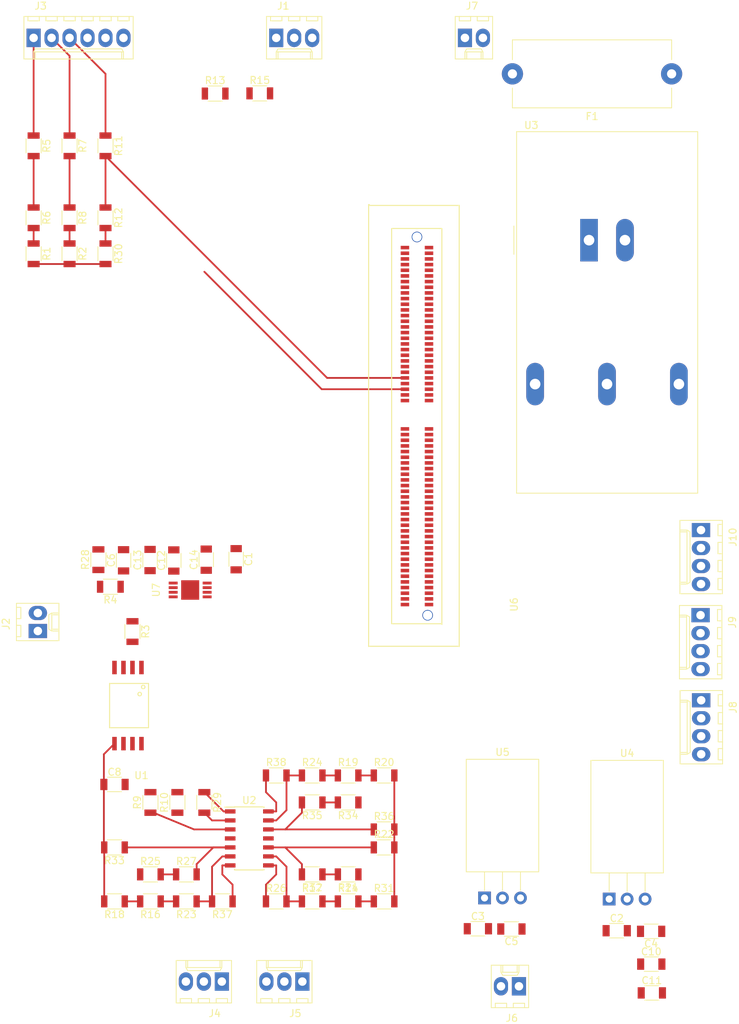
<source format=kicad_pcb>
(kicad_pcb (version 4) (host pcbnew 4.0.7)

  (general
    (links 139)
    (no_connects 95)
    (area 15.4419 51.675 120.2433 196.6338)
    (thickness 1.6)
    (drawings 0)
    (tracks 79)
    (zones 0)
    (modules 68)
    (nets 159)
  )

  (page A4)
  (layers
    (0 F.Cu signal)
    (31 B.Cu signal)
    (32 B.Adhes user)
    (33 F.Adhes user)
    (34 B.Paste user)
    (35 F.Paste user)
    (36 B.SilkS user)
    (37 F.SilkS user)
    (38 B.Mask user)
    (39 F.Mask user)
    (40 Dwgs.User user)
    (41 Cmts.User user)
    (42 Eco1.User user)
    (43 Eco2.User user)
    (44 Edge.Cuts user)
    (45 Margin user)
    (46 B.CrtYd user)
    (47 F.CrtYd user)
    (48 B.Fab user)
    (49 F.Fab user)
  )

  (setup
    (last_trace_width 0.25)
    (trace_clearance 0.2)
    (zone_clearance 0.508)
    (zone_45_only no)
    (trace_min 0.2)
    (segment_width 0.2)
    (edge_width 0.15)
    (via_size 0.6)
    (via_drill 0.4)
    (via_min_size 0.4)
    (via_min_drill 0.3)
    (uvia_size 0.3)
    (uvia_drill 0.1)
    (uvias_allowed no)
    (uvia_min_size 0.2)
    (uvia_min_drill 0.1)
    (pcb_text_width 0.3)
    (pcb_text_size 1.5 1.5)
    (mod_edge_width 0.15)
    (mod_text_size 1 1)
    (mod_text_width 0.15)
    (pad_size 1.524 1.524)
    (pad_drill 0.762)
    (pad_to_mask_clearance 0.2)
    (aux_axis_origin 0 0)
    (visible_elements 7FFFFFFF)
    (pcbplotparams
      (layerselection 0x00030_80000001)
      (usegerberextensions false)
      (excludeedgelayer true)
      (linewidth 0.100000)
      (plotframeref false)
      (viasonmask false)
      (mode 1)
      (useauxorigin false)
      (hpglpennumber 1)
      (hpglpenspeed 20)
      (hpglpendiameter 15)
      (hpglpenoverlay 2)
      (psnegative false)
      (psa4output false)
      (plotreference true)
      (plotvalue true)
      (plotinvisibletext false)
      (padsonsilk false)
      (subtractmaskfromsilk false)
      (outputformat 1)
      (mirror false)
      (drillshape 1)
      (scaleselection 1)
      (outputdirectory ""))
  )

  (net 0 "")
  (net 1 GND)
  (net 2 +5VD)
  (net 3 +24V)
  (net 4 Gnd_Bl)
  (net 5 Vcc_R)
  (net 6 +12V)
  (net 7 "Net-(C6-Pad1)")
  (net 8 +36V)
  (net 9 "Net-(C13-Pad1)")
  (net 10 "Net-(F1-Pad2)")
  (net 11 Ped_R)
  (net 12 Ped_sig_Bl)
  (net 13 A_Pnk)
  (net 14 B_Grn)
  (net 15 Z_Wht)
  (net 16 +15V)
  (net 17 -15V)
  (net 18 PWM3_sig)
  (net 19 ENB_sig)
  (net 20 PWM2_sig)
  (net 21 PWM1_sig)
  (net 22 "Net-(R1-Pad1)")
  (net 23 "Net-(R2-Pad1)")
  (net 24 "Net-(R28-Pad1)")
  (net 25 "Net-(R9-Pad1)")
  (net 26 "Net-(R9-Pad2)")
  (net 27 "Net-(R10-Pad1)")
  (net 28 "Net-(R10-Pad2)")
  (net 29 "Net-(R12-Pad2)")
  (net 30 "Net-(R13-Pad2)")
  (net 31 "Net-(R14-Pad2)")
  (net 32 "Net-(R16-Pad2)")
  (net 33 "Net-(R17-Pad1)")
  (net 34 "Net-(R19-Pad2)")
  (net 35 "Net-(R21-Pad2)")
  (net 36 "Net-(R22-Pad1)")
  (net 37 "Net-(R23-Pad1)")
  (net 38 "Net-(R24-Pad1)")
  (net 39 "Net-(R25-Pad2)")
  (net 40 "Net-(R27-Pad2)")
  (net 41 Vol_sig)
  (net 42 "Net-(R34-Pad2)")
  (net 43 "Net-(R35-Pad2)")
  (net 44 "Net-(U6-Pad1)")
  (net 45 "Net-(U6-Pad2)")
  (net 46 "Net-(U6-Pad3)")
  (net 47 "Net-(U6-Pad4)")
  (net 48 "Net-(U6-Pad5)")
  (net 49 "Net-(U6-Pad6)")
  (net 50 "Net-(U6-Pad7)")
  (net 51 "Net-(U6-Pad8)")
  (net 52 "Net-(U6-Pad10)")
  (net 53 "Net-(U6-Pad11)")
  (net 54 "Net-(U6-Pad13)")
  (net 55 "Net-(U6-Pad15)")
  (net 56 "Net-(U6-Pad16)")
  (net 57 "Net-(U6-Pad17)")
  (net 58 "Net-(U6-Pad18)")
  (net 59 "Net-(U6-Pad20)")
  (net 60 "Net-(U6-Pad21)")
  (net 61 "Net-(U6-Pad23)")
  (net 62 "Net-(U6-Pad25)")
  (net 63 "Net-(U6-Pad27)")
  (net 64 "Net-(U6-Pad28)")
  (net 65 "Net-(U6-Pad29)")
  (net 66 "Net-(U6-Pad30)")
  (net 67 "Net-(U6-Pad31)")
  (net 68 "Net-(U6-Pad32)")
  (net 69 "Net-(U6-Pad33)")
  (net 70 "Net-(U6-Pad34)")
  (net 71 "Net-(U6-Pad35)")
  (net 72 "Net-(U6-Pad36)")
  (net 73 "Net-(U6-Pad37)")
  (net 74 "Net-(U6-Pad39)")
  (net 75 "Net-(U6-Pad40)")
  (net 76 "Net-(U6-Pad41)")
  (net 77 "Net-(U6-Pad42)")
  (net 78 "Net-(U6-Pad43)")
  (net 79 "Net-(U6-Pad44)")
  (net 80 "Net-(U6-Pad45)")
  (net 81 "Net-(U6-Pad47)")
  (net 82 "Net-(U6-Pad51)")
  (net 83 "Net-(U6-Pad52)")
  (net 84 "Net-(U6-Pad54)")
  (net 85 "Net-(U6-Pad55)")
  (net 86 "Net-(U6-Pad56)")
  (net 87 "Net-(U6-Pad57)")
  (net 88 "Net-(U6-Pad58)")
  (net 89 "Net-(U6-Pad59)")
  (net 90 "Net-(U6-Pad61)")
  (net 91 "Net-(U6-Pad62)")
  (net 92 "Net-(U6-Pad63)")
  (net 93 "Net-(U6-Pad64)")
  (net 94 "Net-(U6-Pad65)")
  (net 95 "Net-(U6-Pad66)")
  (net 96 "Net-(U6-Pad67)")
  (net 97 "Net-(U6-Pad69)")
  (net 98 "Net-(U6-Pad71)")
  (net 99 "Net-(U6-Pad72)")
  (net 100 "Net-(U6-Pad73)")
  (net 101 "Net-(U6-Pad75)")
  (net 102 "Net-(U6-Pad76)")
  (net 103 "Net-(U6-Pad77)")
  (net 104 "Net-(U6-Pad78)")
  (net 105 "Net-(U6-Pad79)")
  (net 106 "Net-(U6-Pad80)")
  (net 107 "Net-(U6-Pad81)")
  (net 108 "Net-(U6-Pad82)")
  (net 109 "Net-(U6-Pad83)")
  (net 110 "Net-(U6-Pad84)")
  (net 111 "Net-(U6-Pad85)")
  (net 112 "Net-(U6-Pad86)")
  (net 113 "Net-(U6-Pad87)")
  (net 114 "Net-(U6-Pad88)")
  (net 115 "Net-(U6-Pad89)")
  (net 116 "Net-(U6-Pad90)")
  (net 117 "Net-(U6-Pad91)")
  (net 118 "Net-(U6-Pad92)")
  (net 119 "Net-(U6-Pad93)")
  (net 120 "Net-(U6-Pad94)")
  (net 121 "Net-(U6-Pad95)")
  (net 122 "Net-(U6-Pad96)")
  (net 123 "Net-(U6-Pad97)")
  (net 124 "Net-(U6-Pad98)")
  (net 125 "Net-(U6-Pad99)")
  (net 126 "Net-(U6-Pad100)")
  (net 127 "Net-(U6-Pad101)")
  (net 128 "Net-(U6-Pad102)")
  (net 129 "Net-(U6-Pad103)")
  (net 130 "Net-(U6-Pad104)")
  (net 131 "Net-(U6-Pad105)")
  (net 132 "Net-(U6-Pad106)")
  (net 133 "Net-(U6-Pad107)")
  (net 134 "Net-(U6-Pad108)")
  (net 135 "Net-(U6-Pad109)")
  (net 136 "Net-(U6-Pad110)")
  (net 137 "Net-(U6-Pad111)")
  (net 138 "Net-(U6-Pad112)")
  (net 139 "Net-(U6-Pad113)")
  (net 140 "Net-(U6-Pad114)")
  (net 141 "Net-(U6-Pad115)")
  (net 142 "Net-(U6-Pad116)")
  (net 143 "Net-(U6-Pad117)")
  (net 144 "Net-(U6-Pad119)")
  (net 145 "Net-(U6-Pad118)")
  (net 146 "Net-(U6-Pad120)")
  (net 147 "Net-(U7-Pad2)")
  (net 148 "Net-(U7-Pad3)")
  (net 149 "Net-(U7-Pad7)")
  (net 150 CurB_meas)
  (net 151 CurA_meas)
  (net 152 CurC_meas)
  (net 153 CurB_sig)
  (net 154 CurA_sig)
  (net 155 CurC_sig)
  (net 156 EncA_sig)
  (net 157 EncB_sig)
  (net 158 EncZ_sig)

  (net_class Default "This is the default net class."
    (clearance 0.2)
    (trace_width 0.25)
    (via_dia 0.6)
    (via_drill 0.4)
    (uvia_dia 0.3)
    (uvia_drill 0.1)
    (add_net +12V)
    (add_net +15V)
    (add_net +24V)
    (add_net +36V)
    (add_net +5VD)
    (add_net -15V)
    (add_net A_Pnk)
    (add_net B_Grn)
    (add_net CurA_meas)
    (add_net CurA_sig)
    (add_net CurB_meas)
    (add_net CurB_sig)
    (add_net CurC_meas)
    (add_net CurC_sig)
    (add_net ENB_sig)
    (add_net EncA_sig)
    (add_net EncB_sig)
    (add_net EncZ_sig)
    (add_net GND)
    (add_net Gnd_Bl)
    (add_net "Net-(C13-Pad1)")
    (add_net "Net-(C6-Pad1)")
    (add_net "Net-(F1-Pad2)")
    (add_net "Net-(R1-Pad1)")
    (add_net "Net-(R10-Pad1)")
    (add_net "Net-(R10-Pad2)")
    (add_net "Net-(R12-Pad2)")
    (add_net "Net-(R13-Pad2)")
    (add_net "Net-(R14-Pad2)")
    (add_net "Net-(R16-Pad2)")
    (add_net "Net-(R17-Pad1)")
    (add_net "Net-(R19-Pad2)")
    (add_net "Net-(R2-Pad1)")
    (add_net "Net-(R21-Pad2)")
    (add_net "Net-(R22-Pad1)")
    (add_net "Net-(R23-Pad1)")
    (add_net "Net-(R24-Pad1)")
    (add_net "Net-(R25-Pad2)")
    (add_net "Net-(R27-Pad2)")
    (add_net "Net-(R28-Pad1)")
    (add_net "Net-(R34-Pad2)")
    (add_net "Net-(R35-Pad2)")
    (add_net "Net-(R9-Pad1)")
    (add_net "Net-(R9-Pad2)")
    (add_net "Net-(U6-Pad1)")
    (add_net "Net-(U6-Pad10)")
    (add_net "Net-(U6-Pad100)")
    (add_net "Net-(U6-Pad101)")
    (add_net "Net-(U6-Pad102)")
    (add_net "Net-(U6-Pad103)")
    (add_net "Net-(U6-Pad104)")
    (add_net "Net-(U6-Pad105)")
    (add_net "Net-(U6-Pad106)")
    (add_net "Net-(U6-Pad107)")
    (add_net "Net-(U6-Pad108)")
    (add_net "Net-(U6-Pad109)")
    (add_net "Net-(U6-Pad11)")
    (add_net "Net-(U6-Pad110)")
    (add_net "Net-(U6-Pad111)")
    (add_net "Net-(U6-Pad112)")
    (add_net "Net-(U6-Pad113)")
    (add_net "Net-(U6-Pad114)")
    (add_net "Net-(U6-Pad115)")
    (add_net "Net-(U6-Pad116)")
    (add_net "Net-(U6-Pad117)")
    (add_net "Net-(U6-Pad118)")
    (add_net "Net-(U6-Pad119)")
    (add_net "Net-(U6-Pad120)")
    (add_net "Net-(U6-Pad13)")
    (add_net "Net-(U6-Pad15)")
    (add_net "Net-(U6-Pad16)")
    (add_net "Net-(U6-Pad17)")
    (add_net "Net-(U6-Pad18)")
    (add_net "Net-(U6-Pad2)")
    (add_net "Net-(U6-Pad20)")
    (add_net "Net-(U6-Pad21)")
    (add_net "Net-(U6-Pad23)")
    (add_net "Net-(U6-Pad25)")
    (add_net "Net-(U6-Pad27)")
    (add_net "Net-(U6-Pad28)")
    (add_net "Net-(U6-Pad29)")
    (add_net "Net-(U6-Pad3)")
    (add_net "Net-(U6-Pad30)")
    (add_net "Net-(U6-Pad31)")
    (add_net "Net-(U6-Pad32)")
    (add_net "Net-(U6-Pad33)")
    (add_net "Net-(U6-Pad34)")
    (add_net "Net-(U6-Pad35)")
    (add_net "Net-(U6-Pad36)")
    (add_net "Net-(U6-Pad37)")
    (add_net "Net-(U6-Pad39)")
    (add_net "Net-(U6-Pad4)")
    (add_net "Net-(U6-Pad40)")
    (add_net "Net-(U6-Pad41)")
    (add_net "Net-(U6-Pad42)")
    (add_net "Net-(U6-Pad43)")
    (add_net "Net-(U6-Pad44)")
    (add_net "Net-(U6-Pad45)")
    (add_net "Net-(U6-Pad47)")
    (add_net "Net-(U6-Pad5)")
    (add_net "Net-(U6-Pad51)")
    (add_net "Net-(U6-Pad52)")
    (add_net "Net-(U6-Pad54)")
    (add_net "Net-(U6-Pad55)")
    (add_net "Net-(U6-Pad56)")
    (add_net "Net-(U6-Pad57)")
    (add_net "Net-(U6-Pad58)")
    (add_net "Net-(U6-Pad59)")
    (add_net "Net-(U6-Pad6)")
    (add_net "Net-(U6-Pad61)")
    (add_net "Net-(U6-Pad62)")
    (add_net "Net-(U6-Pad63)")
    (add_net "Net-(U6-Pad64)")
    (add_net "Net-(U6-Pad65)")
    (add_net "Net-(U6-Pad66)")
    (add_net "Net-(U6-Pad67)")
    (add_net "Net-(U6-Pad69)")
    (add_net "Net-(U6-Pad7)")
    (add_net "Net-(U6-Pad71)")
    (add_net "Net-(U6-Pad72)")
    (add_net "Net-(U6-Pad73)")
    (add_net "Net-(U6-Pad75)")
    (add_net "Net-(U6-Pad76)")
    (add_net "Net-(U6-Pad77)")
    (add_net "Net-(U6-Pad78)")
    (add_net "Net-(U6-Pad79)")
    (add_net "Net-(U6-Pad8)")
    (add_net "Net-(U6-Pad80)")
    (add_net "Net-(U6-Pad81)")
    (add_net "Net-(U6-Pad82)")
    (add_net "Net-(U6-Pad83)")
    (add_net "Net-(U6-Pad84)")
    (add_net "Net-(U6-Pad85)")
    (add_net "Net-(U6-Pad86)")
    (add_net "Net-(U6-Pad87)")
    (add_net "Net-(U6-Pad88)")
    (add_net "Net-(U6-Pad89)")
    (add_net "Net-(U6-Pad90)")
    (add_net "Net-(U6-Pad91)")
    (add_net "Net-(U6-Pad92)")
    (add_net "Net-(U6-Pad93)")
    (add_net "Net-(U6-Pad94)")
    (add_net "Net-(U6-Pad95)")
    (add_net "Net-(U6-Pad96)")
    (add_net "Net-(U6-Pad97)")
    (add_net "Net-(U6-Pad98)")
    (add_net "Net-(U6-Pad99)")
    (add_net "Net-(U7-Pad2)")
    (add_net "Net-(U7-Pad3)")
    (add_net "Net-(U7-Pad7)")
    (add_net PWM1_sig)
    (add_net PWM2_sig)
    (add_net PWM3_sig)
    (add_net Ped_R)
    (add_net Ped_sig_Bl)
    (add_net Vcc_R)
    (add_net Vol_sig)
    (add_net Z_Wht)
  )

  (module Capacitors_SMD:C_1206 (layer F.Cu) (tedit 58AA84B8) (tstamp 5ADF715D)
    (at 48.9458 130.7592 270)
    (descr "Capacitor SMD 1206, reflow soldering, AVX (see smccp.pdf)")
    (tags "capacitor 1206")
    (path /5ADBEA58)
    (attr smd)
    (fp_text reference C1 (at 0 -1.75 270) (layer F.SilkS)
      (effects (font (size 1 1) (thickness 0.15)))
    )
    (fp_text value 0.1u (at 0 2 270) (layer F.Fab)
      (effects (font (size 1 1) (thickness 0.15)))
    )
    (fp_text user %R (at 0 -1.75 270) (layer F.Fab)
      (effects (font (size 1 1) (thickness 0.15)))
    )
    (fp_line (start -1.6 0.8) (end -1.6 -0.8) (layer F.Fab) (width 0.1))
    (fp_line (start 1.6 0.8) (end -1.6 0.8) (layer F.Fab) (width 0.1))
    (fp_line (start 1.6 -0.8) (end 1.6 0.8) (layer F.Fab) (width 0.1))
    (fp_line (start -1.6 -0.8) (end 1.6 -0.8) (layer F.Fab) (width 0.1))
    (fp_line (start 1 -1.02) (end -1 -1.02) (layer F.SilkS) (width 0.12))
    (fp_line (start -1 1.02) (end 1 1.02) (layer F.SilkS) (width 0.12))
    (fp_line (start -2.25 -1.05) (end 2.25 -1.05) (layer F.CrtYd) (width 0.05))
    (fp_line (start -2.25 -1.05) (end -2.25 1.05) (layer F.CrtYd) (width 0.05))
    (fp_line (start 2.25 1.05) (end 2.25 -1.05) (layer F.CrtYd) (width 0.05))
    (fp_line (start 2.25 1.05) (end -2.25 1.05) (layer F.CrtYd) (width 0.05))
    (pad 1 smd rect (at -1.5 0 270) (size 1 1.6) (layers F.Cu F.Paste F.Mask)
      (net 1 GND))
    (pad 2 smd rect (at 1.5 0 270) (size 1 1.6) (layers F.Cu F.Paste F.Mask)
      (net 2 +5VD))
    (model Capacitors_SMD.3dshapes/C_1206.wrl
      (at (xyz 0 0 0))
      (scale (xyz 1 1 1))
      (rotate (xyz 0 0 0))
    )
  )

  (module Capacitors_SMD:C_1206 (layer F.Cu) (tedit 58AA84B8) (tstamp 5ADF7163)
    (at 102.7303 183.2102)
    (descr "Capacitor SMD 1206, reflow soldering, AVX (see smccp.pdf)")
    (tags "capacitor 1206")
    (path /5ACECBE0)
    (attr smd)
    (fp_text reference C2 (at 0 -1.75) (layer F.SilkS)
      (effects (font (size 1 1) (thickness 0.15)))
    )
    (fp_text value 0.33uF (at 0 2) (layer F.Fab)
      (effects (font (size 1 1) (thickness 0.15)))
    )
    (fp_text user %R (at 0 -1.75) (layer F.Fab)
      (effects (font (size 1 1) (thickness 0.15)))
    )
    (fp_line (start -1.6 0.8) (end -1.6 -0.8) (layer F.Fab) (width 0.1))
    (fp_line (start 1.6 0.8) (end -1.6 0.8) (layer F.Fab) (width 0.1))
    (fp_line (start 1.6 -0.8) (end 1.6 0.8) (layer F.Fab) (width 0.1))
    (fp_line (start -1.6 -0.8) (end 1.6 -0.8) (layer F.Fab) (width 0.1))
    (fp_line (start 1 -1.02) (end -1 -1.02) (layer F.SilkS) (width 0.12))
    (fp_line (start -1 1.02) (end 1 1.02) (layer F.SilkS) (width 0.12))
    (fp_line (start -2.25 -1.05) (end 2.25 -1.05) (layer F.CrtYd) (width 0.05))
    (fp_line (start -2.25 -1.05) (end -2.25 1.05) (layer F.CrtYd) (width 0.05))
    (fp_line (start 2.25 1.05) (end 2.25 -1.05) (layer F.CrtYd) (width 0.05))
    (fp_line (start 2.25 1.05) (end -2.25 1.05) (layer F.CrtYd) (width 0.05))
    (pad 1 smd rect (at -1.5 0) (size 1 1.6) (layers F.Cu F.Paste F.Mask)
      (net 3 +24V))
    (pad 2 smd rect (at 1.5 0) (size 1 1.6) (layers F.Cu F.Paste F.Mask)
      (net 4 Gnd_Bl))
    (model Capacitors_SMD.3dshapes/C_1206.wrl
      (at (xyz 0 0 0))
      (scale (xyz 1 1 1))
      (rotate (xyz 0 0 0))
    )
  )

  (module Capacitors_SMD:C_1206 (layer F.Cu) (tedit 58AA84B8) (tstamp 5ADF7169)
    (at 83.1088 182.9308)
    (descr "Capacitor SMD 1206, reflow soldering, AVX (see smccp.pdf)")
    (tags "capacitor 1206")
    (path /5AD35BCF)
    (attr smd)
    (fp_text reference C3 (at 0 -1.75) (layer F.SilkS)
      (effects (font (size 1 1) (thickness 0.15)))
    )
    (fp_text value 0.33uF (at 0 2) (layer F.Fab)
      (effects (font (size 1 1) (thickness 0.15)))
    )
    (fp_text user %R (at 0 -1.75) (layer F.Fab)
      (effects (font (size 1 1) (thickness 0.15)))
    )
    (fp_line (start -1.6 0.8) (end -1.6 -0.8) (layer F.Fab) (width 0.1))
    (fp_line (start 1.6 0.8) (end -1.6 0.8) (layer F.Fab) (width 0.1))
    (fp_line (start 1.6 -0.8) (end 1.6 0.8) (layer F.Fab) (width 0.1))
    (fp_line (start -1.6 -0.8) (end 1.6 -0.8) (layer F.Fab) (width 0.1))
    (fp_line (start 1 -1.02) (end -1 -1.02) (layer F.SilkS) (width 0.12))
    (fp_line (start -1 1.02) (end 1 1.02) (layer F.SilkS) (width 0.12))
    (fp_line (start -2.25 -1.05) (end 2.25 -1.05) (layer F.CrtYd) (width 0.05))
    (fp_line (start -2.25 -1.05) (end -2.25 1.05) (layer F.CrtYd) (width 0.05))
    (fp_line (start 2.25 1.05) (end 2.25 -1.05) (layer F.CrtYd) (width 0.05))
    (fp_line (start 2.25 1.05) (end -2.25 1.05) (layer F.CrtYd) (width 0.05))
    (pad 1 smd rect (at -1.5 0) (size 1 1.6) (layers F.Cu F.Paste F.Mask)
      (net 3 +24V))
    (pad 2 smd rect (at 1.5 0) (size 1 1.6) (layers F.Cu F.Paste F.Mask)
      (net 4 Gnd_Bl))
    (model Capacitors_SMD.3dshapes/C_1206.wrl
      (at (xyz 0 0 0))
      (scale (xyz 1 1 1))
      (rotate (xyz 0 0 0))
    )
  )

  (module Capacitors_SMD:C_1206 (layer F.Cu) (tedit 58AA84B8) (tstamp 5ADF716F)
    (at 107.5944 183.2991 180)
    (descr "Capacitor SMD 1206, reflow soldering, AVX (see smccp.pdf)")
    (tags "capacitor 1206")
    (path /5ACECCE7)
    (attr smd)
    (fp_text reference C4 (at 0 -1.75 180) (layer F.SilkS)
      (effects (font (size 1 1) (thickness 0.15)))
    )
    (fp_text value 0.1uF (at 0 2 180) (layer F.Fab)
      (effects (font (size 1 1) (thickness 0.15)))
    )
    (fp_text user %R (at 0 -1.75 180) (layer F.Fab)
      (effects (font (size 1 1) (thickness 0.15)))
    )
    (fp_line (start -1.6 0.8) (end -1.6 -0.8) (layer F.Fab) (width 0.1))
    (fp_line (start 1.6 0.8) (end -1.6 0.8) (layer F.Fab) (width 0.1))
    (fp_line (start 1.6 -0.8) (end 1.6 0.8) (layer F.Fab) (width 0.1))
    (fp_line (start -1.6 -0.8) (end 1.6 -0.8) (layer F.Fab) (width 0.1))
    (fp_line (start 1 -1.02) (end -1 -1.02) (layer F.SilkS) (width 0.12))
    (fp_line (start -1 1.02) (end 1 1.02) (layer F.SilkS) (width 0.12))
    (fp_line (start -2.25 -1.05) (end 2.25 -1.05) (layer F.CrtYd) (width 0.05))
    (fp_line (start -2.25 -1.05) (end -2.25 1.05) (layer F.CrtYd) (width 0.05))
    (fp_line (start 2.25 1.05) (end 2.25 -1.05) (layer F.CrtYd) (width 0.05))
    (fp_line (start 2.25 1.05) (end -2.25 1.05) (layer F.CrtYd) (width 0.05))
    (pad 1 smd rect (at -1.5 0 180) (size 1 1.6) (layers F.Cu F.Paste F.Mask)
      (net 5 Vcc_R))
    (pad 2 smd rect (at 1.5 0 180) (size 1 1.6) (layers F.Cu F.Paste F.Mask)
      (net 4 Gnd_Bl))
    (model Capacitors_SMD.3dshapes/C_1206.wrl
      (at (xyz 0 0 0))
      (scale (xyz 1 1 1))
      (rotate (xyz 0 0 0))
    )
  )

  (module Capacitors_SMD:C_1206 (layer F.Cu) (tedit 58AA84B8) (tstamp 5ADF7175)
    (at 87.8459 182.9689 180)
    (descr "Capacitor SMD 1206, reflow soldering, AVX (see smccp.pdf)")
    (tags "capacitor 1206")
    (path /5AD35BD5)
    (attr smd)
    (fp_text reference C5 (at 0 -1.75 180) (layer F.SilkS)
      (effects (font (size 1 1) (thickness 0.15)))
    )
    (fp_text value 0.1uF (at 0 2 180) (layer F.Fab)
      (effects (font (size 1 1) (thickness 0.15)))
    )
    (fp_text user %R (at 0 -1.75 180) (layer F.Fab)
      (effects (font (size 1 1) (thickness 0.15)))
    )
    (fp_line (start -1.6 0.8) (end -1.6 -0.8) (layer F.Fab) (width 0.1))
    (fp_line (start 1.6 0.8) (end -1.6 0.8) (layer F.Fab) (width 0.1))
    (fp_line (start 1.6 -0.8) (end 1.6 0.8) (layer F.Fab) (width 0.1))
    (fp_line (start -1.6 -0.8) (end 1.6 -0.8) (layer F.Fab) (width 0.1))
    (fp_line (start 1 -1.02) (end -1 -1.02) (layer F.SilkS) (width 0.12))
    (fp_line (start -1 1.02) (end 1 1.02) (layer F.SilkS) (width 0.12))
    (fp_line (start -2.25 -1.05) (end 2.25 -1.05) (layer F.CrtYd) (width 0.05))
    (fp_line (start -2.25 -1.05) (end -2.25 1.05) (layer F.CrtYd) (width 0.05))
    (fp_line (start 2.25 1.05) (end 2.25 -1.05) (layer F.CrtYd) (width 0.05))
    (fp_line (start 2.25 1.05) (end -2.25 1.05) (layer F.CrtYd) (width 0.05))
    (pad 1 smd rect (at -1.5 0 180) (size 1 1.6) (layers F.Cu F.Paste F.Mask)
      (net 6 +12V))
    (pad 2 smd rect (at 1.5 0 180) (size 1 1.6) (layers F.Cu F.Paste F.Mask)
      (net 4 Gnd_Bl))
    (model Capacitors_SMD.3dshapes/C_1206.wrl
      (at (xyz 0 0 0))
      (scale (xyz 1 1 1))
      (rotate (xyz 0 0 0))
    )
  )

  (module Capacitors_SMD:C_1206 (layer F.Cu) (tedit 58AA84B8) (tstamp 5ADF717B)
    (at 33.0327 130.9116 90)
    (descr "Capacitor SMD 1206, reflow soldering, AVX (see smccp.pdf)")
    (tags "capacitor 1206")
    (path /5ADC8612)
    (attr smd)
    (fp_text reference C6 (at 0 -1.75 90) (layer F.SilkS)
      (effects (font (size 1 1) (thickness 0.15)))
    )
    (fp_text value 750p (at 0 2 90) (layer F.Fab)
      (effects (font (size 1 1) (thickness 0.15)))
    )
    (fp_text user %R (at 0 -1.75 90) (layer F.Fab)
      (effects (font (size 1 1) (thickness 0.15)))
    )
    (fp_line (start -1.6 0.8) (end -1.6 -0.8) (layer F.Fab) (width 0.1))
    (fp_line (start 1.6 0.8) (end -1.6 0.8) (layer F.Fab) (width 0.1))
    (fp_line (start 1.6 -0.8) (end 1.6 0.8) (layer F.Fab) (width 0.1))
    (fp_line (start -1.6 -0.8) (end 1.6 -0.8) (layer F.Fab) (width 0.1))
    (fp_line (start 1 -1.02) (end -1 -1.02) (layer F.SilkS) (width 0.12))
    (fp_line (start -1 1.02) (end 1 1.02) (layer F.SilkS) (width 0.12))
    (fp_line (start -2.25 -1.05) (end 2.25 -1.05) (layer F.CrtYd) (width 0.05))
    (fp_line (start -2.25 -1.05) (end -2.25 1.05) (layer F.CrtYd) (width 0.05))
    (fp_line (start 2.25 1.05) (end 2.25 -1.05) (layer F.CrtYd) (width 0.05))
    (fp_line (start 2.25 1.05) (end -2.25 1.05) (layer F.CrtYd) (width 0.05))
    (pad 1 smd rect (at -1.5 0 90) (size 1 1.6) (layers F.Cu F.Paste F.Mask)
      (net 7 "Net-(C6-Pad1)"))
    (pad 2 smd rect (at 1.5 0 90) (size 1 1.6) (layers F.Cu F.Paste F.Mask)
      (net 1 GND))
    (model Capacitors_SMD.3dshapes/C_1206.wrl
      (at (xyz 0 0 0))
      (scale (xyz 1 1 1))
      (rotate (xyz 0 0 0))
    )
  )

  (module Capacitors_SMD:C_1206 (layer F.Cu) (tedit 58AA84B8) (tstamp 5ADF7181)
    (at 31.75 162.56)
    (descr "Capacitor SMD 1206, reflow soldering, AVX (see smccp.pdf)")
    (tags "capacitor 1206")
    (path /5AD4DEE3)
    (attr smd)
    (fp_text reference C8 (at 0 -1.75) (layer F.SilkS)
      (effects (font (size 1 1) (thickness 0.15)))
    )
    (fp_text value 0.1u (at 0 2) (layer F.Fab)
      (effects (font (size 1 1) (thickness 0.15)))
    )
    (fp_text user %R (at 0 -1.75) (layer F.Fab)
      (effects (font (size 1 1) (thickness 0.15)))
    )
    (fp_line (start -1.6 0.8) (end -1.6 -0.8) (layer F.Fab) (width 0.1))
    (fp_line (start 1.6 0.8) (end -1.6 0.8) (layer F.Fab) (width 0.1))
    (fp_line (start 1.6 -0.8) (end 1.6 0.8) (layer F.Fab) (width 0.1))
    (fp_line (start -1.6 -0.8) (end 1.6 -0.8) (layer F.Fab) (width 0.1))
    (fp_line (start 1 -1.02) (end -1 -1.02) (layer F.SilkS) (width 0.12))
    (fp_line (start -1 1.02) (end 1 1.02) (layer F.SilkS) (width 0.12))
    (fp_line (start -2.25 -1.05) (end 2.25 -1.05) (layer F.CrtYd) (width 0.05))
    (fp_line (start -2.25 -1.05) (end -2.25 1.05) (layer F.CrtYd) (width 0.05))
    (fp_line (start 2.25 1.05) (end 2.25 -1.05) (layer F.CrtYd) (width 0.05))
    (fp_line (start 2.25 1.05) (end -2.25 1.05) (layer F.CrtYd) (width 0.05))
    (pad 1 smd rect (at -1.5 0) (size 1 1.6) (layers F.Cu F.Paste F.Mask)
      (net 4 Gnd_Bl))
    (pad 2 smd rect (at 1.5 0) (size 1 1.6) (layers F.Cu F.Paste F.Mask)
      (net 5 Vcc_R))
    (model Capacitors_SMD.3dshapes/C_1206.wrl
      (at (xyz 0 0 0))
      (scale (xyz 1 1 1))
      (rotate (xyz 0 0 0))
    )
  )

  (module Capacitors_SMD:C_1206 (layer F.Cu) (tedit 58AA84B8) (tstamp 5ADF7187)
    (at 107.615801 187.9277)
    (descr "Capacitor SMD 1206, reflow soldering, AVX (see smccp.pdf)")
    (tags "capacitor 1206")
    (path /5AD516F5)
    (attr smd)
    (fp_text reference C10 (at 0 -1.75) (layer F.SilkS)
      (effects (font (size 1 1) (thickness 0.15)))
    )
    (fp_text value 1u (at 0 2) (layer F.Fab)
      (effects (font (size 1 1) (thickness 0.15)))
    )
    (fp_text user %R (at 0 -1.75) (layer F.Fab)
      (effects (font (size 1 1) (thickness 0.15)))
    )
    (fp_line (start -1.6 0.8) (end -1.6 -0.8) (layer F.Fab) (width 0.1))
    (fp_line (start 1.6 0.8) (end -1.6 0.8) (layer F.Fab) (width 0.1))
    (fp_line (start 1.6 -0.8) (end 1.6 0.8) (layer F.Fab) (width 0.1))
    (fp_line (start -1.6 -0.8) (end 1.6 -0.8) (layer F.Fab) (width 0.1))
    (fp_line (start 1 -1.02) (end -1 -1.02) (layer F.SilkS) (width 0.12))
    (fp_line (start -1 1.02) (end 1 1.02) (layer F.SilkS) (width 0.12))
    (fp_line (start -2.25 -1.05) (end 2.25 -1.05) (layer F.CrtYd) (width 0.05))
    (fp_line (start -2.25 -1.05) (end -2.25 1.05) (layer F.CrtYd) (width 0.05))
    (fp_line (start 2.25 1.05) (end 2.25 -1.05) (layer F.CrtYd) (width 0.05))
    (fp_line (start 2.25 1.05) (end -2.25 1.05) (layer F.CrtYd) (width 0.05))
    (pad 1 smd rect (at -1.5 0) (size 1 1.6) (layers F.Cu F.Paste F.Mask)
      (net 4 Gnd_Bl))
    (pad 2 smd rect (at 1.5 0) (size 1 1.6) (layers F.Cu F.Paste F.Mask)
      (net 5 Vcc_R))
    (model Capacitors_SMD.3dshapes/C_1206.wrl
      (at (xyz 0 0 0))
      (scale (xyz 1 1 1))
      (rotate (xyz 0 0 0))
    )
  )

  (module Capacitors_SMD:C_1206 (layer F.Cu) (tedit 58AA84B8) (tstamp 5ADF718D)
    (at 107.691801 191.9927)
    (descr "Capacitor SMD 1206, reflow soldering, AVX (see smccp.pdf)")
    (tags "capacitor 1206")
    (path /5AD51608)
    (attr smd)
    (fp_text reference C11 (at 0 -1.75) (layer F.SilkS)
      (effects (font (size 1 1) (thickness 0.15)))
    )
    (fp_text value 0.1u (at 0 2) (layer F.Fab)
      (effects (font (size 1 1) (thickness 0.15)))
    )
    (fp_text user %R (at 0 -1.75) (layer F.Fab)
      (effects (font (size 1 1) (thickness 0.15)))
    )
    (fp_line (start -1.6 0.8) (end -1.6 -0.8) (layer F.Fab) (width 0.1))
    (fp_line (start 1.6 0.8) (end -1.6 0.8) (layer F.Fab) (width 0.1))
    (fp_line (start 1.6 -0.8) (end 1.6 0.8) (layer F.Fab) (width 0.1))
    (fp_line (start -1.6 -0.8) (end 1.6 -0.8) (layer F.Fab) (width 0.1))
    (fp_line (start 1 -1.02) (end -1 -1.02) (layer F.SilkS) (width 0.12))
    (fp_line (start -1 1.02) (end 1 1.02) (layer F.SilkS) (width 0.12))
    (fp_line (start -2.25 -1.05) (end 2.25 -1.05) (layer F.CrtYd) (width 0.05))
    (fp_line (start -2.25 -1.05) (end -2.25 1.05) (layer F.CrtYd) (width 0.05))
    (fp_line (start 2.25 1.05) (end 2.25 -1.05) (layer F.CrtYd) (width 0.05))
    (fp_line (start 2.25 1.05) (end -2.25 1.05) (layer F.CrtYd) (width 0.05))
    (pad 1 smd rect (at -1.5 0) (size 1 1.6) (layers F.Cu F.Paste F.Mask)
      (net 4 Gnd_Bl))
    (pad 2 smd rect (at 1.5 0) (size 1 1.6) (layers F.Cu F.Paste F.Mask)
      (net 5 Vcc_R))
    (model Capacitors_SMD.3dshapes/C_1206.wrl
      (at (xyz 0 0 0))
      (scale (xyz 1 1 1))
      (rotate (xyz 0 0 0))
    )
  )

  (module Capacitors_SMD:C_1206 (layer F.Cu) (tedit 58AA84B8) (tstamp 5ADF7193)
    (at 40.132 130.937 90)
    (descr "Capacitor SMD 1206, reflow soldering, AVX (see smccp.pdf)")
    (tags "capacitor 1206")
    (path /5ADA4910)
    (attr smd)
    (fp_text reference C12 (at 0 -1.75 90) (layer F.SilkS)
      (effects (font (size 1 1) (thickness 0.15)))
    )
    (fp_text value 1u (at 0 2 90) (layer F.Fab)
      (effects (font (size 1 1) (thickness 0.15)))
    )
    (fp_text user %R (at 0 -1.75 90) (layer F.Fab)
      (effects (font (size 1 1) (thickness 0.15)))
    )
    (fp_line (start -1.6 0.8) (end -1.6 -0.8) (layer F.Fab) (width 0.1))
    (fp_line (start 1.6 0.8) (end -1.6 0.8) (layer F.Fab) (width 0.1))
    (fp_line (start 1.6 -0.8) (end 1.6 0.8) (layer F.Fab) (width 0.1))
    (fp_line (start -1.6 -0.8) (end 1.6 -0.8) (layer F.Fab) (width 0.1))
    (fp_line (start 1 -1.02) (end -1 -1.02) (layer F.SilkS) (width 0.12))
    (fp_line (start -1 1.02) (end 1 1.02) (layer F.SilkS) (width 0.12))
    (fp_line (start -2.25 -1.05) (end 2.25 -1.05) (layer F.CrtYd) (width 0.05))
    (fp_line (start -2.25 -1.05) (end -2.25 1.05) (layer F.CrtYd) (width 0.05))
    (fp_line (start 2.25 1.05) (end 2.25 -1.05) (layer F.CrtYd) (width 0.05))
    (fp_line (start 2.25 1.05) (end -2.25 1.05) (layer F.CrtYd) (width 0.05))
    (pad 1 smd rect (at -1.5 0 90) (size 1 1.6) (layers F.Cu F.Paste F.Mask)
      (net 8 +36V))
    (pad 2 smd rect (at 1.5 0 90) (size 1 1.6) (layers F.Cu F.Paste F.Mask)
      (net 1 GND))
    (model Capacitors_SMD.3dshapes/C_1206.wrl
      (at (xyz 0 0 0))
      (scale (xyz 1 1 1))
      (rotate (xyz 0 0 0))
    )
  )

  (module Capacitors_SMD:C_1206 (layer F.Cu) (tedit 58AA84B8) (tstamp 5ADF7199)
    (at 36.7792 130.8735 90)
    (descr "Capacitor SMD 1206, reflow soldering, AVX (see smccp.pdf)")
    (tags "capacitor 1206")
    (path /5ADA0747)
    (attr smd)
    (fp_text reference C13 (at 0 -1.75 90) (layer F.SilkS)
      (effects (font (size 1 1) (thickness 0.15)))
    )
    (fp_text value 0.1 (at 0 2 90) (layer F.Fab)
      (effects (font (size 1 1) (thickness 0.15)))
    )
    (fp_text user %R (at 0 -1.75 90) (layer F.Fab)
      (effects (font (size 1 1) (thickness 0.15)))
    )
    (fp_line (start -1.6 0.8) (end -1.6 -0.8) (layer F.Fab) (width 0.1))
    (fp_line (start 1.6 0.8) (end -1.6 0.8) (layer F.Fab) (width 0.1))
    (fp_line (start 1.6 -0.8) (end 1.6 0.8) (layer F.Fab) (width 0.1))
    (fp_line (start -1.6 -0.8) (end 1.6 -0.8) (layer F.Fab) (width 0.1))
    (fp_line (start 1 -1.02) (end -1 -1.02) (layer F.SilkS) (width 0.12))
    (fp_line (start -1 1.02) (end 1 1.02) (layer F.SilkS) (width 0.12))
    (fp_line (start -2.25 -1.05) (end 2.25 -1.05) (layer F.CrtYd) (width 0.05))
    (fp_line (start -2.25 -1.05) (end -2.25 1.05) (layer F.CrtYd) (width 0.05))
    (fp_line (start 2.25 1.05) (end 2.25 -1.05) (layer F.CrtYd) (width 0.05))
    (fp_line (start 2.25 1.05) (end -2.25 1.05) (layer F.CrtYd) (width 0.05))
    (pad 1 smd rect (at -1.5 0 90) (size 1 1.6) (layers F.Cu F.Paste F.Mask)
      (net 9 "Net-(C13-Pad1)"))
    (pad 2 smd rect (at 1.5 0 90) (size 1 1.6) (layers F.Cu F.Paste F.Mask)
      (net 1 GND))
    (model Capacitors_SMD.3dshapes/C_1206.wrl
      (at (xyz 0 0 0))
      (scale (xyz 1 1 1))
      (rotate (xyz 0 0 0))
    )
  )

  (module Capacitors_SMD:C_1206 (layer F.Cu) (tedit 58AA84B8) (tstamp 5ADF719F)
    (at 44.7167 130.8227 90)
    (descr "Capacitor SMD 1206, reflow soldering, AVX (see smccp.pdf)")
    (tags "capacitor 1206")
    (path /5ADAB32D)
    (attr smd)
    (fp_text reference C14 (at 0 -1.75 90) (layer F.SilkS)
      (effects (font (size 1 1) (thickness 0.15)))
    )
    (fp_text value 10u (at 0 2 90) (layer F.Fab)
      (effects (font (size 1 1) (thickness 0.15)))
    )
    (fp_text user %R (at 0 -1.75 90) (layer F.Fab)
      (effects (font (size 1 1) (thickness 0.15)))
    )
    (fp_line (start -1.6 0.8) (end -1.6 -0.8) (layer F.Fab) (width 0.1))
    (fp_line (start 1.6 0.8) (end -1.6 0.8) (layer F.Fab) (width 0.1))
    (fp_line (start 1.6 -0.8) (end 1.6 0.8) (layer F.Fab) (width 0.1))
    (fp_line (start -1.6 -0.8) (end 1.6 -0.8) (layer F.Fab) (width 0.1))
    (fp_line (start 1 -1.02) (end -1 -1.02) (layer F.SilkS) (width 0.12))
    (fp_line (start -1 1.02) (end 1 1.02) (layer F.SilkS) (width 0.12))
    (fp_line (start -2.25 -1.05) (end 2.25 -1.05) (layer F.CrtYd) (width 0.05))
    (fp_line (start -2.25 -1.05) (end -2.25 1.05) (layer F.CrtYd) (width 0.05))
    (fp_line (start 2.25 1.05) (end 2.25 -1.05) (layer F.CrtYd) (width 0.05))
    (fp_line (start 2.25 1.05) (end -2.25 1.05) (layer F.CrtYd) (width 0.05))
    (pad 1 smd rect (at -1.5 0 90) (size 1 1.6) (layers F.Cu F.Paste F.Mask)
      (net 2 +5VD))
    (pad 2 smd rect (at 1.5 0 90) (size 1 1.6) (layers F.Cu F.Paste F.Mask)
      (net 1 GND))
    (model Capacitors_SMD.3dshapes/C_1206.wrl
      (at (xyz 0 0 0))
      (scale (xyz 1 1 1))
      (rotate (xyz 0 0 0))
    )
  )

  (module Fuse_Holders_and_Fuses:Fuseholder5x20_horiz_open_Schurter_0031_8201 (layer F.Cu) (tedit 5880C433) (tstamp 5ADF71A6)
    (at 110.49 62.23 180)
    (descr http://www.schurter.com/var/schurter/storage/ilcatalogue/files/document/datasheet/en/pdf/typ_OGN.pdf)
    (tags "Fuseholder horizontal open 5x20 Schurter 0031.8201")
    (path /5ADEABF4)
    (fp_text reference F1 (at 11.25 -6 180) (layer F.SilkS)
      (effects (font (size 1 1) (thickness 0.15)))
    )
    (fp_text value Fuse (at 11.25 6 180) (layer F.Fab)
      (effects (font (size 1 1) (thickness 0.15)))
    )
    (fp_line (start 0.1 -4.7) (end 0.1 4.7) (layer F.Fab) (width 0.1))
    (fp_line (start 0.1 4.7) (end 22.4 4.7) (layer F.Fab) (width 0.1))
    (fp_line (start 22.4 4.7) (end 22.4 -4.7) (layer F.Fab) (width 0.1))
    (fp_line (start 22.4 -4.7) (end 0.1 -4.7) (layer F.Fab) (width 0.1))
    (fp_line (start -0.25 5.05) (end -0.25 1.95) (layer F.CrtYd) (width 0.05))
    (fp_line (start 22.5 4.8) (end 22.5 2) (layer F.SilkS) (width 0.12))
    (fp_line (start 22.5 -2) (end 22.5 -4.8) (layer F.SilkS) (width 0.12))
    (fp_line (start 0 -2) (end 0 -4.8) (layer F.SilkS) (width 0.12))
    (fp_line (start 0 -4.8) (end 22.5 -4.8) (layer F.SilkS) (width 0.12))
    (fp_line (start 22.75 5.05) (end -0.25 5.05) (layer F.CrtYd) (width 0.05))
    (fp_line (start -0.25 -5.05) (end 22.75 -5.05) (layer F.CrtYd) (width 0.05))
    (fp_line (start 0 4.8) (end 22.5 4.8) (layer F.SilkS) (width 0.12))
    (fp_line (start -0.25 -1.95) (end -0.25 -5.05) (layer F.CrtYd) (width 0.05))
    (fp_line (start 22.75 -1.95) (end 22.75 -5.05) (layer F.CrtYd) (width 0.05))
    (fp_line (start 22.75 1.95) (end 22.75 5.05) (layer F.CrtYd) (width 0.05))
    (fp_line (start 0 4.8) (end 0 2) (layer F.SilkS) (width 0.12))
    (fp_arc (start 22.5 0) (end 22.75 -1.95) (angle 165.3) (layer F.CrtYd) (width 0.05))
    (fp_arc (start 0 0) (end -0.25 1.95) (angle 165.3) (layer F.CrtYd) (width 0.05))
    (pad 1 thru_hole circle (at 0 0 180) (size 3 3) (drill 1.3) (layers *.Cu *.Mask)
      (net 3 +24V))
    (pad 2 thru_hole circle (at 22.5 0 180) (size 3 3) (drill 1.3) (layers *.Cu *.Mask)
      (net 10 "Net-(F1-Pad2)"))
    (pad "" np_thru_hole circle (at 11.25 0 180) (size 2.7 2.7) (drill 2.7) (layers *.Cu *.Mask))
  )

  (module Connectors_Molex:Molex_KK-6410-03_03x2.54mm_Straight (layer F.Cu) (tedit 58EE6EE6) (tstamp 5ADF71AD)
    (at 54.61 57.15)
    (descr "Connector Headers with Friction Lock, 22-27-2031, http://www.molex.com/pdm_docs/sd/022272021_sd.pdf")
    (tags "connector molex kk_6410 22-27-2031")
    (path /5AD0ACB7)
    (fp_text reference J1 (at 1 -4.5) (layer F.SilkS)
      (effects (font (size 1 1) (thickness 0.15)))
    )
    (fp_text value "Torque pedal" (at 2.54 4.5) (layer F.Fab)
      (effects (font (size 1 1) (thickness 0.15)))
    )
    (fp_line (start -1.47 -3.12) (end -1.47 3.08) (layer F.Fab) (width 0.12))
    (fp_line (start -1.47 3.08) (end 6.55 3.08) (layer F.Fab) (width 0.12))
    (fp_line (start 6.55 3.08) (end 6.55 -3.12) (layer F.Fab) (width 0.12))
    (fp_line (start 6.55 -3.12) (end -1.47 -3.12) (layer F.Fab) (width 0.12))
    (fp_line (start -1.37 -3.02) (end -1.37 2.98) (layer F.SilkS) (width 0.12))
    (fp_line (start -1.37 2.98) (end 6.45 2.98) (layer F.SilkS) (width 0.12))
    (fp_line (start 6.45 2.98) (end 6.45 -3.02) (layer F.SilkS) (width 0.12))
    (fp_line (start 6.45 -3.02) (end -1.37 -3.02) (layer F.SilkS) (width 0.12))
    (fp_line (start 0 2.98) (end 0 1.98) (layer F.SilkS) (width 0.12))
    (fp_line (start 0 1.98) (end 5.08 1.98) (layer F.SilkS) (width 0.12))
    (fp_line (start 5.08 1.98) (end 5.08 2.98) (layer F.SilkS) (width 0.12))
    (fp_line (start 0 1.98) (end 0.25 1.55) (layer F.SilkS) (width 0.12))
    (fp_line (start 0.25 1.55) (end 4.83 1.55) (layer F.SilkS) (width 0.12))
    (fp_line (start 4.83 1.55) (end 5.08 1.98) (layer F.SilkS) (width 0.12))
    (fp_line (start 0.25 2.98) (end 0.25 1.98) (layer F.SilkS) (width 0.12))
    (fp_line (start 4.83 2.98) (end 4.83 1.98) (layer F.SilkS) (width 0.12))
    (fp_line (start -0.8 -3.02) (end -0.8 -2.4) (layer F.SilkS) (width 0.12))
    (fp_line (start -0.8 -2.4) (end 0.8 -2.4) (layer F.SilkS) (width 0.12))
    (fp_line (start 0.8 -2.4) (end 0.8 -3.02) (layer F.SilkS) (width 0.12))
    (fp_line (start 1.74 -3.02) (end 1.74 -2.4) (layer F.SilkS) (width 0.12))
    (fp_line (start 1.74 -2.4) (end 3.34 -2.4) (layer F.SilkS) (width 0.12))
    (fp_line (start 3.34 -2.4) (end 3.34 -3.02) (layer F.SilkS) (width 0.12))
    (fp_line (start 4.28 -3.02) (end 4.28 -2.4) (layer F.SilkS) (width 0.12))
    (fp_line (start 4.28 -2.4) (end 5.88 -2.4) (layer F.SilkS) (width 0.12))
    (fp_line (start 5.88 -2.4) (end 5.88 -3.02) (layer F.SilkS) (width 0.12))
    (fp_line (start -1.9 3.5) (end -1.9 -3.55) (layer F.CrtYd) (width 0.05))
    (fp_line (start -1.9 -3.55) (end 7 -3.55) (layer F.CrtYd) (width 0.05))
    (fp_line (start 7 -3.55) (end 7 3.5) (layer F.CrtYd) (width 0.05))
    (fp_line (start 7 3.5) (end -1.9 3.5) (layer F.CrtYd) (width 0.05))
    (fp_text user %R (at 2.54 0) (layer F.Fab)
      (effects (font (size 1 1) (thickness 0.15)))
    )
    (pad 1 thru_hole rect (at 0 0) (size 2 2.6) (drill 1.2) (layers *.Cu *.Mask)
      (net 11 Ped_R))
    (pad 2 thru_hole oval (at 2.54 0) (size 2 2.6) (drill 1.2) (layers *.Cu *.Mask)
      (net 4 Gnd_Bl))
    (pad 3 thru_hole oval (at 5.08 0) (size 2 2.6) (drill 1.2) (layers *.Cu *.Mask)
      (net 12 Ped_sig_Bl))
    (model ${KISYS3DMOD}/Connectors_Molex.3dshapes/Molex_KK-6410-03_03x2.54mm_Straight.wrl
      (at (xyz 0 0 0))
      (scale (xyz 1 1 1))
      (rotate (xyz 0 0 0))
    )
  )

  (module Connectors_Molex:Molex_KK-6410-02_02x2.54mm_Straight (layer F.Cu) (tedit 58EE6EE4) (tstamp 5ADF71B3)
    (at 20.9169 140.8938 90)
    (descr "Connector Headers with Friction Lock, 22-27-2021, http://www.molex.com/pdm_docs/sd/022272021_sd.pdf")
    (tags "connector molex kk_6410 22-27-2021")
    (path /5AD286A4)
    (fp_text reference J2 (at 1 -4.5 90) (layer F.SilkS)
      (effects (font (size 1 1) (thickness 0.15)))
    )
    (fp_text value "36V Supply" (at 1.27 4.5 90) (layer F.Fab)
      (effects (font (size 1 1) (thickness 0.15)))
    )
    (fp_line (start -1.47 -3.12) (end -1.47 3.08) (layer F.Fab) (width 0.12))
    (fp_line (start -1.47 3.08) (end 4.01 3.08) (layer F.Fab) (width 0.12))
    (fp_line (start 4.01 3.08) (end 4.01 -3.12) (layer F.Fab) (width 0.12))
    (fp_line (start 4.01 -3.12) (end -1.47 -3.12) (layer F.Fab) (width 0.12))
    (fp_line (start -1.37 -3.02) (end -1.37 2.98) (layer F.SilkS) (width 0.12))
    (fp_line (start -1.37 2.98) (end 3.91 2.98) (layer F.SilkS) (width 0.12))
    (fp_line (start 3.91 2.98) (end 3.91 -3.02) (layer F.SilkS) (width 0.12))
    (fp_line (start 3.91 -3.02) (end -1.37 -3.02) (layer F.SilkS) (width 0.12))
    (fp_line (start 0 2.98) (end 0 1.98) (layer F.SilkS) (width 0.12))
    (fp_line (start 0 1.98) (end 2.54 1.98) (layer F.SilkS) (width 0.12))
    (fp_line (start 2.54 1.98) (end 2.54 2.98) (layer F.SilkS) (width 0.12))
    (fp_line (start 0 1.98) (end 0.25 1.55) (layer F.SilkS) (width 0.12))
    (fp_line (start 0.25 1.55) (end 2.29 1.55) (layer F.SilkS) (width 0.12))
    (fp_line (start 2.29 1.55) (end 2.54 1.98) (layer F.SilkS) (width 0.12))
    (fp_line (start 0.25 2.98) (end 0.25 1.98) (layer F.SilkS) (width 0.12))
    (fp_line (start 2.29 2.98) (end 2.29 1.98) (layer F.SilkS) (width 0.12))
    (fp_line (start -0.8 -3.02) (end -0.8 -2.4) (layer F.SilkS) (width 0.12))
    (fp_line (start -0.8 -2.4) (end 0.8 -2.4) (layer F.SilkS) (width 0.12))
    (fp_line (start 0.8 -2.4) (end 0.8 -3.02) (layer F.SilkS) (width 0.12))
    (fp_line (start 1.74 -3.02) (end 1.74 -2.4) (layer F.SilkS) (width 0.12))
    (fp_line (start 1.74 -2.4) (end 3.34 -2.4) (layer F.SilkS) (width 0.12))
    (fp_line (start 3.34 -2.4) (end 3.34 -3.02) (layer F.SilkS) (width 0.12))
    (fp_line (start -1.9 3.5) (end -1.9 -3.55) (layer F.CrtYd) (width 0.05))
    (fp_line (start -1.9 -3.55) (end 4.45 -3.55) (layer F.CrtYd) (width 0.05))
    (fp_line (start 4.45 -3.55) (end 4.45 3.5) (layer F.CrtYd) (width 0.05))
    (fp_line (start 4.45 3.5) (end -1.9 3.5) (layer F.CrtYd) (width 0.05))
    (fp_text user %R (at 1.27 0 90) (layer F.Fab)
      (effects (font (size 1 1) (thickness 0.15)))
    )
    (pad 1 thru_hole rect (at 0 0 90) (size 2 2.6) (drill 1.2) (layers *.Cu *.Mask)
      (net 8 +36V))
    (pad 2 thru_hole oval (at 2.54 0 90) (size 2 2.6) (drill 1.2) (layers *.Cu *.Mask)
      (net 1 GND))
    (model ${KISYS3DMOD}/Connectors_Molex.3dshapes/Molex_KK-6410-02_02x2.54mm_Straight.wrl
      (at (xyz 0 0 0))
      (scale (xyz 1 1 1))
      (rotate (xyz 0 0 0))
    )
  )

  (module Connectors_Molex:Molex_KK-6410-06_06x2.54mm_Straight (layer F.Cu) (tedit 58EE6EEB) (tstamp 5ADF71BD)
    (at 20.32 57.15)
    (descr "Connector Headers with Friction Lock, 22-27-2061, http://www.molex.com/pdm_docs/sd/022272021_sd.pdf")
    (tags "connector molex kk_6410 22-27-2061")
    (path /5AD00B34)
    (fp_text reference J3 (at 1 -4.5) (layer F.SilkS)
      (effects (font (size 1 1) (thickness 0.15)))
    )
    (fp_text value Encoder (at 6.35 4.5) (layer F.Fab)
      (effects (font (size 1 1) (thickness 0.15)))
    )
    (fp_line (start -1.47 -3.12) (end -1.47 3.08) (layer F.Fab) (width 0.12))
    (fp_line (start -1.47 3.08) (end 14.17 3.08) (layer F.Fab) (width 0.12))
    (fp_line (start 14.17 3.08) (end 14.17 -3.12) (layer F.Fab) (width 0.12))
    (fp_line (start 14.17 -3.12) (end -1.47 -3.12) (layer F.Fab) (width 0.12))
    (fp_line (start -1.37 -3.02) (end -1.37 2.98) (layer F.SilkS) (width 0.12))
    (fp_line (start -1.37 2.98) (end 14.07 2.98) (layer F.SilkS) (width 0.12))
    (fp_line (start 14.07 2.98) (end 14.07 -3.02) (layer F.SilkS) (width 0.12))
    (fp_line (start 14.07 -3.02) (end -1.37 -3.02) (layer F.SilkS) (width 0.12))
    (fp_line (start 0 2.98) (end 0 1.98) (layer F.SilkS) (width 0.12))
    (fp_line (start 0 1.98) (end 12.7 1.98) (layer F.SilkS) (width 0.12))
    (fp_line (start 12.7 1.98) (end 12.7 2.98) (layer F.SilkS) (width 0.12))
    (fp_line (start 0 1.98) (end 0.25 1.55) (layer F.SilkS) (width 0.12))
    (fp_line (start 0.25 1.55) (end 12.45 1.55) (layer F.SilkS) (width 0.12))
    (fp_line (start 12.45 1.55) (end 12.7 1.98) (layer F.SilkS) (width 0.12))
    (fp_line (start 0.25 2.98) (end 0.25 1.98) (layer F.SilkS) (width 0.12))
    (fp_line (start 12.45 2.98) (end 12.45 1.98) (layer F.SilkS) (width 0.12))
    (fp_line (start -0.8 -3.02) (end -0.8 -2.4) (layer F.SilkS) (width 0.12))
    (fp_line (start -0.8 -2.4) (end 0.8 -2.4) (layer F.SilkS) (width 0.12))
    (fp_line (start 0.8 -2.4) (end 0.8 -3.02) (layer F.SilkS) (width 0.12))
    (fp_line (start 1.74 -3.02) (end 1.74 -2.4) (layer F.SilkS) (width 0.12))
    (fp_line (start 1.74 -2.4) (end 3.34 -2.4) (layer F.SilkS) (width 0.12))
    (fp_line (start 3.34 -2.4) (end 3.34 -3.02) (layer F.SilkS) (width 0.12))
    (fp_line (start 4.28 -3.02) (end 4.28 -2.4) (layer F.SilkS) (width 0.12))
    (fp_line (start 4.28 -2.4) (end 5.88 -2.4) (layer F.SilkS) (width 0.12))
    (fp_line (start 5.88 -2.4) (end 5.88 -3.02) (layer F.SilkS) (width 0.12))
    (fp_line (start 6.82 -3.02) (end 6.82 -2.4) (layer F.SilkS) (width 0.12))
    (fp_line (start 6.82 -2.4) (end 8.42 -2.4) (layer F.SilkS) (width 0.12))
    (fp_line (start 8.42 -2.4) (end 8.42 -3.02) (layer F.SilkS) (width 0.12))
    (fp_line (start 9.36 -3.02) (end 9.36 -2.4) (layer F.SilkS) (width 0.12))
    (fp_line (start 9.36 -2.4) (end 10.96 -2.4) (layer F.SilkS) (width 0.12))
    (fp_line (start 10.96 -2.4) (end 10.96 -3.02) (layer F.SilkS) (width 0.12))
    (fp_line (start 11.9 -3.02) (end 11.9 -2.4) (layer F.SilkS) (width 0.12))
    (fp_line (start 11.9 -2.4) (end 13.5 -2.4) (layer F.SilkS) (width 0.12))
    (fp_line (start 13.5 -2.4) (end 13.5 -3.02) (layer F.SilkS) (width 0.12))
    (fp_line (start -1.9 3.5) (end -1.9 -3.55) (layer F.CrtYd) (width 0.05))
    (fp_line (start -1.9 -3.55) (end 14.6 -3.55) (layer F.CrtYd) (width 0.05))
    (fp_line (start 14.6 -3.55) (end 14.6 3.5) (layer F.CrtYd) (width 0.05))
    (fp_line (start 14.6 3.5) (end -1.9 3.5) (layer F.CrtYd) (width 0.05))
    (fp_text user %R (at 6.35 0) (layer F.Fab)
      (effects (font (size 1 1) (thickness 0.15)))
    )
    (pad 1 thru_hole rect (at 0 0) (size 2 2.6) (drill 1.2) (layers *.Cu *.Mask)
      (net 13 A_Pnk))
    (pad 2 thru_hole oval (at 2.54 0) (size 2 2.6) (drill 1.2) (layers *.Cu *.Mask)
      (net 14 B_Grn))
    (pad 3 thru_hole oval (at 5.08 0) (size 2 2.6) (drill 1.2) (layers *.Cu *.Mask)
      (net 15 Z_Wht))
    (pad 4 thru_hole oval (at 7.62 0) (size 2 2.6) (drill 1.2) (layers *.Cu *.Mask)
      (net 5 Vcc_R))
    (pad 5 thru_hole oval (at 10.16 0) (size 2 2.6) (drill 1.2) (layers *.Cu *.Mask)
      (net 4 Gnd_Bl))
    (pad 6 thru_hole oval (at 12.7 0) (size 2 2.6) (drill 1.2) (layers *.Cu *.Mask)
      (net 4 Gnd_Bl))
    (model ${KISYS3DMOD}/Connectors_Molex.3dshapes/Molex_KK-6410-06_06x2.54mm_Straight.wrl
      (at (xyz 0 0 0))
      (scale (xyz 1 1 1))
      (rotate (xyz 0 0 0))
    )
  )

  (module Connectors_Molex:Molex_KK-6410-03_03x2.54mm_Straight (layer F.Cu) (tedit 58EE6EE6) (tstamp 5ADF71C4)
    (at 46.92015 190.39205 180)
    (descr "Connector Headers with Friction Lock, 22-27-2031, http://www.molex.com/pdm_docs/sd/022272021_sd.pdf")
    (tags "connector molex kk_6410 22-27-2031")
    (path /5AD11967)
    (fp_text reference J4 (at 1 -4.5 180) (layer F.SilkS)
      (effects (font (size 1 1) (thickness 0.15)))
    )
    (fp_text value Cur_Meas_Sig (at 2.54 4.5 180) (layer F.Fab)
      (effects (font (size 1 1) (thickness 0.15)))
    )
    (fp_line (start -1.47 -3.12) (end -1.47 3.08) (layer F.Fab) (width 0.12))
    (fp_line (start -1.47 3.08) (end 6.55 3.08) (layer F.Fab) (width 0.12))
    (fp_line (start 6.55 3.08) (end 6.55 -3.12) (layer F.Fab) (width 0.12))
    (fp_line (start 6.55 -3.12) (end -1.47 -3.12) (layer F.Fab) (width 0.12))
    (fp_line (start -1.37 -3.02) (end -1.37 2.98) (layer F.SilkS) (width 0.12))
    (fp_line (start -1.37 2.98) (end 6.45 2.98) (layer F.SilkS) (width 0.12))
    (fp_line (start 6.45 2.98) (end 6.45 -3.02) (layer F.SilkS) (width 0.12))
    (fp_line (start 6.45 -3.02) (end -1.37 -3.02) (layer F.SilkS) (width 0.12))
    (fp_line (start 0 2.98) (end 0 1.98) (layer F.SilkS) (width 0.12))
    (fp_line (start 0 1.98) (end 5.08 1.98) (layer F.SilkS) (width 0.12))
    (fp_line (start 5.08 1.98) (end 5.08 2.98) (layer F.SilkS) (width 0.12))
    (fp_line (start 0 1.98) (end 0.25 1.55) (layer F.SilkS) (width 0.12))
    (fp_line (start 0.25 1.55) (end 4.83 1.55) (layer F.SilkS) (width 0.12))
    (fp_line (start 4.83 1.55) (end 5.08 1.98) (layer F.SilkS) (width 0.12))
    (fp_line (start 0.25 2.98) (end 0.25 1.98) (layer F.SilkS) (width 0.12))
    (fp_line (start 4.83 2.98) (end 4.83 1.98) (layer F.SilkS) (width 0.12))
    (fp_line (start -0.8 -3.02) (end -0.8 -2.4) (layer F.SilkS) (width 0.12))
    (fp_line (start -0.8 -2.4) (end 0.8 -2.4) (layer F.SilkS) (width 0.12))
    (fp_line (start 0.8 -2.4) (end 0.8 -3.02) (layer F.SilkS) (width 0.12))
    (fp_line (start 1.74 -3.02) (end 1.74 -2.4) (layer F.SilkS) (width 0.12))
    (fp_line (start 1.74 -2.4) (end 3.34 -2.4) (layer F.SilkS) (width 0.12))
    (fp_line (start 3.34 -2.4) (end 3.34 -3.02) (layer F.SilkS) (width 0.12))
    (fp_line (start 4.28 -3.02) (end 4.28 -2.4) (layer F.SilkS) (width 0.12))
    (fp_line (start 4.28 -2.4) (end 5.88 -2.4) (layer F.SilkS) (width 0.12))
    (fp_line (start 5.88 -2.4) (end 5.88 -3.02) (layer F.SilkS) (width 0.12))
    (fp_line (start -1.9 3.5) (end -1.9 -3.55) (layer F.CrtYd) (width 0.05))
    (fp_line (start -1.9 -3.55) (end 7 -3.55) (layer F.CrtYd) (width 0.05))
    (fp_line (start 7 -3.55) (end 7 3.5) (layer F.CrtYd) (width 0.05))
    (fp_line (start 7 3.5) (end -1.9 3.5) (layer F.CrtYd) (width 0.05))
    (fp_text user %R (at 2.54 0 180) (layer F.Fab)
      (effects (font (size 1 1) (thickness 0.15)))
    )
    (pad 1 thru_hole rect (at 0 0 180) (size 2 2.6) (drill 1.2) (layers *.Cu *.Mask)
      (net 151 CurA_meas))
    (pad 2 thru_hole oval (at 2.54 0 180) (size 2 2.6) (drill 1.2) (layers *.Cu *.Mask)
      (net 150 CurB_meas))
    (pad 3 thru_hole oval (at 5.08 0 180) (size 2 2.6) (drill 1.2) (layers *.Cu *.Mask)
      (net 152 CurC_meas))
    (model ${KISYS3DMOD}/Connectors_Molex.3dshapes/Molex_KK-6410-03_03x2.54mm_Straight.wrl
      (at (xyz 0 0 0))
      (scale (xyz 1 1 1))
      (rotate (xyz 0 0 0))
    )
  )

  (module Connectors_Molex:Molex_KK-6410-03_03x2.54mm_Straight (layer F.Cu) (tedit 58EE6EE6) (tstamp 5ADF71CB)
    (at 58.29935 190.39205 180)
    (descr "Connector Headers with Friction Lock, 22-27-2031, http://www.molex.com/pdm_docs/sd/022272021_sd.pdf")
    (tags "connector molex kk_6410 22-27-2031")
    (path /5AD12EE2)
    (fp_text reference J5 (at 1 -4.5 180) (layer F.SilkS)
      (effects (font (size 1 1) (thickness 0.15)))
    )
    (fp_text value Cur_Meas_Supply (at 2.54 4.5 180) (layer F.Fab)
      (effects (font (size 1 1) (thickness 0.15)))
    )
    (fp_line (start -1.47 -3.12) (end -1.47 3.08) (layer F.Fab) (width 0.12))
    (fp_line (start -1.47 3.08) (end 6.55 3.08) (layer F.Fab) (width 0.12))
    (fp_line (start 6.55 3.08) (end 6.55 -3.12) (layer F.Fab) (width 0.12))
    (fp_line (start 6.55 -3.12) (end -1.47 -3.12) (layer F.Fab) (width 0.12))
    (fp_line (start -1.37 -3.02) (end -1.37 2.98) (layer F.SilkS) (width 0.12))
    (fp_line (start -1.37 2.98) (end 6.45 2.98) (layer F.SilkS) (width 0.12))
    (fp_line (start 6.45 2.98) (end 6.45 -3.02) (layer F.SilkS) (width 0.12))
    (fp_line (start 6.45 -3.02) (end -1.37 -3.02) (layer F.SilkS) (width 0.12))
    (fp_line (start 0 2.98) (end 0 1.98) (layer F.SilkS) (width 0.12))
    (fp_line (start 0 1.98) (end 5.08 1.98) (layer F.SilkS) (width 0.12))
    (fp_line (start 5.08 1.98) (end 5.08 2.98) (layer F.SilkS) (width 0.12))
    (fp_line (start 0 1.98) (end 0.25 1.55) (layer F.SilkS) (width 0.12))
    (fp_line (start 0.25 1.55) (end 4.83 1.55) (layer F.SilkS) (width 0.12))
    (fp_line (start 4.83 1.55) (end 5.08 1.98) (layer F.SilkS) (width 0.12))
    (fp_line (start 0.25 2.98) (end 0.25 1.98) (layer F.SilkS) (width 0.12))
    (fp_line (start 4.83 2.98) (end 4.83 1.98) (layer F.SilkS) (width 0.12))
    (fp_line (start -0.8 -3.02) (end -0.8 -2.4) (layer F.SilkS) (width 0.12))
    (fp_line (start -0.8 -2.4) (end 0.8 -2.4) (layer F.SilkS) (width 0.12))
    (fp_line (start 0.8 -2.4) (end 0.8 -3.02) (layer F.SilkS) (width 0.12))
    (fp_line (start 1.74 -3.02) (end 1.74 -2.4) (layer F.SilkS) (width 0.12))
    (fp_line (start 1.74 -2.4) (end 3.34 -2.4) (layer F.SilkS) (width 0.12))
    (fp_line (start 3.34 -2.4) (end 3.34 -3.02) (layer F.SilkS) (width 0.12))
    (fp_line (start 4.28 -3.02) (end 4.28 -2.4) (layer F.SilkS) (width 0.12))
    (fp_line (start 4.28 -2.4) (end 5.88 -2.4) (layer F.SilkS) (width 0.12))
    (fp_line (start 5.88 -2.4) (end 5.88 -3.02) (layer F.SilkS) (width 0.12))
    (fp_line (start -1.9 3.5) (end -1.9 -3.55) (layer F.CrtYd) (width 0.05))
    (fp_line (start -1.9 -3.55) (end 7 -3.55) (layer F.CrtYd) (width 0.05))
    (fp_line (start 7 -3.55) (end 7 3.5) (layer F.CrtYd) (width 0.05))
    (fp_line (start 7 3.5) (end -1.9 3.5) (layer F.CrtYd) (width 0.05))
    (fp_text user %R (at 2.54 0 180) (layer F.Fab)
      (effects (font (size 1 1) (thickness 0.15)))
    )
    (pad 1 thru_hole rect (at 0 0 180) (size 2 2.6) (drill 1.2) (layers *.Cu *.Mask)
      (net 16 +15V))
    (pad 2 thru_hole oval (at 2.54 0 180) (size 2 2.6) (drill 1.2) (layers *.Cu *.Mask)
      (net 4 Gnd_Bl))
    (pad 3 thru_hole oval (at 5.08 0 180) (size 2 2.6) (drill 1.2) (layers *.Cu *.Mask)
      (net 17 -15V))
    (model ${KISYS3DMOD}/Connectors_Molex.3dshapes/Molex_KK-6410-03_03x2.54mm_Straight.wrl
      (at (xyz 0 0 0))
      (scale (xyz 1 1 1))
      (rotate (xyz 0 0 0))
    )
  )

  (module Connectors_Molex:Molex_KK-6410-02_02x2.54mm_Straight (layer F.Cu) (tedit 58EE6EE4) (tstamp 5ADF71D1)
    (at 88.9127 191.0588 180)
    (descr "Connector Headers with Friction Lock, 22-27-2021, http://www.molex.com/pdm_docs/sd/022272021_sd.pdf")
    (tags "connector molex kk_6410 22-27-2021")
    (path /5AD35EE3)
    (fp_text reference J6 (at 1 -4.5 180) (layer F.SilkS)
      (effects (font (size 1 1) (thickness 0.15)))
    )
    (fp_text value Fan (at 1.27 4.5 180) (layer F.Fab)
      (effects (font (size 1 1) (thickness 0.15)))
    )
    (fp_line (start -1.47 -3.12) (end -1.47 3.08) (layer F.Fab) (width 0.12))
    (fp_line (start -1.47 3.08) (end 4.01 3.08) (layer F.Fab) (width 0.12))
    (fp_line (start 4.01 3.08) (end 4.01 -3.12) (layer F.Fab) (width 0.12))
    (fp_line (start 4.01 -3.12) (end -1.47 -3.12) (layer F.Fab) (width 0.12))
    (fp_line (start -1.37 -3.02) (end -1.37 2.98) (layer F.SilkS) (width 0.12))
    (fp_line (start -1.37 2.98) (end 3.91 2.98) (layer F.SilkS) (width 0.12))
    (fp_line (start 3.91 2.98) (end 3.91 -3.02) (layer F.SilkS) (width 0.12))
    (fp_line (start 3.91 -3.02) (end -1.37 -3.02) (layer F.SilkS) (width 0.12))
    (fp_line (start 0 2.98) (end 0 1.98) (layer F.SilkS) (width 0.12))
    (fp_line (start 0 1.98) (end 2.54 1.98) (layer F.SilkS) (width 0.12))
    (fp_line (start 2.54 1.98) (end 2.54 2.98) (layer F.SilkS) (width 0.12))
    (fp_line (start 0 1.98) (end 0.25 1.55) (layer F.SilkS) (width 0.12))
    (fp_line (start 0.25 1.55) (end 2.29 1.55) (layer F.SilkS) (width 0.12))
    (fp_line (start 2.29 1.55) (end 2.54 1.98) (layer F.SilkS) (width 0.12))
    (fp_line (start 0.25 2.98) (end 0.25 1.98) (layer F.SilkS) (width 0.12))
    (fp_line (start 2.29 2.98) (end 2.29 1.98) (layer F.SilkS) (width 0.12))
    (fp_line (start -0.8 -3.02) (end -0.8 -2.4) (layer F.SilkS) (width 0.12))
    (fp_line (start -0.8 -2.4) (end 0.8 -2.4) (layer F.SilkS) (width 0.12))
    (fp_line (start 0.8 -2.4) (end 0.8 -3.02) (layer F.SilkS) (width 0.12))
    (fp_line (start 1.74 -3.02) (end 1.74 -2.4) (layer F.SilkS) (width 0.12))
    (fp_line (start 1.74 -2.4) (end 3.34 -2.4) (layer F.SilkS) (width 0.12))
    (fp_line (start 3.34 -2.4) (end 3.34 -3.02) (layer F.SilkS) (width 0.12))
    (fp_line (start -1.9 3.5) (end -1.9 -3.55) (layer F.CrtYd) (width 0.05))
    (fp_line (start -1.9 -3.55) (end 4.45 -3.55) (layer F.CrtYd) (width 0.05))
    (fp_line (start 4.45 -3.55) (end 4.45 3.5) (layer F.CrtYd) (width 0.05))
    (fp_line (start 4.45 3.5) (end -1.9 3.5) (layer F.CrtYd) (width 0.05))
    (fp_text user %R (at 1.27 0 180) (layer F.Fab)
      (effects (font (size 1 1) (thickness 0.15)))
    )
    (pad 1 thru_hole rect (at 0 0 180) (size 2 2.6) (drill 1.2) (layers *.Cu *.Mask)
      (net 6 +12V))
    (pad 2 thru_hole oval (at 2.54 0 180) (size 2 2.6) (drill 1.2) (layers *.Cu *.Mask)
      (net 4 Gnd_Bl))
    (model ${KISYS3DMOD}/Connectors_Molex.3dshapes/Molex_KK-6410-02_02x2.54mm_Straight.wrl
      (at (xyz 0 0 0))
      (scale (xyz 1 1 1))
      (rotate (xyz 0 0 0))
    )
  )

  (module Connectors_Molex:Molex_KK-6410-02_02x2.54mm_Straight (layer F.Cu) (tedit 58EE6EE4) (tstamp 5ADF71D7)
    (at 81.28 57.15)
    (descr "Connector Headers with Friction Lock, 22-27-2021, http://www.molex.com/pdm_docs/sd/022272021_sd.pdf")
    (tags "connector molex kk_6410 22-27-2021")
    (path /5ACE7D00)
    (fp_text reference J7 (at 1 -4.5) (layer F.SilkS)
      (effects (font (size 1 1) (thickness 0.15)))
    )
    (fp_text value "24V Supply" (at 1.27 4.5) (layer F.Fab)
      (effects (font (size 1 1) (thickness 0.15)))
    )
    (fp_line (start -1.47 -3.12) (end -1.47 3.08) (layer F.Fab) (width 0.12))
    (fp_line (start -1.47 3.08) (end 4.01 3.08) (layer F.Fab) (width 0.12))
    (fp_line (start 4.01 3.08) (end 4.01 -3.12) (layer F.Fab) (width 0.12))
    (fp_line (start 4.01 -3.12) (end -1.47 -3.12) (layer F.Fab) (width 0.12))
    (fp_line (start -1.37 -3.02) (end -1.37 2.98) (layer F.SilkS) (width 0.12))
    (fp_line (start -1.37 2.98) (end 3.91 2.98) (layer F.SilkS) (width 0.12))
    (fp_line (start 3.91 2.98) (end 3.91 -3.02) (layer F.SilkS) (width 0.12))
    (fp_line (start 3.91 -3.02) (end -1.37 -3.02) (layer F.SilkS) (width 0.12))
    (fp_line (start 0 2.98) (end 0 1.98) (layer F.SilkS) (width 0.12))
    (fp_line (start 0 1.98) (end 2.54 1.98) (layer F.SilkS) (width 0.12))
    (fp_line (start 2.54 1.98) (end 2.54 2.98) (layer F.SilkS) (width 0.12))
    (fp_line (start 0 1.98) (end 0.25 1.55) (layer F.SilkS) (width 0.12))
    (fp_line (start 0.25 1.55) (end 2.29 1.55) (layer F.SilkS) (width 0.12))
    (fp_line (start 2.29 1.55) (end 2.54 1.98) (layer F.SilkS) (width 0.12))
    (fp_line (start 0.25 2.98) (end 0.25 1.98) (layer F.SilkS) (width 0.12))
    (fp_line (start 2.29 2.98) (end 2.29 1.98) (layer F.SilkS) (width 0.12))
    (fp_line (start -0.8 -3.02) (end -0.8 -2.4) (layer F.SilkS) (width 0.12))
    (fp_line (start -0.8 -2.4) (end 0.8 -2.4) (layer F.SilkS) (width 0.12))
    (fp_line (start 0.8 -2.4) (end 0.8 -3.02) (layer F.SilkS) (width 0.12))
    (fp_line (start 1.74 -3.02) (end 1.74 -2.4) (layer F.SilkS) (width 0.12))
    (fp_line (start 1.74 -2.4) (end 3.34 -2.4) (layer F.SilkS) (width 0.12))
    (fp_line (start 3.34 -2.4) (end 3.34 -3.02) (layer F.SilkS) (width 0.12))
    (fp_line (start -1.9 3.5) (end -1.9 -3.55) (layer F.CrtYd) (width 0.05))
    (fp_line (start -1.9 -3.55) (end 4.45 -3.55) (layer F.CrtYd) (width 0.05))
    (fp_line (start 4.45 -3.55) (end 4.45 3.5) (layer F.CrtYd) (width 0.05))
    (fp_line (start 4.45 3.5) (end -1.9 3.5) (layer F.CrtYd) (width 0.05))
    (fp_text user %R (at 1.27 0) (layer F.Fab)
      (effects (font (size 1 1) (thickness 0.15)))
    )
    (pad 1 thru_hole rect (at 0 0) (size 2 2.6) (drill 1.2) (layers *.Cu *.Mask)
      (net 10 "Net-(F1-Pad2)"))
    (pad 2 thru_hole oval (at 2.54 0) (size 2 2.6) (drill 1.2) (layers *.Cu *.Mask)
      (net 4 Gnd_Bl))
    (model ${KISYS3DMOD}/Connectors_Molex.3dshapes/Molex_KK-6410-02_02x2.54mm_Straight.wrl
      (at (xyz 0 0 0))
      (scale (xyz 1 1 1))
      (rotate (xyz 0 0 0))
    )
  )

  (module Connectors_Molex:Molex_KK-6410-04_04x2.54mm_Straight (layer F.Cu) (tedit 58EE6EE8) (tstamp 5ADF71DF)
    (at 114.6683 150.6728 270)
    (descr "Connector Headers with Friction Lock, 22-27-2041, http://www.molex.com/pdm_docs/sd/022272021_sd.pdf")
    (tags "connector molex kk_6410 22-27-2041")
    (path /5ADE5307)
    (fp_text reference J8 (at 1 -4.5 270) (layer F.SilkS)
      (effects (font (size 1 1) (thickness 0.15)))
    )
    (fp_text value PWM3 (at 3.81 4.5 270) (layer F.Fab)
      (effects (font (size 1 1) (thickness 0.15)))
    )
    (fp_line (start -1.47 -3.12) (end -1.47 3.08) (layer F.Fab) (width 0.12))
    (fp_line (start -1.47 3.08) (end 9.09 3.08) (layer F.Fab) (width 0.12))
    (fp_line (start 9.09 3.08) (end 9.09 -3.12) (layer F.Fab) (width 0.12))
    (fp_line (start 9.09 -3.12) (end -1.47 -3.12) (layer F.Fab) (width 0.12))
    (fp_line (start -1.37 -3.02) (end -1.37 2.98) (layer F.SilkS) (width 0.12))
    (fp_line (start -1.37 2.98) (end 8.99 2.98) (layer F.SilkS) (width 0.12))
    (fp_line (start 8.99 2.98) (end 8.99 -3.02) (layer F.SilkS) (width 0.12))
    (fp_line (start 8.99 -3.02) (end -1.37 -3.02) (layer F.SilkS) (width 0.12))
    (fp_line (start 0 2.98) (end 0 1.98) (layer F.SilkS) (width 0.12))
    (fp_line (start 0 1.98) (end 7.62 1.98) (layer F.SilkS) (width 0.12))
    (fp_line (start 7.62 1.98) (end 7.62 2.98) (layer F.SilkS) (width 0.12))
    (fp_line (start 0 1.98) (end 0.25 1.55) (layer F.SilkS) (width 0.12))
    (fp_line (start 0.25 1.55) (end 7.37 1.55) (layer F.SilkS) (width 0.12))
    (fp_line (start 7.37 1.55) (end 7.62 1.98) (layer F.SilkS) (width 0.12))
    (fp_line (start 0.25 2.98) (end 0.25 1.98) (layer F.SilkS) (width 0.12))
    (fp_line (start 7.37 2.98) (end 7.37 1.98) (layer F.SilkS) (width 0.12))
    (fp_line (start -0.8 -3.02) (end -0.8 -2.4) (layer F.SilkS) (width 0.12))
    (fp_line (start -0.8 -2.4) (end 0.8 -2.4) (layer F.SilkS) (width 0.12))
    (fp_line (start 0.8 -2.4) (end 0.8 -3.02) (layer F.SilkS) (width 0.12))
    (fp_line (start 1.74 -3.02) (end 1.74 -2.4) (layer F.SilkS) (width 0.12))
    (fp_line (start 1.74 -2.4) (end 3.34 -2.4) (layer F.SilkS) (width 0.12))
    (fp_line (start 3.34 -2.4) (end 3.34 -3.02) (layer F.SilkS) (width 0.12))
    (fp_line (start 4.28 -3.02) (end 4.28 -2.4) (layer F.SilkS) (width 0.12))
    (fp_line (start 4.28 -2.4) (end 5.88 -2.4) (layer F.SilkS) (width 0.12))
    (fp_line (start 5.88 -2.4) (end 5.88 -3.02) (layer F.SilkS) (width 0.12))
    (fp_line (start 6.82 -3.02) (end 6.82 -2.4) (layer F.SilkS) (width 0.12))
    (fp_line (start 6.82 -2.4) (end 8.42 -2.4) (layer F.SilkS) (width 0.12))
    (fp_line (start 8.42 -2.4) (end 8.42 -3.02) (layer F.SilkS) (width 0.12))
    (fp_line (start -1.9 3.5) (end -1.9 -3.55) (layer F.CrtYd) (width 0.05))
    (fp_line (start -1.9 -3.55) (end 9.5 -3.55) (layer F.CrtYd) (width 0.05))
    (fp_line (start 9.5 -3.55) (end 9.5 3.5) (layer F.CrtYd) (width 0.05))
    (fp_line (start 9.5 3.5) (end -1.9 3.5) (layer F.CrtYd) (width 0.05))
    (fp_text user %R (at 3.81 0 270) (layer F.Fab)
      (effects (font (size 1 1) (thickness 0.15)))
    )
    (pad 1 thru_hole rect (at 0 0 270) (size 2 2.6) (drill 1.2) (layers *.Cu *.Mask)
      (net 18 PWM3_sig))
    (pad 2 thru_hole oval (at 2.54 0 270) (size 2 2.6) (drill 1.2) (layers *.Cu *.Mask)
      (net 19 ENB_sig))
    (pad 3 thru_hole oval (at 5.08 0 270) (size 2 2.6) (drill 1.2) (layers *.Cu *.Mask)
      (net 3 +24V))
    (pad 4 thru_hole oval (at 7.62 0 270) (size 2 2.6) (drill 1.2) (layers *.Cu *.Mask)
      (net 4 Gnd_Bl))
    (model ${KISYS3DMOD}/Connectors_Molex.3dshapes/Molex_KK-6410-04_04x2.54mm_Straight.wrl
      (at (xyz 0 0 0))
      (scale (xyz 1 1 1))
      (rotate (xyz 0 0 0))
    )
  )

  (module Connectors_Molex:Molex_KK-6410-04_04x2.54mm_Straight (layer F.Cu) (tedit 58EE6EE8) (tstamp 5ADF71E7)
    (at 114.5794 138.6586 270)
    (descr "Connector Headers with Friction Lock, 22-27-2041, http://www.molex.com/pdm_docs/sd/022272021_sd.pdf")
    (tags "connector molex kk_6410 22-27-2041")
    (path /5ADE5210)
    (fp_text reference J9 (at 1 -4.5 270) (layer F.SilkS)
      (effects (font (size 1 1) (thickness 0.15)))
    )
    (fp_text value PWM2 (at 3.81 4.5 270) (layer F.Fab)
      (effects (font (size 1 1) (thickness 0.15)))
    )
    (fp_line (start -1.47 -3.12) (end -1.47 3.08) (layer F.Fab) (width 0.12))
    (fp_line (start -1.47 3.08) (end 9.09 3.08) (layer F.Fab) (width 0.12))
    (fp_line (start 9.09 3.08) (end 9.09 -3.12) (layer F.Fab) (width 0.12))
    (fp_line (start 9.09 -3.12) (end -1.47 -3.12) (layer F.Fab) (width 0.12))
    (fp_line (start -1.37 -3.02) (end -1.37 2.98) (layer F.SilkS) (width 0.12))
    (fp_line (start -1.37 2.98) (end 8.99 2.98) (layer F.SilkS) (width 0.12))
    (fp_line (start 8.99 2.98) (end 8.99 -3.02) (layer F.SilkS) (width 0.12))
    (fp_line (start 8.99 -3.02) (end -1.37 -3.02) (layer F.SilkS) (width 0.12))
    (fp_line (start 0 2.98) (end 0 1.98) (layer F.SilkS) (width 0.12))
    (fp_line (start 0 1.98) (end 7.62 1.98) (layer F.SilkS) (width 0.12))
    (fp_line (start 7.62 1.98) (end 7.62 2.98) (layer F.SilkS) (width 0.12))
    (fp_line (start 0 1.98) (end 0.25 1.55) (layer F.SilkS) (width 0.12))
    (fp_line (start 0.25 1.55) (end 7.37 1.55) (layer F.SilkS) (width 0.12))
    (fp_line (start 7.37 1.55) (end 7.62 1.98) (layer F.SilkS) (width 0.12))
    (fp_line (start 0.25 2.98) (end 0.25 1.98) (layer F.SilkS) (width 0.12))
    (fp_line (start 7.37 2.98) (end 7.37 1.98) (layer F.SilkS) (width 0.12))
    (fp_line (start -0.8 -3.02) (end -0.8 -2.4) (layer F.SilkS) (width 0.12))
    (fp_line (start -0.8 -2.4) (end 0.8 -2.4) (layer F.SilkS) (width 0.12))
    (fp_line (start 0.8 -2.4) (end 0.8 -3.02) (layer F.SilkS) (width 0.12))
    (fp_line (start 1.74 -3.02) (end 1.74 -2.4) (layer F.SilkS) (width 0.12))
    (fp_line (start 1.74 -2.4) (end 3.34 -2.4) (layer F.SilkS) (width 0.12))
    (fp_line (start 3.34 -2.4) (end 3.34 -3.02) (layer F.SilkS) (width 0.12))
    (fp_line (start 4.28 -3.02) (end 4.28 -2.4) (layer F.SilkS) (width 0.12))
    (fp_line (start 4.28 -2.4) (end 5.88 -2.4) (layer F.SilkS) (width 0.12))
    (fp_line (start 5.88 -2.4) (end 5.88 -3.02) (layer F.SilkS) (width 0.12))
    (fp_line (start 6.82 -3.02) (end 6.82 -2.4) (layer F.SilkS) (width 0.12))
    (fp_line (start 6.82 -2.4) (end 8.42 -2.4) (layer F.SilkS) (width 0.12))
    (fp_line (start 8.42 -2.4) (end 8.42 -3.02) (layer F.SilkS) (width 0.12))
    (fp_line (start -1.9 3.5) (end -1.9 -3.55) (layer F.CrtYd) (width 0.05))
    (fp_line (start -1.9 -3.55) (end 9.5 -3.55) (layer F.CrtYd) (width 0.05))
    (fp_line (start 9.5 -3.55) (end 9.5 3.5) (layer F.CrtYd) (width 0.05))
    (fp_line (start 9.5 3.5) (end -1.9 3.5) (layer F.CrtYd) (width 0.05))
    (fp_text user %R (at 3.81 0 270) (layer F.Fab)
      (effects (font (size 1 1) (thickness 0.15)))
    )
    (pad 1 thru_hole rect (at 0 0 270) (size 2 2.6) (drill 1.2) (layers *.Cu *.Mask)
      (net 20 PWM2_sig))
    (pad 2 thru_hole oval (at 2.54 0 270) (size 2 2.6) (drill 1.2) (layers *.Cu *.Mask)
      (net 19 ENB_sig))
    (pad 3 thru_hole oval (at 5.08 0 270) (size 2 2.6) (drill 1.2) (layers *.Cu *.Mask)
      (net 3 +24V))
    (pad 4 thru_hole oval (at 7.62 0 270) (size 2 2.6) (drill 1.2) (layers *.Cu *.Mask)
      (net 4 Gnd_Bl))
    (model ${KISYS3DMOD}/Connectors_Molex.3dshapes/Molex_KK-6410-04_04x2.54mm_Straight.wrl
      (at (xyz 0 0 0))
      (scale (xyz 1 1 1))
      (rotate (xyz 0 0 0))
    )
  )

  (module Connectors_Molex:Molex_KK-6410-04_04x2.54mm_Straight (layer F.Cu) (tedit 58EE6EE8) (tstamp 5ADF71EF)
    (at 114.6429 126.6444 270)
    (descr "Connector Headers with Friction Lock, 22-27-2041, http://www.molex.com/pdm_docs/sd/022272021_sd.pdf")
    (tags "connector molex kk_6410 22-27-2041")
    (path /5ADDF808)
    (fp_text reference J10 (at 1 -4.5 270) (layer F.SilkS)
      (effects (font (size 1 1) (thickness 0.15)))
    )
    (fp_text value PWM1 (at 3.81 4.5 270) (layer F.Fab)
      (effects (font (size 1 1) (thickness 0.15)))
    )
    (fp_line (start -1.47 -3.12) (end -1.47 3.08) (layer F.Fab) (width 0.12))
    (fp_line (start -1.47 3.08) (end 9.09 3.08) (layer F.Fab) (width 0.12))
    (fp_line (start 9.09 3.08) (end 9.09 -3.12) (layer F.Fab) (width 0.12))
    (fp_line (start 9.09 -3.12) (end -1.47 -3.12) (layer F.Fab) (width 0.12))
    (fp_line (start -1.37 -3.02) (end -1.37 2.98) (layer F.SilkS) (width 0.12))
    (fp_line (start -1.37 2.98) (end 8.99 2.98) (layer F.SilkS) (width 0.12))
    (fp_line (start 8.99 2.98) (end 8.99 -3.02) (layer F.SilkS) (width 0.12))
    (fp_line (start 8.99 -3.02) (end -1.37 -3.02) (layer F.SilkS) (width 0.12))
    (fp_line (start 0 2.98) (end 0 1.98) (layer F.SilkS) (width 0.12))
    (fp_line (start 0 1.98) (end 7.62 1.98) (layer F.SilkS) (width 0.12))
    (fp_line (start 7.62 1.98) (end 7.62 2.98) (layer F.SilkS) (width 0.12))
    (fp_line (start 0 1.98) (end 0.25 1.55) (layer F.SilkS) (width 0.12))
    (fp_line (start 0.25 1.55) (end 7.37 1.55) (layer F.SilkS) (width 0.12))
    (fp_line (start 7.37 1.55) (end 7.62 1.98) (layer F.SilkS) (width 0.12))
    (fp_line (start 0.25 2.98) (end 0.25 1.98) (layer F.SilkS) (width 0.12))
    (fp_line (start 7.37 2.98) (end 7.37 1.98) (layer F.SilkS) (width 0.12))
    (fp_line (start -0.8 -3.02) (end -0.8 -2.4) (layer F.SilkS) (width 0.12))
    (fp_line (start -0.8 -2.4) (end 0.8 -2.4) (layer F.SilkS) (width 0.12))
    (fp_line (start 0.8 -2.4) (end 0.8 -3.02) (layer F.SilkS) (width 0.12))
    (fp_line (start 1.74 -3.02) (end 1.74 -2.4) (layer F.SilkS) (width 0.12))
    (fp_line (start 1.74 -2.4) (end 3.34 -2.4) (layer F.SilkS) (width 0.12))
    (fp_line (start 3.34 -2.4) (end 3.34 -3.02) (layer F.SilkS) (width 0.12))
    (fp_line (start 4.28 -3.02) (end 4.28 -2.4) (layer F.SilkS) (width 0.12))
    (fp_line (start 4.28 -2.4) (end 5.88 -2.4) (layer F.SilkS) (width 0.12))
    (fp_line (start 5.88 -2.4) (end 5.88 -3.02) (layer F.SilkS) (width 0.12))
    (fp_line (start 6.82 -3.02) (end 6.82 -2.4) (layer F.SilkS) (width 0.12))
    (fp_line (start 6.82 -2.4) (end 8.42 -2.4) (layer F.SilkS) (width 0.12))
    (fp_line (start 8.42 -2.4) (end 8.42 -3.02) (layer F.SilkS) (width 0.12))
    (fp_line (start -1.9 3.5) (end -1.9 -3.55) (layer F.CrtYd) (width 0.05))
    (fp_line (start -1.9 -3.55) (end 9.5 -3.55) (layer F.CrtYd) (width 0.05))
    (fp_line (start 9.5 -3.55) (end 9.5 3.5) (layer F.CrtYd) (width 0.05))
    (fp_line (start 9.5 3.5) (end -1.9 3.5) (layer F.CrtYd) (width 0.05))
    (fp_text user %R (at 3.81 0 270) (layer F.Fab)
      (effects (font (size 1 1) (thickness 0.15)))
    )
    (pad 1 thru_hole rect (at 0 0 270) (size 2 2.6) (drill 1.2) (layers *.Cu *.Mask)
      (net 21 PWM1_sig))
    (pad 2 thru_hole oval (at 2.54 0 270) (size 2 2.6) (drill 1.2) (layers *.Cu *.Mask)
      (net 19 ENB_sig))
    (pad 3 thru_hole oval (at 5.08 0 270) (size 2 2.6) (drill 1.2) (layers *.Cu *.Mask)
      (net 3 +24V))
    (pad 4 thru_hole oval (at 7.62 0 270) (size 2 2.6) (drill 1.2) (layers *.Cu *.Mask)
      (net 4 Gnd_Bl))
    (model ${KISYS3DMOD}/Connectors_Molex.3dshapes/Molex_KK-6410-04_04x2.54mm_Straight.wrl
      (at (xyz 0 0 0))
      (scale (xyz 1 1 1))
      (rotate (xyz 0 0 0))
    )
  )

  (module Resistors_SMD:R_1206 (layer F.Cu) (tedit 58E0A804) (tstamp 5ADF71F5)
    (at 20.32 87.63 270)
    (descr "Resistor SMD 1206, reflow soldering, Vishay (see dcrcw.pdf)")
    (tags "resistor 1206")
    (path /5AD7AFBD)
    (attr smd)
    (fp_text reference R1 (at 0 -1.85 270) (layer F.SilkS)
      (effects (font (size 1 1) (thickness 0.15)))
    )
    (fp_text value 1k (at 0 1.95 270) (layer F.Fab)
      (effects (font (size 1 1) (thickness 0.15)))
    )
    (fp_text user %R (at 0 0 270) (layer F.Fab)
      (effects (font (size 0.7 0.7) (thickness 0.105)))
    )
    (fp_line (start -1.6 0.8) (end -1.6 -0.8) (layer F.Fab) (width 0.1))
    (fp_line (start 1.6 0.8) (end -1.6 0.8) (layer F.Fab) (width 0.1))
    (fp_line (start 1.6 -0.8) (end 1.6 0.8) (layer F.Fab) (width 0.1))
    (fp_line (start -1.6 -0.8) (end 1.6 -0.8) (layer F.Fab) (width 0.1))
    (fp_line (start 1 1.07) (end -1 1.07) (layer F.SilkS) (width 0.12))
    (fp_line (start -1 -1.07) (end 1 -1.07) (layer F.SilkS) (width 0.12))
    (fp_line (start -2.15 -1.11) (end 2.15 -1.11) (layer F.CrtYd) (width 0.05))
    (fp_line (start -2.15 -1.11) (end -2.15 1.1) (layer F.CrtYd) (width 0.05))
    (fp_line (start 2.15 1.1) (end 2.15 -1.11) (layer F.CrtYd) (width 0.05))
    (fp_line (start 2.15 1.1) (end -2.15 1.1) (layer F.CrtYd) (width 0.05))
    (pad 1 smd rect (at -1.45 0 270) (size 0.9 1.7) (layers F.Cu F.Paste F.Mask)
      (net 22 "Net-(R1-Pad1)"))
    (pad 2 smd rect (at 1.45 0 270) (size 0.9 1.7) (layers F.Cu F.Paste F.Mask)
      (net 4 Gnd_Bl))
    (model ${KISYS3DMOD}/Resistors_SMD.3dshapes/R_1206.wrl
      (at (xyz 0 0 0))
      (scale (xyz 1 1 1))
      (rotate (xyz 0 0 0))
    )
  )

  (module Resistors_SMD:R_1206 (layer F.Cu) (tedit 58E0A804) (tstamp 5ADF71FB)
    (at 25.4 87.63 270)
    (descr "Resistor SMD 1206, reflow soldering, Vishay (see dcrcw.pdf)")
    (tags "resistor 1206")
    (path /5AD7B144)
    (attr smd)
    (fp_text reference R2 (at 0 -1.85 270) (layer F.SilkS)
      (effects (font (size 1 1) (thickness 0.15)))
    )
    (fp_text value 1k (at 0 1.95 270) (layer F.Fab)
      (effects (font (size 1 1) (thickness 0.15)))
    )
    (fp_text user %R (at 0 0 270) (layer F.Fab)
      (effects (font (size 0.7 0.7) (thickness 0.105)))
    )
    (fp_line (start -1.6 0.8) (end -1.6 -0.8) (layer F.Fab) (width 0.1))
    (fp_line (start 1.6 0.8) (end -1.6 0.8) (layer F.Fab) (width 0.1))
    (fp_line (start 1.6 -0.8) (end 1.6 0.8) (layer F.Fab) (width 0.1))
    (fp_line (start -1.6 -0.8) (end 1.6 -0.8) (layer F.Fab) (width 0.1))
    (fp_line (start 1 1.07) (end -1 1.07) (layer F.SilkS) (width 0.12))
    (fp_line (start -1 -1.07) (end 1 -1.07) (layer F.SilkS) (width 0.12))
    (fp_line (start -2.15 -1.11) (end 2.15 -1.11) (layer F.CrtYd) (width 0.05))
    (fp_line (start -2.15 -1.11) (end -2.15 1.1) (layer F.CrtYd) (width 0.05))
    (fp_line (start 2.15 1.1) (end 2.15 -1.11) (layer F.CrtYd) (width 0.05))
    (fp_line (start 2.15 1.1) (end -2.15 1.1) (layer F.CrtYd) (width 0.05))
    (pad 1 smd rect (at -1.45 0 270) (size 0.9 1.7) (layers F.Cu F.Paste F.Mask)
      (net 23 "Net-(R2-Pad1)"))
    (pad 2 smd rect (at 1.45 0 270) (size 0.9 1.7) (layers F.Cu F.Paste F.Mask)
      (net 4 Gnd_Bl))
    (model ${KISYS3DMOD}/Resistors_SMD.3dshapes/R_1206.wrl
      (at (xyz 0 0 0))
      (scale (xyz 1 1 1))
      (rotate (xyz 0 0 0))
    )
  )

  (module Resistors_SMD:R_1206 (layer F.Cu) (tedit 58E0A804) (tstamp 5ADF7201)
    (at 34.29 140.97 270)
    (descr "Resistor SMD 1206, reflow soldering, Vishay (see dcrcw.pdf)")
    (tags "resistor 1206")
    (path /5AD206F1)
    (attr smd)
    (fp_text reference R3 (at 0 -1.85 270) (layer F.SilkS)
      (effects (font (size 1 1) (thickness 0.15)))
    )
    (fp_text value 11k (at 0 1.95 270) (layer F.Fab)
      (effects (font (size 1 1) (thickness 0.15)))
    )
    (fp_text user %R (at 0 0 270) (layer F.Fab)
      (effects (font (size 0.7 0.7) (thickness 0.105)))
    )
    (fp_line (start -1.6 0.8) (end -1.6 -0.8) (layer F.Fab) (width 0.1))
    (fp_line (start 1.6 0.8) (end -1.6 0.8) (layer F.Fab) (width 0.1))
    (fp_line (start 1.6 -0.8) (end 1.6 0.8) (layer F.Fab) (width 0.1))
    (fp_line (start -1.6 -0.8) (end 1.6 -0.8) (layer F.Fab) (width 0.1))
    (fp_line (start 1 1.07) (end -1 1.07) (layer F.SilkS) (width 0.12))
    (fp_line (start -1 -1.07) (end 1 -1.07) (layer F.SilkS) (width 0.12))
    (fp_line (start -2.15 -1.11) (end 2.15 -1.11) (layer F.CrtYd) (width 0.05))
    (fp_line (start -2.15 -1.11) (end -2.15 1.1) (layer F.CrtYd) (width 0.05))
    (fp_line (start 2.15 1.1) (end 2.15 -1.11) (layer F.CrtYd) (width 0.05))
    (fp_line (start 2.15 1.1) (end -2.15 1.1) (layer F.CrtYd) (width 0.05))
    (pad 1 smd rect (at -1.45 0 270) (size 0.9 1.7) (layers F.Cu F.Paste F.Mask)
      (net 8 +36V))
    (pad 2 smd rect (at 1.45 0 270) (size 0.9 1.7) (layers F.Cu F.Paste F.Mask)
      (net 7 "Net-(C6-Pad1)"))
    (model ${KISYS3DMOD}/Resistors_SMD.3dshapes/R_1206.wrl
      (at (xyz 0 0 0))
      (scale (xyz 1 1 1))
      (rotate (xyz 0 0 0))
    )
  )

  (module Resistors_SMD:R_1206 (layer F.Cu) (tedit 58E0A804) (tstamp 5ADF7207)
    (at 31.1658 134.6454 180)
    (descr "Resistor SMD 1206, reflow soldering, Vishay (see dcrcw.pdf)")
    (tags "resistor 1206")
    (path /5AD20766)
    (attr smd)
    (fp_text reference R4 (at 0 -1.85 180) (layer F.SilkS)
      (effects (font (size 1 1) (thickness 0.15)))
    )
    (fp_text value 62k (at 0 1.95 180) (layer F.Fab)
      (effects (font (size 1 1) (thickness 0.15)))
    )
    (fp_text user %R (at 0 0 180) (layer F.Fab)
      (effects (font (size 0.7 0.7) (thickness 0.105)))
    )
    (fp_line (start -1.6 0.8) (end -1.6 -0.8) (layer F.Fab) (width 0.1))
    (fp_line (start 1.6 0.8) (end -1.6 0.8) (layer F.Fab) (width 0.1))
    (fp_line (start 1.6 -0.8) (end 1.6 0.8) (layer F.Fab) (width 0.1))
    (fp_line (start -1.6 -0.8) (end 1.6 -0.8) (layer F.Fab) (width 0.1))
    (fp_line (start 1 1.07) (end -1 1.07) (layer F.SilkS) (width 0.12))
    (fp_line (start -1 -1.07) (end 1 -1.07) (layer F.SilkS) (width 0.12))
    (fp_line (start -2.15 -1.11) (end 2.15 -1.11) (layer F.CrtYd) (width 0.05))
    (fp_line (start -2.15 -1.11) (end -2.15 1.1) (layer F.CrtYd) (width 0.05))
    (fp_line (start 2.15 1.1) (end 2.15 -1.11) (layer F.CrtYd) (width 0.05))
    (fp_line (start 2.15 1.1) (end -2.15 1.1) (layer F.CrtYd) (width 0.05))
    (pad 1 smd rect (at -1.45 0 180) (size 0.9 1.7) (layers F.Cu F.Paste F.Mask)
      (net 7 "Net-(C6-Pad1)"))
    (pad 2 smd rect (at 1.45 0 180) (size 0.9 1.7) (layers F.Cu F.Paste F.Mask)
      (net 24 "Net-(R28-Pad1)"))
    (model ${KISYS3DMOD}/Resistors_SMD.3dshapes/R_1206.wrl
      (at (xyz 0 0 0))
      (scale (xyz 1 1 1))
      (rotate (xyz 0 0 0))
    )
  )

  (module Resistors_SMD:R_1206 (layer F.Cu) (tedit 58E0A804) (tstamp 5ADF720D)
    (at 20.32 72.39 270)
    (descr "Resistor SMD 1206, reflow soldering, Vishay (see dcrcw.pdf)")
    (tags "resistor 1206")
    (path /5ACDFF8A)
    (attr smd)
    (fp_text reference R5 (at 0 -1.85 270) (layer F.SilkS)
      (effects (font (size 1 1) (thickness 0.15)))
    )
    (fp_text value 1k (at 0 1.95 270) (layer F.Fab)
      (effects (font (size 1 1) (thickness 0.15)))
    )
    (fp_text user %R (at 0 0 270) (layer F.Fab)
      (effects (font (size 0.7 0.7) (thickness 0.105)))
    )
    (fp_line (start -1.6 0.8) (end -1.6 -0.8) (layer F.Fab) (width 0.1))
    (fp_line (start 1.6 0.8) (end -1.6 0.8) (layer F.Fab) (width 0.1))
    (fp_line (start 1.6 -0.8) (end 1.6 0.8) (layer F.Fab) (width 0.1))
    (fp_line (start -1.6 -0.8) (end 1.6 -0.8) (layer F.Fab) (width 0.1))
    (fp_line (start 1 1.07) (end -1 1.07) (layer F.SilkS) (width 0.12))
    (fp_line (start -1 -1.07) (end 1 -1.07) (layer F.SilkS) (width 0.12))
    (fp_line (start -2.15 -1.11) (end 2.15 -1.11) (layer F.CrtYd) (width 0.05))
    (fp_line (start -2.15 -1.11) (end -2.15 1.1) (layer F.CrtYd) (width 0.05))
    (fp_line (start 2.15 1.1) (end 2.15 -1.11) (layer F.CrtYd) (width 0.05))
    (fp_line (start 2.15 1.1) (end -2.15 1.1) (layer F.CrtYd) (width 0.05))
    (pad 1 smd rect (at -1.45 0 270) (size 0.9 1.7) (layers F.Cu F.Paste F.Mask)
      (net 13 A_Pnk))
    (pad 2 smd rect (at 1.45 0 270) (size 0.9 1.7) (layers F.Cu F.Paste F.Mask)
      (net 156 EncA_sig))
    (model ${KISYS3DMOD}/Resistors_SMD.3dshapes/R_1206.wrl
      (at (xyz 0 0 0))
      (scale (xyz 1 1 1))
      (rotate (xyz 0 0 0))
    )
  )

  (module Resistors_SMD:R_1206 (layer F.Cu) (tedit 58E0A804) (tstamp 5ADF7213)
    (at 20.32 82.55 270)
    (descr "Resistor SMD 1206, reflow soldering, Vishay (see dcrcw.pdf)")
    (tags "resistor 1206")
    (path /5ACDFFC5)
    (attr smd)
    (fp_text reference R6 (at 0 -1.85 270) (layer F.SilkS)
      (effects (font (size 1 1) (thickness 0.15)))
    )
    (fp_text value 1k (at 0 1.95 270) (layer F.Fab)
      (effects (font (size 1 1) (thickness 0.15)))
    )
    (fp_text user %R (at 0 0 270) (layer F.Fab)
      (effects (font (size 0.7 0.7) (thickness 0.105)))
    )
    (fp_line (start -1.6 0.8) (end -1.6 -0.8) (layer F.Fab) (width 0.1))
    (fp_line (start 1.6 0.8) (end -1.6 0.8) (layer F.Fab) (width 0.1))
    (fp_line (start 1.6 -0.8) (end 1.6 0.8) (layer F.Fab) (width 0.1))
    (fp_line (start -1.6 -0.8) (end 1.6 -0.8) (layer F.Fab) (width 0.1))
    (fp_line (start 1 1.07) (end -1 1.07) (layer F.SilkS) (width 0.12))
    (fp_line (start -1 -1.07) (end 1 -1.07) (layer F.SilkS) (width 0.12))
    (fp_line (start -2.15 -1.11) (end 2.15 -1.11) (layer F.CrtYd) (width 0.05))
    (fp_line (start -2.15 -1.11) (end -2.15 1.1) (layer F.CrtYd) (width 0.05))
    (fp_line (start 2.15 1.1) (end 2.15 -1.11) (layer F.CrtYd) (width 0.05))
    (fp_line (start 2.15 1.1) (end -2.15 1.1) (layer F.CrtYd) (width 0.05))
    (pad 1 smd rect (at -1.45 0 270) (size 0.9 1.7) (layers F.Cu F.Paste F.Mask)
      (net 156 EncA_sig))
    (pad 2 smd rect (at 1.45 0 270) (size 0.9 1.7) (layers F.Cu F.Paste F.Mask)
      (net 22 "Net-(R1-Pad1)"))
    (model ${KISYS3DMOD}/Resistors_SMD.3dshapes/R_1206.wrl
      (at (xyz 0 0 0))
      (scale (xyz 1 1 1))
      (rotate (xyz 0 0 0))
    )
  )

  (module Resistors_SMD:R_1206 (layer F.Cu) (tedit 58E0A804) (tstamp 5ADF7219)
    (at 25.4 72.39 270)
    (descr "Resistor SMD 1206, reflow soldering, Vishay (see dcrcw.pdf)")
    (tags "resistor 1206")
    (path /5ACDFFF8)
    (attr smd)
    (fp_text reference R7 (at 0 -1.85 270) (layer F.SilkS)
      (effects (font (size 1 1) (thickness 0.15)))
    )
    (fp_text value 1k (at 0 1.95 270) (layer F.Fab)
      (effects (font (size 1 1) (thickness 0.15)))
    )
    (fp_text user %R (at 0 0 270) (layer F.Fab)
      (effects (font (size 0.7 0.7) (thickness 0.105)))
    )
    (fp_line (start -1.6 0.8) (end -1.6 -0.8) (layer F.Fab) (width 0.1))
    (fp_line (start 1.6 0.8) (end -1.6 0.8) (layer F.Fab) (width 0.1))
    (fp_line (start 1.6 -0.8) (end 1.6 0.8) (layer F.Fab) (width 0.1))
    (fp_line (start -1.6 -0.8) (end 1.6 -0.8) (layer F.Fab) (width 0.1))
    (fp_line (start 1 1.07) (end -1 1.07) (layer F.SilkS) (width 0.12))
    (fp_line (start -1 -1.07) (end 1 -1.07) (layer F.SilkS) (width 0.12))
    (fp_line (start -2.15 -1.11) (end 2.15 -1.11) (layer F.CrtYd) (width 0.05))
    (fp_line (start -2.15 -1.11) (end -2.15 1.1) (layer F.CrtYd) (width 0.05))
    (fp_line (start 2.15 1.1) (end 2.15 -1.11) (layer F.CrtYd) (width 0.05))
    (fp_line (start 2.15 1.1) (end -2.15 1.1) (layer F.CrtYd) (width 0.05))
    (pad 1 smd rect (at -1.45 0 270) (size 0.9 1.7) (layers F.Cu F.Paste F.Mask)
      (net 14 B_Grn))
    (pad 2 smd rect (at 1.45 0 270) (size 0.9 1.7) (layers F.Cu F.Paste F.Mask)
      (net 157 EncB_sig))
    (model ${KISYS3DMOD}/Resistors_SMD.3dshapes/R_1206.wrl
      (at (xyz 0 0 0))
      (scale (xyz 1 1 1))
      (rotate (xyz 0 0 0))
    )
  )

  (module Resistors_SMD:R_1206 (layer F.Cu) (tedit 58E0A804) (tstamp 5ADF721F)
    (at 25.4 82.55 270)
    (descr "Resistor SMD 1206, reflow soldering, Vishay (see dcrcw.pdf)")
    (tags "resistor 1206")
    (path /5ACE0045)
    (attr smd)
    (fp_text reference R8 (at 0 -1.85 270) (layer F.SilkS)
      (effects (font (size 1 1) (thickness 0.15)))
    )
    (fp_text value 1k (at 0 1.95 270) (layer F.Fab)
      (effects (font (size 1 1) (thickness 0.15)))
    )
    (fp_text user %R (at 0 0 270) (layer F.Fab)
      (effects (font (size 0.7 0.7) (thickness 0.105)))
    )
    (fp_line (start -1.6 0.8) (end -1.6 -0.8) (layer F.Fab) (width 0.1))
    (fp_line (start 1.6 0.8) (end -1.6 0.8) (layer F.Fab) (width 0.1))
    (fp_line (start 1.6 -0.8) (end 1.6 0.8) (layer F.Fab) (width 0.1))
    (fp_line (start -1.6 -0.8) (end 1.6 -0.8) (layer F.Fab) (width 0.1))
    (fp_line (start 1 1.07) (end -1 1.07) (layer F.SilkS) (width 0.12))
    (fp_line (start -1 -1.07) (end 1 -1.07) (layer F.SilkS) (width 0.12))
    (fp_line (start -2.15 -1.11) (end 2.15 -1.11) (layer F.CrtYd) (width 0.05))
    (fp_line (start -2.15 -1.11) (end -2.15 1.1) (layer F.CrtYd) (width 0.05))
    (fp_line (start 2.15 1.1) (end 2.15 -1.11) (layer F.CrtYd) (width 0.05))
    (fp_line (start 2.15 1.1) (end -2.15 1.1) (layer F.CrtYd) (width 0.05))
    (pad 1 smd rect (at -1.45 0 270) (size 0.9 1.7) (layers F.Cu F.Paste F.Mask)
      (net 157 EncB_sig))
    (pad 2 smd rect (at 1.45 0 270) (size 0.9 1.7) (layers F.Cu F.Paste F.Mask)
      (net 23 "Net-(R2-Pad1)"))
    (model ${KISYS3DMOD}/Resistors_SMD.3dshapes/R_1206.wrl
      (at (xyz 0 0 0))
      (scale (xyz 1 1 1))
      (rotate (xyz 0 0 0))
    )
  )

  (module Resistors_SMD:R_1206 (layer F.Cu) (tedit 5AE04767) (tstamp 5ADF7225)
    (at 36.83 165.1 90)
    (descr "Resistor SMD 1206, reflow soldering, Vishay (see dcrcw.pdf)")
    (tags "resistor 1206")
    (path /5AD2171E)
    (attr smd)
    (fp_text reference R9 (at 0 -1.85 90) (layer F.SilkS)
      (effects (font (size 1 1) (thickness 0.15)))
    )
    (fp_text value 10k (at 0.124999 1.8286 90) (layer F.Fab)
      (effects (font (size 1 1) (thickness 0.15)))
    )
    (fp_text user %R (at 0 0 90) (layer F.Fab)
      (effects (font (size 0.7 0.7) (thickness 0.105)))
    )
    (fp_line (start -1.6 0.8) (end -1.6 -0.8) (layer F.Fab) (width 0.1))
    (fp_line (start 1.6 0.8) (end -1.6 0.8) (layer F.Fab) (width 0.1))
    (fp_line (start 1.6 -0.8) (end 1.6 0.8) (layer F.Fab) (width 0.1))
    (fp_line (start -1.6 -0.8) (end 1.6 -0.8) (layer F.Fab) (width 0.1))
    (fp_line (start 1 1.07) (end -1 1.07) (layer F.SilkS) (width 0.12))
    (fp_line (start -1 -1.07) (end 1 -1.07) (layer F.SilkS) (width 0.12))
    (fp_line (start -2.15 -1.11) (end 2.15 -1.11) (layer F.CrtYd) (width 0.05))
    (fp_line (start -2.15 -1.11) (end -2.15 1.1) (layer F.CrtYd) (width 0.05))
    (fp_line (start 2.15 1.1) (end 2.15 -1.11) (layer F.CrtYd) (width 0.05))
    (fp_line (start 2.15 1.1) (end -2.15 1.1) (layer F.CrtYd) (width 0.05))
    (pad 1 smd rect (at -1.45 0 90) (size 0.9 1.7) (layers F.Cu F.Paste F.Mask)
      (net 25 "Net-(R9-Pad1)"))
    (pad 2 smd rect (at 1.45 0 90) (size 0.9 1.7) (layers F.Cu F.Paste F.Mask)
      (net 26 "Net-(R9-Pad2)"))
    (model ${KISYS3DMOD}/Resistors_SMD.3dshapes/R_1206.wrl
      (at (xyz 0 0 0))
      (scale (xyz 1 1 1))
      (rotate (xyz 0 0 0))
    )
  )

  (module Resistors_SMD:R_1206 (layer F.Cu) (tedit 58E0A804) (tstamp 5ADF722B)
    (at 40.64 165.1 90)
    (descr "Resistor SMD 1206, reflow soldering, Vishay (see dcrcw.pdf)")
    (tags "resistor 1206")
    (path /5AD217EB)
    (attr smd)
    (fp_text reference R10 (at 0 -1.85 90) (layer F.SilkS)
      (effects (font (size 1 1) (thickness 0.15)))
    )
    (fp_text value 10k (at 0 1.95 90) (layer F.Fab)
      (effects (font (size 1 1) (thickness 0.15)))
    )
    (fp_text user %R (at 0 0 90) (layer F.Fab)
      (effects (font (size 0.7 0.7) (thickness 0.105)))
    )
    (fp_line (start -1.6 0.8) (end -1.6 -0.8) (layer F.Fab) (width 0.1))
    (fp_line (start 1.6 0.8) (end -1.6 0.8) (layer F.Fab) (width 0.1))
    (fp_line (start 1.6 -0.8) (end 1.6 0.8) (layer F.Fab) (width 0.1))
    (fp_line (start -1.6 -0.8) (end 1.6 -0.8) (layer F.Fab) (width 0.1))
    (fp_line (start 1 1.07) (end -1 1.07) (layer F.SilkS) (width 0.12))
    (fp_line (start -1 -1.07) (end 1 -1.07) (layer F.SilkS) (width 0.12))
    (fp_line (start -2.15 -1.11) (end 2.15 -1.11) (layer F.CrtYd) (width 0.05))
    (fp_line (start -2.15 -1.11) (end -2.15 1.1) (layer F.CrtYd) (width 0.05))
    (fp_line (start 2.15 1.1) (end 2.15 -1.11) (layer F.CrtYd) (width 0.05))
    (fp_line (start 2.15 1.1) (end -2.15 1.1) (layer F.CrtYd) (width 0.05))
    (pad 1 smd rect (at -1.45 0 90) (size 0.9 1.7) (layers F.Cu F.Paste F.Mask)
      (net 27 "Net-(R10-Pad1)"))
    (pad 2 smd rect (at 1.45 0 90) (size 0.9 1.7) (layers F.Cu F.Paste F.Mask)
      (net 28 "Net-(R10-Pad2)"))
    (model ${KISYS3DMOD}/Resistors_SMD.3dshapes/R_1206.wrl
      (at (xyz 0 0 0))
      (scale (xyz 1 1 1))
      (rotate (xyz 0 0 0))
    )
  )

  (module Resistors_SMD:R_1206 (layer F.Cu) (tedit 58E0A804) (tstamp 5ADF7231)
    (at 30.48 72.39 270)
    (descr "Resistor SMD 1206, reflow soldering, Vishay (see dcrcw.pdf)")
    (tags "resistor 1206")
    (path /5ACE008A)
    (attr smd)
    (fp_text reference R11 (at 0 -1.85 270) (layer F.SilkS)
      (effects (font (size 1 1) (thickness 0.15)))
    )
    (fp_text value 1k (at 0 1.95 270) (layer F.Fab)
      (effects (font (size 1 1) (thickness 0.15)))
    )
    (fp_text user %R (at 0 0 270) (layer F.Fab)
      (effects (font (size 0.7 0.7) (thickness 0.105)))
    )
    (fp_line (start -1.6 0.8) (end -1.6 -0.8) (layer F.Fab) (width 0.1))
    (fp_line (start 1.6 0.8) (end -1.6 0.8) (layer F.Fab) (width 0.1))
    (fp_line (start 1.6 -0.8) (end 1.6 0.8) (layer F.Fab) (width 0.1))
    (fp_line (start -1.6 -0.8) (end 1.6 -0.8) (layer F.Fab) (width 0.1))
    (fp_line (start 1 1.07) (end -1 1.07) (layer F.SilkS) (width 0.12))
    (fp_line (start -1 -1.07) (end 1 -1.07) (layer F.SilkS) (width 0.12))
    (fp_line (start -2.15 -1.11) (end 2.15 -1.11) (layer F.CrtYd) (width 0.05))
    (fp_line (start -2.15 -1.11) (end -2.15 1.1) (layer F.CrtYd) (width 0.05))
    (fp_line (start 2.15 1.1) (end 2.15 -1.11) (layer F.CrtYd) (width 0.05))
    (fp_line (start 2.15 1.1) (end -2.15 1.1) (layer F.CrtYd) (width 0.05))
    (pad 1 smd rect (at -1.45 0 270) (size 0.9 1.7) (layers F.Cu F.Paste F.Mask)
      (net 15 Z_Wht))
    (pad 2 smd rect (at 1.45 0 270) (size 0.9 1.7) (layers F.Cu F.Paste F.Mask)
      (net 158 EncZ_sig))
    (model ${KISYS3DMOD}/Resistors_SMD.3dshapes/R_1206.wrl
      (at (xyz 0 0 0))
      (scale (xyz 1 1 1))
      (rotate (xyz 0 0 0))
    )
  )

  (module Resistors_SMD:R_1206 (layer F.Cu) (tedit 58E0A804) (tstamp 5ADF7237)
    (at 30.48 82.55 270)
    (descr "Resistor SMD 1206, reflow soldering, Vishay (see dcrcw.pdf)")
    (tags "resistor 1206")
    (path /5ACE00D3)
    (attr smd)
    (fp_text reference R12 (at 0 -1.85 270) (layer F.SilkS)
      (effects (font (size 1 1) (thickness 0.15)))
    )
    (fp_text value 1k (at 0 1.95 270) (layer F.Fab)
      (effects (font (size 1 1) (thickness 0.15)))
    )
    (fp_text user %R (at 0 0 270) (layer F.Fab)
      (effects (font (size 0.7 0.7) (thickness 0.105)))
    )
    (fp_line (start -1.6 0.8) (end -1.6 -0.8) (layer F.Fab) (width 0.1))
    (fp_line (start 1.6 0.8) (end -1.6 0.8) (layer F.Fab) (width 0.1))
    (fp_line (start 1.6 -0.8) (end 1.6 0.8) (layer F.Fab) (width 0.1))
    (fp_line (start -1.6 -0.8) (end 1.6 -0.8) (layer F.Fab) (width 0.1))
    (fp_line (start 1 1.07) (end -1 1.07) (layer F.SilkS) (width 0.12))
    (fp_line (start -1 -1.07) (end 1 -1.07) (layer F.SilkS) (width 0.12))
    (fp_line (start -2.15 -1.11) (end 2.15 -1.11) (layer F.CrtYd) (width 0.05))
    (fp_line (start -2.15 -1.11) (end -2.15 1.1) (layer F.CrtYd) (width 0.05))
    (fp_line (start 2.15 1.1) (end 2.15 -1.11) (layer F.CrtYd) (width 0.05))
    (fp_line (start 2.15 1.1) (end -2.15 1.1) (layer F.CrtYd) (width 0.05))
    (pad 1 smd rect (at -1.45 0 270) (size 0.9 1.7) (layers F.Cu F.Paste F.Mask)
      (net 158 EncZ_sig))
    (pad 2 smd rect (at 1.45 0 270) (size 0.9 1.7) (layers F.Cu F.Paste F.Mask)
      (net 29 "Net-(R12-Pad2)"))
    (model ${KISYS3DMOD}/Resistors_SMD.3dshapes/R_1206.wrl
      (at (xyz 0 0 0))
      (scale (xyz 1 1 1))
      (rotate (xyz 0 0 0))
    )
  )

  (module Resistors_SMD:R_1206 (layer F.Cu) (tedit 58E0A804) (tstamp 5ADF723D)
    (at 45.974 65.0113)
    (descr "Resistor SMD 1206, reflow soldering, Vishay (see dcrcw.pdf)")
    (tags "resistor 1206")
    (path /5AE6CE56)
    (attr smd)
    (fp_text reference R13 (at 0 -1.85) (layer F.SilkS)
      (effects (font (size 1 1) (thickness 0.15)))
    )
    (fp_text value 560 (at 0 1.95) (layer F.Fab)
      (effects (font (size 1 1) (thickness 0.15)))
    )
    (fp_text user %R (at 0 0) (layer F.Fab)
      (effects (font (size 0.7 0.7) (thickness 0.105)))
    )
    (fp_line (start -1.6 0.8) (end -1.6 -0.8) (layer F.Fab) (width 0.1))
    (fp_line (start 1.6 0.8) (end -1.6 0.8) (layer F.Fab) (width 0.1))
    (fp_line (start 1.6 -0.8) (end 1.6 0.8) (layer F.Fab) (width 0.1))
    (fp_line (start -1.6 -0.8) (end 1.6 -0.8) (layer F.Fab) (width 0.1))
    (fp_line (start 1 1.07) (end -1 1.07) (layer F.SilkS) (width 0.12))
    (fp_line (start -1 -1.07) (end 1 -1.07) (layer F.SilkS) (width 0.12))
    (fp_line (start -2.15 -1.11) (end 2.15 -1.11) (layer F.CrtYd) (width 0.05))
    (fp_line (start -2.15 -1.11) (end -2.15 1.1) (layer F.CrtYd) (width 0.05))
    (fp_line (start 2.15 1.1) (end 2.15 -1.11) (layer F.CrtYd) (width 0.05))
    (fp_line (start 2.15 1.1) (end -2.15 1.1) (layer F.CrtYd) (width 0.05))
    (pad 1 smd rect (at -1.45 0) (size 0.9 1.7) (layers F.Cu F.Paste F.Mask)
      (net 5 Vcc_R))
    (pad 2 smd rect (at 1.45 0) (size 0.9 1.7) (layers F.Cu F.Paste F.Mask)
      (net 30 "Net-(R13-Pad2)"))
    (model ${KISYS3DMOD}/Resistors_SMD.3dshapes/R_1206.wrl
      (at (xyz 0 0 0))
      (scale (xyz 1 1 1))
      (rotate (xyz 0 0 0))
    )
  )

  (module Resistors_SMD:R_1206 (layer F.Cu) (tedit 58E0A804) (tstamp 5ADF7243)
    (at 64.77 179.07)
    (descr "Resistor SMD 1206, reflow soldering, Vishay (see dcrcw.pdf)")
    (tags "resistor 1206")
    (path /5ACE328F)
    (attr smd)
    (fp_text reference R14 (at 0 -1.85) (layer F.SilkS)
      (effects (font (size 1 1) (thickness 0.15)))
    )
    (fp_text value 3 (at 0 1.95) (layer F.Fab)
      (effects (font (size 1 1) (thickness 0.15)))
    )
    (fp_text user %R (at 0 0) (layer F.Fab)
      (effects (font (size 0.7 0.7) (thickness 0.105)))
    )
    (fp_line (start -1.6 0.8) (end -1.6 -0.8) (layer F.Fab) (width 0.1))
    (fp_line (start 1.6 0.8) (end -1.6 0.8) (layer F.Fab) (width 0.1))
    (fp_line (start 1.6 -0.8) (end 1.6 0.8) (layer F.Fab) (width 0.1))
    (fp_line (start -1.6 -0.8) (end 1.6 -0.8) (layer F.Fab) (width 0.1))
    (fp_line (start 1 1.07) (end -1 1.07) (layer F.SilkS) (width 0.12))
    (fp_line (start -1 -1.07) (end 1 -1.07) (layer F.SilkS) (width 0.12))
    (fp_line (start -2.15 -1.11) (end 2.15 -1.11) (layer F.CrtYd) (width 0.05))
    (fp_line (start -2.15 -1.11) (end -2.15 1.1) (layer F.CrtYd) (width 0.05))
    (fp_line (start 2.15 1.1) (end 2.15 -1.11) (layer F.CrtYd) (width 0.05))
    (fp_line (start 2.15 1.1) (end -2.15 1.1) (layer F.CrtYd) (width 0.05))
    (pad 1 smd rect (at -1.45 0) (size 0.9 1.7) (layers F.Cu F.Paste F.Mask)
      (net 150 CurB_meas))
    (pad 2 smd rect (at 1.45 0) (size 0.9 1.7) (layers F.Cu F.Paste F.Mask)
      (net 31 "Net-(R14-Pad2)"))
    (model ${KISYS3DMOD}/Resistors_SMD.3dshapes/R_1206.wrl
      (at (xyz 0 0 0))
      (scale (xyz 1 1 1))
      (rotate (xyz 0 0 0))
    )
  )

  (module Resistors_SMD:R_1206 (layer F.Cu) (tedit 58E0A804) (tstamp 5ADF7249)
    (at 52.2859 64.9859)
    (descr "Resistor SMD 1206, reflow soldering, Vishay (see dcrcw.pdf)")
    (tags "resistor 1206")
    (path /5AE6CF4B)
    (attr smd)
    (fp_text reference R15 (at 0 -1.85) (layer F.SilkS)
      (effects (font (size 1 1) (thickness 0.15)))
    )
    (fp_text value 56 (at 0 1.95) (layer F.Fab)
      (effects (font (size 1 1) (thickness 0.15)))
    )
    (fp_text user %R (at 0 0) (layer F.Fab)
      (effects (font (size 0.7 0.7) (thickness 0.105)))
    )
    (fp_line (start -1.6 0.8) (end -1.6 -0.8) (layer F.Fab) (width 0.1))
    (fp_line (start 1.6 0.8) (end -1.6 0.8) (layer F.Fab) (width 0.1))
    (fp_line (start 1.6 -0.8) (end 1.6 0.8) (layer F.Fab) (width 0.1))
    (fp_line (start -1.6 -0.8) (end 1.6 -0.8) (layer F.Fab) (width 0.1))
    (fp_line (start 1 1.07) (end -1 1.07) (layer F.SilkS) (width 0.12))
    (fp_line (start -1 -1.07) (end 1 -1.07) (layer F.SilkS) (width 0.12))
    (fp_line (start -2.15 -1.11) (end 2.15 -1.11) (layer F.CrtYd) (width 0.05))
    (fp_line (start -2.15 -1.11) (end -2.15 1.1) (layer F.CrtYd) (width 0.05))
    (fp_line (start 2.15 1.1) (end 2.15 -1.11) (layer F.CrtYd) (width 0.05))
    (fp_line (start 2.15 1.1) (end -2.15 1.1) (layer F.CrtYd) (width 0.05))
    (pad 1 smd rect (at -1.45 0) (size 0.9 1.7) (layers F.Cu F.Paste F.Mask)
      (net 30 "Net-(R13-Pad2)"))
    (pad 2 smd rect (at 1.45 0) (size 0.9 1.7) (layers F.Cu F.Paste F.Mask)
      (net 11 Ped_R))
    (model ${KISYS3DMOD}/Resistors_SMD.3dshapes/R_1206.wrl
      (at (xyz 0 0 0))
      (scale (xyz 1 1 1))
      (rotate (xyz 0 0 0))
    )
  )

  (module Resistors_SMD:R_1206 (layer F.Cu) (tedit 58E0A804) (tstamp 5ADF724F)
    (at 36.83 179.07 180)
    (descr "Resistor SMD 1206, reflow soldering, Vishay (see dcrcw.pdf)")
    (tags "resistor 1206")
    (path /5AE7687F)
    (attr smd)
    (fp_text reference R16 (at 0 -1.85 180) (layer F.SilkS)
      (effects (font (size 1 1) (thickness 0.15)))
    )
    (fp_text value 3 (at 0 1.95 180) (layer F.Fab)
      (effects (font (size 1 1) (thickness 0.15)))
    )
    (fp_text user %R (at 0 0 180) (layer F.Fab)
      (effects (font (size 0.7 0.7) (thickness 0.105)))
    )
    (fp_line (start -1.6 0.8) (end -1.6 -0.8) (layer F.Fab) (width 0.1))
    (fp_line (start 1.6 0.8) (end -1.6 0.8) (layer F.Fab) (width 0.1))
    (fp_line (start 1.6 -0.8) (end 1.6 0.8) (layer F.Fab) (width 0.1))
    (fp_line (start -1.6 -0.8) (end 1.6 -0.8) (layer F.Fab) (width 0.1))
    (fp_line (start 1 1.07) (end -1 1.07) (layer F.SilkS) (width 0.12))
    (fp_line (start -1 -1.07) (end 1 -1.07) (layer F.SilkS) (width 0.12))
    (fp_line (start -2.15 -1.11) (end 2.15 -1.11) (layer F.CrtYd) (width 0.05))
    (fp_line (start -2.15 -1.11) (end -2.15 1.1) (layer F.CrtYd) (width 0.05))
    (fp_line (start 2.15 1.1) (end 2.15 -1.11) (layer F.CrtYd) (width 0.05))
    (fp_line (start 2.15 1.1) (end -2.15 1.1) (layer F.CrtYd) (width 0.05))
    (pad 1 smd rect (at -1.45 0 180) (size 0.9 1.7) (layers F.Cu F.Paste F.Mask)
      (net 151 CurA_meas))
    (pad 2 smd rect (at 1.45 0 180) (size 0.9 1.7) (layers F.Cu F.Paste F.Mask)
      (net 32 "Net-(R16-Pad2)"))
    (model ${KISYS3DMOD}/Resistors_SMD.3dshapes/R_1206.wrl
      (at (xyz 0 0 0))
      (scale (xyz 1 1 1))
      (rotate (xyz 0 0 0))
    )
  )

  (module Resistors_SMD:R_1206 (layer F.Cu) (tedit 58E0A804) (tstamp 5ADF7255)
    (at 59.69 179.07)
    (descr "Resistor SMD 1206, reflow soldering, Vishay (see dcrcw.pdf)")
    (tags "resistor 1206")
    (path /5ACE3266)
    (attr smd)
    (fp_text reference R17 (at 0 -1.85) (layer F.SilkS)
      (effects (font (size 1 1) (thickness 0.15)))
    )
    (fp_text value 10k (at 0 1.95) (layer F.Fab)
      (effects (font (size 1 1) (thickness 0.15)))
    )
    (fp_text user %R (at 0 0) (layer F.Fab)
      (effects (font (size 0.7 0.7) (thickness 0.105)))
    )
    (fp_line (start -1.6 0.8) (end -1.6 -0.8) (layer F.Fab) (width 0.1))
    (fp_line (start 1.6 0.8) (end -1.6 0.8) (layer F.Fab) (width 0.1))
    (fp_line (start 1.6 -0.8) (end 1.6 0.8) (layer F.Fab) (width 0.1))
    (fp_line (start -1.6 -0.8) (end 1.6 -0.8) (layer F.Fab) (width 0.1))
    (fp_line (start 1 1.07) (end -1 1.07) (layer F.SilkS) (width 0.12))
    (fp_line (start -1 -1.07) (end 1 -1.07) (layer F.SilkS) (width 0.12))
    (fp_line (start -2.15 -1.11) (end 2.15 -1.11) (layer F.CrtYd) (width 0.05))
    (fp_line (start -2.15 -1.11) (end -2.15 1.1) (layer F.CrtYd) (width 0.05))
    (fp_line (start 2.15 1.1) (end 2.15 -1.11) (layer F.CrtYd) (width 0.05))
    (fp_line (start 2.15 1.1) (end -2.15 1.1) (layer F.CrtYd) (width 0.05))
    (pad 1 smd rect (at -1.45 0) (size 0.9 1.7) (layers F.Cu F.Paste F.Mask)
      (net 33 "Net-(R17-Pad1)"))
    (pad 2 smd rect (at 1.45 0) (size 0.9 1.7) (layers F.Cu F.Paste F.Mask)
      (net 150 CurB_meas))
    (model ${KISYS3DMOD}/Resistors_SMD.3dshapes/R_1206.wrl
      (at (xyz 0 0 0))
      (scale (xyz 1 1 1))
      (rotate (xyz 0 0 0))
    )
  )

  (module Resistors_SMD:R_1206 (layer F.Cu) (tedit 58E0A804) (tstamp 5ADF725B)
    (at 31.75 179.07 180)
    (descr "Resistor SMD 1206, reflow soldering, Vishay (see dcrcw.pdf)")
    (tags "resistor 1206")
    (path /5AE768B1)
    (attr smd)
    (fp_text reference R18 (at 0 -1.85 180) (layer F.SilkS)
      (effects (font (size 1 1) (thickness 0.15)))
    )
    (fp_text value 2 (at 0 1.95 180) (layer F.Fab)
      (effects (font (size 1 1) (thickness 0.15)))
    )
    (fp_text user %R (at 0 0 180) (layer F.Fab)
      (effects (font (size 0.7 0.7) (thickness 0.105)))
    )
    (fp_line (start -1.6 0.8) (end -1.6 -0.8) (layer F.Fab) (width 0.1))
    (fp_line (start 1.6 0.8) (end -1.6 0.8) (layer F.Fab) (width 0.1))
    (fp_line (start 1.6 -0.8) (end 1.6 0.8) (layer F.Fab) (width 0.1))
    (fp_line (start -1.6 -0.8) (end 1.6 -0.8) (layer F.Fab) (width 0.1))
    (fp_line (start 1 1.07) (end -1 1.07) (layer F.SilkS) (width 0.12))
    (fp_line (start -1 -1.07) (end 1 -1.07) (layer F.SilkS) (width 0.12))
    (fp_line (start -2.15 -1.11) (end 2.15 -1.11) (layer F.CrtYd) (width 0.05))
    (fp_line (start -2.15 -1.11) (end -2.15 1.1) (layer F.CrtYd) (width 0.05))
    (fp_line (start 2.15 1.1) (end 2.15 -1.11) (layer F.CrtYd) (width 0.05))
    (fp_line (start 2.15 1.1) (end -2.15 1.1) (layer F.CrtYd) (width 0.05))
    (pad 1 smd rect (at -1.45 0 180) (size 0.9 1.7) (layers F.Cu F.Paste F.Mask)
      (net 32 "Net-(R16-Pad2)"))
    (pad 2 smd rect (at 1.45 0 180) (size 0.9 1.7) (layers F.Cu F.Paste F.Mask)
      (net 4 Gnd_Bl))
    (model ${KISYS3DMOD}/Resistors_SMD.3dshapes/R_1206.wrl
      (at (xyz 0 0 0))
      (scale (xyz 1 1 1))
      (rotate (xyz 0 0 0))
    )
  )

  (module Resistors_SMD:R_1206 (layer F.Cu) (tedit 58E0A804) (tstamp 5ADF7261)
    (at 64.77 161.29)
    (descr "Resistor SMD 1206, reflow soldering, Vishay (see dcrcw.pdf)")
    (tags "resistor 1206")
    (path /5AE78858)
    (attr smd)
    (fp_text reference R19 (at 0 -1.85) (layer F.SilkS)
      (effects (font (size 1 1) (thickness 0.15)))
    )
    (fp_text value 3 (at 0 1.95) (layer F.Fab)
      (effects (font (size 1 1) (thickness 0.15)))
    )
    (fp_text user %R (at 0 0) (layer F.Fab)
      (effects (font (size 0.7 0.7) (thickness 0.105)))
    )
    (fp_line (start -1.6 0.8) (end -1.6 -0.8) (layer F.Fab) (width 0.1))
    (fp_line (start 1.6 0.8) (end -1.6 0.8) (layer F.Fab) (width 0.1))
    (fp_line (start 1.6 -0.8) (end 1.6 0.8) (layer F.Fab) (width 0.1))
    (fp_line (start -1.6 -0.8) (end 1.6 -0.8) (layer F.Fab) (width 0.1))
    (fp_line (start 1 1.07) (end -1 1.07) (layer F.SilkS) (width 0.12))
    (fp_line (start -1 -1.07) (end 1 -1.07) (layer F.SilkS) (width 0.12))
    (fp_line (start -2.15 -1.11) (end 2.15 -1.11) (layer F.CrtYd) (width 0.05))
    (fp_line (start -2.15 -1.11) (end -2.15 1.1) (layer F.CrtYd) (width 0.05))
    (fp_line (start 2.15 1.1) (end 2.15 -1.11) (layer F.CrtYd) (width 0.05))
    (fp_line (start 2.15 1.1) (end -2.15 1.1) (layer F.CrtYd) (width 0.05))
    (pad 1 smd rect (at -1.45 0) (size 0.9 1.7) (layers F.Cu F.Paste F.Mask)
      (net 152 CurC_meas))
    (pad 2 smd rect (at 1.45 0) (size 0.9 1.7) (layers F.Cu F.Paste F.Mask)
      (net 34 "Net-(R19-Pad2)"))
    (model ${KISYS3DMOD}/Resistors_SMD.3dshapes/R_1206.wrl
      (at (xyz 0 0 0))
      (scale (xyz 1 1 1))
      (rotate (xyz 0 0 0))
    )
  )

  (module Resistors_SMD:R_1206 (layer F.Cu) (tedit 58E0A804) (tstamp 5ADF7267)
    (at 69.85 161.29)
    (descr "Resistor SMD 1206, reflow soldering, Vishay (see dcrcw.pdf)")
    (tags "resistor 1206")
    (path /5AE7888A)
    (attr smd)
    (fp_text reference R20 (at 0 -1.85) (layer F.SilkS)
      (effects (font (size 1 1) (thickness 0.15)))
    )
    (fp_text value 2 (at 0 1.95) (layer F.Fab)
      (effects (font (size 1 1) (thickness 0.15)))
    )
    (fp_text user %R (at 0 0) (layer F.Fab)
      (effects (font (size 0.7 0.7) (thickness 0.105)))
    )
    (fp_line (start -1.6 0.8) (end -1.6 -0.8) (layer F.Fab) (width 0.1))
    (fp_line (start 1.6 0.8) (end -1.6 0.8) (layer F.Fab) (width 0.1))
    (fp_line (start 1.6 -0.8) (end 1.6 0.8) (layer F.Fab) (width 0.1))
    (fp_line (start -1.6 -0.8) (end 1.6 -0.8) (layer F.Fab) (width 0.1))
    (fp_line (start 1 1.07) (end -1 1.07) (layer F.SilkS) (width 0.12))
    (fp_line (start -1 -1.07) (end 1 -1.07) (layer F.SilkS) (width 0.12))
    (fp_line (start -2.15 -1.11) (end 2.15 -1.11) (layer F.CrtYd) (width 0.05))
    (fp_line (start -2.15 -1.11) (end -2.15 1.1) (layer F.CrtYd) (width 0.05))
    (fp_line (start 2.15 1.1) (end 2.15 -1.11) (layer F.CrtYd) (width 0.05))
    (fp_line (start 2.15 1.1) (end -2.15 1.1) (layer F.CrtYd) (width 0.05))
    (pad 1 smd rect (at -1.45 0) (size 0.9 1.7) (layers F.Cu F.Paste F.Mask)
      (net 34 "Net-(R19-Pad2)"))
    (pad 2 smd rect (at 1.45 0) (size 0.9 1.7) (layers F.Cu F.Paste F.Mask)
      (net 4 Gnd_Bl))
    (model ${KISYS3DMOD}/Resistors_SMD.3dshapes/R_1206.wrl
      (at (xyz 0 0 0))
      (scale (xyz 1 1 1))
      (rotate (xyz 0 0 0))
    )
  )

  (module Resistors_SMD:R_1206 (layer F.Cu) (tedit 58E0A804) (tstamp 5ADF726D)
    (at 64.77 175.26 180)
    (descr "Resistor SMD 1206, reflow soldering, Vishay (see dcrcw.pdf)")
    (tags "resistor 1206")
    (path /5ACE3270)
    (attr smd)
    (fp_text reference R21 (at 0 -1.85 180) (layer F.SilkS)
      (effects (font (size 1 1) (thickness 0.15)))
    )
    (fp_text value 62k (at 0 1.95 180) (layer F.Fab)
      (effects (font (size 1 1) (thickness 0.15)))
    )
    (fp_text user %R (at 0 0 180) (layer F.Fab)
      (effects (font (size 0.7 0.7) (thickness 0.105)))
    )
    (fp_line (start -1.6 0.8) (end -1.6 -0.8) (layer F.Fab) (width 0.1))
    (fp_line (start 1.6 0.8) (end -1.6 0.8) (layer F.Fab) (width 0.1))
    (fp_line (start 1.6 -0.8) (end 1.6 0.8) (layer F.Fab) (width 0.1))
    (fp_line (start -1.6 -0.8) (end 1.6 -0.8) (layer F.Fab) (width 0.1))
    (fp_line (start 1 1.07) (end -1 1.07) (layer F.SilkS) (width 0.12))
    (fp_line (start -1 -1.07) (end 1 -1.07) (layer F.SilkS) (width 0.12))
    (fp_line (start -2.15 -1.11) (end 2.15 -1.11) (layer F.CrtYd) (width 0.05))
    (fp_line (start -2.15 -1.11) (end -2.15 1.1) (layer F.CrtYd) (width 0.05))
    (fp_line (start 2.15 1.1) (end 2.15 -1.11) (layer F.CrtYd) (width 0.05))
    (fp_line (start 2.15 1.1) (end -2.15 1.1) (layer F.CrtYd) (width 0.05))
    (pad 1 smd rect (at -1.45 0 180) (size 0.9 1.7) (layers F.Cu F.Paste F.Mask)
      (net 5 Vcc_R))
    (pad 2 smd rect (at 1.45 0 180) (size 0.9 1.7) (layers F.Cu F.Paste F.Mask)
      (net 35 "Net-(R21-Pad2)"))
    (model ${KISYS3DMOD}/Resistors_SMD.3dshapes/R_1206.wrl
      (at (xyz 0 0 0))
      (scale (xyz 1 1 1))
      (rotate (xyz 0 0 0))
    )
  )

  (module Resistors_SMD:R_1206 (layer F.Cu) (tedit 58E0A804) (tstamp 5ADF7273)
    (at 69.85 171.45)
    (descr "Resistor SMD 1206, reflow soldering, Vishay (see dcrcw.pdf)")
    (tags "resistor 1206")
    (path /5ACE3276)
    (attr smd)
    (fp_text reference R22 (at 0 -1.85) (layer F.SilkS)
      (effects (font (size 1 1) (thickness 0.15)))
    )
    (fp_text value 11k (at 0 1.95) (layer F.Fab)
      (effects (font (size 1 1) (thickness 0.15)))
    )
    (fp_text user %R (at 0 0) (layer F.Fab)
      (effects (font (size 0.7 0.7) (thickness 0.105)))
    )
    (fp_line (start -1.6 0.8) (end -1.6 -0.8) (layer F.Fab) (width 0.1))
    (fp_line (start 1.6 0.8) (end -1.6 0.8) (layer F.Fab) (width 0.1))
    (fp_line (start 1.6 -0.8) (end 1.6 0.8) (layer F.Fab) (width 0.1))
    (fp_line (start -1.6 -0.8) (end 1.6 -0.8) (layer F.Fab) (width 0.1))
    (fp_line (start 1 1.07) (end -1 1.07) (layer F.SilkS) (width 0.12))
    (fp_line (start -1 -1.07) (end 1 -1.07) (layer F.SilkS) (width 0.12))
    (fp_line (start -2.15 -1.11) (end 2.15 -1.11) (layer F.CrtYd) (width 0.05))
    (fp_line (start -2.15 -1.11) (end -2.15 1.1) (layer F.CrtYd) (width 0.05))
    (fp_line (start 2.15 1.1) (end 2.15 -1.11) (layer F.CrtYd) (width 0.05))
    (fp_line (start 2.15 1.1) (end -2.15 1.1) (layer F.CrtYd) (width 0.05))
    (pad 1 smd rect (at -1.45 0) (size 0.9 1.7) (layers F.Cu F.Paste F.Mask)
      (net 36 "Net-(R22-Pad1)"))
    (pad 2 smd rect (at 1.45 0) (size 0.9 1.7) (layers F.Cu F.Paste F.Mask)
      (net 4 Gnd_Bl))
    (model ${KISYS3DMOD}/Resistors_SMD.3dshapes/R_1206.wrl
      (at (xyz 0 0 0))
      (scale (xyz 1 1 1))
      (rotate (xyz 0 0 0))
    )
  )

  (module Resistors_SMD:R_1206 (layer F.Cu) (tedit 58E0A804) (tstamp 5ADF7279)
    (at 41.91 179.07 180)
    (descr "Resistor SMD 1206, reflow soldering, Vishay (see dcrcw.pdf)")
    (tags "resistor 1206")
    (path /5AE76861)
    (attr smd)
    (fp_text reference R23 (at 0 -1.85 180) (layer F.SilkS)
      (effects (font (size 1 1) (thickness 0.15)))
    )
    (fp_text value 10k (at 0 1.95 180) (layer F.Fab)
      (effects (font (size 1 1) (thickness 0.15)))
    )
    (fp_text user %R (at 0 0 180) (layer F.Fab)
      (effects (font (size 0.7 0.7) (thickness 0.105)))
    )
    (fp_line (start -1.6 0.8) (end -1.6 -0.8) (layer F.Fab) (width 0.1))
    (fp_line (start 1.6 0.8) (end -1.6 0.8) (layer F.Fab) (width 0.1))
    (fp_line (start 1.6 -0.8) (end 1.6 0.8) (layer F.Fab) (width 0.1))
    (fp_line (start -1.6 -0.8) (end 1.6 -0.8) (layer F.Fab) (width 0.1))
    (fp_line (start 1 1.07) (end -1 1.07) (layer F.SilkS) (width 0.12))
    (fp_line (start -1 -1.07) (end 1 -1.07) (layer F.SilkS) (width 0.12))
    (fp_line (start -2.15 -1.11) (end 2.15 -1.11) (layer F.CrtYd) (width 0.05))
    (fp_line (start -2.15 -1.11) (end -2.15 1.1) (layer F.CrtYd) (width 0.05))
    (fp_line (start 2.15 1.1) (end 2.15 -1.11) (layer F.CrtYd) (width 0.05))
    (fp_line (start 2.15 1.1) (end -2.15 1.1) (layer F.CrtYd) (width 0.05))
    (pad 1 smd rect (at -1.45 0 180) (size 0.9 1.7) (layers F.Cu F.Paste F.Mask)
      (net 37 "Net-(R23-Pad1)"))
    (pad 2 smd rect (at 1.45 0 180) (size 0.9 1.7) (layers F.Cu F.Paste F.Mask)
      (net 151 CurA_meas))
    (model ${KISYS3DMOD}/Resistors_SMD.3dshapes/R_1206.wrl
      (at (xyz 0 0 0))
      (scale (xyz 1 1 1))
      (rotate (xyz 0 0 0))
    )
  )

  (module Resistors_SMD:R_1206 (layer F.Cu) (tedit 58E0A804) (tstamp 5ADF727F)
    (at 59.69 161.29)
    (descr "Resistor SMD 1206, reflow soldering, Vishay (see dcrcw.pdf)")
    (tags "resistor 1206")
    (path /5AE78840)
    (attr smd)
    (fp_text reference R24 (at 0 -1.85) (layer F.SilkS)
      (effects (font (size 1 1) (thickness 0.15)))
    )
    (fp_text value 10k (at 0 1.95) (layer F.Fab)
      (effects (font (size 1 1) (thickness 0.15)))
    )
    (fp_text user %R (at 0 0) (layer F.Fab)
      (effects (font (size 0.7 0.7) (thickness 0.105)))
    )
    (fp_line (start -1.6 0.8) (end -1.6 -0.8) (layer F.Fab) (width 0.1))
    (fp_line (start 1.6 0.8) (end -1.6 0.8) (layer F.Fab) (width 0.1))
    (fp_line (start 1.6 -0.8) (end 1.6 0.8) (layer F.Fab) (width 0.1))
    (fp_line (start -1.6 -0.8) (end 1.6 -0.8) (layer F.Fab) (width 0.1))
    (fp_line (start 1 1.07) (end -1 1.07) (layer F.SilkS) (width 0.12))
    (fp_line (start -1 -1.07) (end 1 -1.07) (layer F.SilkS) (width 0.12))
    (fp_line (start -2.15 -1.11) (end 2.15 -1.11) (layer F.CrtYd) (width 0.05))
    (fp_line (start -2.15 -1.11) (end -2.15 1.1) (layer F.CrtYd) (width 0.05))
    (fp_line (start 2.15 1.1) (end 2.15 -1.11) (layer F.CrtYd) (width 0.05))
    (fp_line (start 2.15 1.1) (end -2.15 1.1) (layer F.CrtYd) (width 0.05))
    (pad 1 smd rect (at -1.45 0) (size 0.9 1.7) (layers F.Cu F.Paste F.Mask)
      (net 38 "Net-(R24-Pad1)"))
    (pad 2 smd rect (at 1.45 0) (size 0.9 1.7) (layers F.Cu F.Paste F.Mask)
      (net 152 CurC_meas))
    (model ${KISYS3DMOD}/Resistors_SMD.3dshapes/R_1206.wrl
      (at (xyz 0 0 0))
      (scale (xyz 1 1 1))
      (rotate (xyz 0 0 0))
    )
  )

  (module Resistors_SMD:R_1206 (layer F.Cu) (tedit 58E0A804) (tstamp 5ADF7285)
    (at 36.83 175.26)
    (descr "Resistor SMD 1206, reflow soldering, Vishay (see dcrcw.pdf)")
    (tags "resistor 1206")
    (path /5AE76867)
    (attr smd)
    (fp_text reference R25 (at 0 -1.85) (layer F.SilkS)
      (effects (font (size 1 1) (thickness 0.15)))
    )
    (fp_text value 62k (at 0 1.95) (layer F.Fab)
      (effects (font (size 1 1) (thickness 0.15)))
    )
    (fp_text user %R (at 0 0) (layer F.Fab)
      (effects (font (size 0.7 0.7) (thickness 0.105)))
    )
    (fp_line (start -1.6 0.8) (end -1.6 -0.8) (layer F.Fab) (width 0.1))
    (fp_line (start 1.6 0.8) (end -1.6 0.8) (layer F.Fab) (width 0.1))
    (fp_line (start 1.6 -0.8) (end 1.6 0.8) (layer F.Fab) (width 0.1))
    (fp_line (start -1.6 -0.8) (end 1.6 -0.8) (layer F.Fab) (width 0.1))
    (fp_line (start 1 1.07) (end -1 1.07) (layer F.SilkS) (width 0.12))
    (fp_line (start -1 -1.07) (end 1 -1.07) (layer F.SilkS) (width 0.12))
    (fp_line (start -2.15 -1.11) (end 2.15 -1.11) (layer F.CrtYd) (width 0.05))
    (fp_line (start -2.15 -1.11) (end -2.15 1.1) (layer F.CrtYd) (width 0.05))
    (fp_line (start 2.15 1.1) (end 2.15 -1.11) (layer F.CrtYd) (width 0.05))
    (fp_line (start 2.15 1.1) (end -2.15 1.1) (layer F.CrtYd) (width 0.05))
    (pad 1 smd rect (at -1.45 0) (size 0.9 1.7) (layers F.Cu F.Paste F.Mask)
      (net 5 Vcc_R))
    (pad 2 smd rect (at 1.45 0) (size 0.9 1.7) (layers F.Cu F.Paste F.Mask)
      (net 39 "Net-(R25-Pad2)"))
    (model ${KISYS3DMOD}/Resistors_SMD.3dshapes/R_1206.wrl
      (at (xyz 0 0 0))
      (scale (xyz 1 1 1))
      (rotate (xyz 0 0 0))
    )
  )

  (module Resistors_SMD:R_1206 (layer F.Cu) (tedit 58E0A804) (tstamp 5ADF728B)
    (at 54.61 179.07)
    (descr "Resistor SMD 1206, reflow soldering, Vishay (see dcrcw.pdf)")
    (tags "resistor 1206")
    (path /5ACE3260)
    (attr smd)
    (fp_text reference R26 (at 0 -1.85) (layer F.SilkS)
      (effects (font (size 1 1) (thickness 0.15)))
    )
    (fp_text value 10k (at 0 1.95) (layer F.Fab)
      (effects (font (size 1 1) (thickness 0.15)))
    )
    (fp_text user %R (at 0 0) (layer F.Fab)
      (effects (font (size 0.7 0.7) (thickness 0.105)))
    )
    (fp_line (start -1.6 0.8) (end -1.6 -0.8) (layer F.Fab) (width 0.1))
    (fp_line (start 1.6 0.8) (end -1.6 0.8) (layer F.Fab) (width 0.1))
    (fp_line (start 1.6 -0.8) (end 1.6 0.8) (layer F.Fab) (width 0.1))
    (fp_line (start -1.6 -0.8) (end 1.6 -0.8) (layer F.Fab) (width 0.1))
    (fp_line (start 1 1.07) (end -1 1.07) (layer F.SilkS) (width 0.12))
    (fp_line (start -1 -1.07) (end 1 -1.07) (layer F.SilkS) (width 0.12))
    (fp_line (start -2.15 -1.11) (end 2.15 -1.11) (layer F.CrtYd) (width 0.05))
    (fp_line (start -2.15 -1.11) (end -2.15 1.1) (layer F.CrtYd) (width 0.05))
    (fp_line (start 2.15 1.1) (end 2.15 -1.11) (layer F.CrtYd) (width 0.05))
    (fp_line (start 2.15 1.1) (end -2.15 1.1) (layer F.CrtYd) (width 0.05))
    (pad 1 smd rect (at -1.45 0) (size 0.9 1.7) (layers F.Cu F.Paste F.Mask)
      (net 153 CurB_sig))
    (pad 2 smd rect (at 1.45 0) (size 0.9 1.7) (layers F.Cu F.Paste F.Mask)
      (net 33 "Net-(R17-Pad1)"))
    (model ${KISYS3DMOD}/Resistors_SMD.3dshapes/R_1206.wrl
      (at (xyz 0 0 0))
      (scale (xyz 1 1 1))
      (rotate (xyz 0 0 0))
    )
  )

  (module Resistors_SMD:R_1206 (layer F.Cu) (tedit 58E0A804) (tstamp 5ADF7291)
    (at 41.91 175.26)
    (descr "Resistor SMD 1206, reflow soldering, Vishay (see dcrcw.pdf)")
    (tags "resistor 1206")
    (path /5AE768A6)
    (attr smd)
    (fp_text reference R27 (at 0 -1.85) (layer F.SilkS)
      (effects (font (size 1 1) (thickness 0.15)))
    )
    (fp_text value 330 (at 0 1.95) (layer F.Fab)
      (effects (font (size 1 1) (thickness 0.15)))
    )
    (fp_text user %R (at 0 0) (layer F.Fab)
      (effects (font (size 0.7 0.7) (thickness 0.105)))
    )
    (fp_line (start -1.6 0.8) (end -1.6 -0.8) (layer F.Fab) (width 0.1))
    (fp_line (start 1.6 0.8) (end -1.6 0.8) (layer F.Fab) (width 0.1))
    (fp_line (start 1.6 -0.8) (end 1.6 0.8) (layer F.Fab) (width 0.1))
    (fp_line (start -1.6 -0.8) (end 1.6 -0.8) (layer F.Fab) (width 0.1))
    (fp_line (start 1 1.07) (end -1 1.07) (layer F.SilkS) (width 0.12))
    (fp_line (start -1 -1.07) (end 1 -1.07) (layer F.SilkS) (width 0.12))
    (fp_line (start -2.15 -1.11) (end 2.15 -1.11) (layer F.CrtYd) (width 0.05))
    (fp_line (start -2.15 -1.11) (end -2.15 1.1) (layer F.CrtYd) (width 0.05))
    (fp_line (start 2.15 1.1) (end 2.15 -1.11) (layer F.CrtYd) (width 0.05))
    (fp_line (start 2.15 1.1) (end -2.15 1.1) (layer F.CrtYd) (width 0.05))
    (pad 1 smd rect (at -1.45 0) (size 0.9 1.7) (layers F.Cu F.Paste F.Mask)
      (net 39 "Net-(R25-Pad2)"))
    (pad 2 smd rect (at 1.45 0) (size 0.9 1.7) (layers F.Cu F.Paste F.Mask)
      (net 40 "Net-(R27-Pad2)"))
    (model ${KISYS3DMOD}/Resistors_SMD.3dshapes/R_1206.wrl
      (at (xyz 0 0 0))
      (scale (xyz 1 1 1))
      (rotate (xyz 0 0 0))
    )
  )

  (module Resistors_SMD:R_1206 (layer F.Cu) (tedit 58E0A804) (tstamp 5ADF7297)
    (at 29.4767 130.8227 90)
    (descr "Resistor SMD 1206, reflow soldering, Vishay (see dcrcw.pdf)")
    (tags "resistor 1206")
    (path /5AE0C641)
    (attr smd)
    (fp_text reference R28 (at 0 -1.85 90) (layer F.SilkS)
      (effects (font (size 1 1) (thickness 0.15)))
    )
    (fp_text value 4.7k (at 0 1.95 90) (layer F.Fab)
      (effects (font (size 1 1) (thickness 0.15)))
    )
    (fp_text user %R (at 0 0 90) (layer F.Fab)
      (effects (font (size 0.7 0.7) (thickness 0.105)))
    )
    (fp_line (start -1.6 0.8) (end -1.6 -0.8) (layer F.Fab) (width 0.1))
    (fp_line (start 1.6 0.8) (end -1.6 0.8) (layer F.Fab) (width 0.1))
    (fp_line (start 1.6 -0.8) (end 1.6 0.8) (layer F.Fab) (width 0.1))
    (fp_line (start -1.6 -0.8) (end 1.6 -0.8) (layer F.Fab) (width 0.1))
    (fp_line (start 1 1.07) (end -1 1.07) (layer F.SilkS) (width 0.12))
    (fp_line (start -1 -1.07) (end 1 -1.07) (layer F.SilkS) (width 0.12))
    (fp_line (start -2.15 -1.11) (end 2.15 -1.11) (layer F.CrtYd) (width 0.05))
    (fp_line (start -2.15 -1.11) (end -2.15 1.1) (layer F.CrtYd) (width 0.05))
    (fp_line (start 2.15 1.1) (end 2.15 -1.11) (layer F.CrtYd) (width 0.05))
    (fp_line (start 2.15 1.1) (end -2.15 1.1) (layer F.CrtYd) (width 0.05))
    (pad 1 smd rect (at -1.45 0 90) (size 0.9 1.7) (layers F.Cu F.Paste F.Mask)
      (net 24 "Net-(R28-Pad1)"))
    (pad 2 smd rect (at 1.45 0 90) (size 0.9 1.7) (layers F.Cu F.Paste F.Mask)
      (net 1 GND))
    (model ${KISYS3DMOD}/Resistors_SMD.3dshapes/R_1206.wrl
      (at (xyz 0 0 0))
      (scale (xyz 1 1 1))
      (rotate (xyz 0 0 0))
    )
  )

  (module Resistors_SMD:R_1206 (layer F.Cu) (tedit 58E0A804) (tstamp 5ADF729D)
    (at 44.45 165.1 270)
    (descr "Resistor SMD 1206, reflow soldering, Vishay (see dcrcw.pdf)")
    (tags "resistor 1206")
    (path /5ADD4953)
    (attr smd)
    (fp_text reference R29 (at 0 -1.85 270) (layer F.SilkS)
      (effects (font (size 1 1) (thickness 0.15)))
    )
    (fp_text value 10k (at 0 1.95 270) (layer F.Fab)
      (effects (font (size 1 1) (thickness 0.15)))
    )
    (fp_text user %R (at 0 0 270) (layer F.Fab)
      (effects (font (size 0.7 0.7) (thickness 0.105)))
    )
    (fp_line (start -1.6 0.8) (end -1.6 -0.8) (layer F.Fab) (width 0.1))
    (fp_line (start 1.6 0.8) (end -1.6 0.8) (layer F.Fab) (width 0.1))
    (fp_line (start 1.6 -0.8) (end 1.6 0.8) (layer F.Fab) (width 0.1))
    (fp_line (start -1.6 -0.8) (end 1.6 -0.8) (layer F.Fab) (width 0.1))
    (fp_line (start 1 1.07) (end -1 1.07) (layer F.SilkS) (width 0.12))
    (fp_line (start -1 -1.07) (end 1 -1.07) (layer F.SilkS) (width 0.12))
    (fp_line (start -2.15 -1.11) (end 2.15 -1.11) (layer F.CrtYd) (width 0.05))
    (fp_line (start -2.15 -1.11) (end -2.15 1.1) (layer F.CrtYd) (width 0.05))
    (fp_line (start 2.15 1.1) (end 2.15 -1.11) (layer F.CrtYd) (width 0.05))
    (fp_line (start 2.15 1.1) (end -2.15 1.1) (layer F.CrtYd) (width 0.05))
    (pad 1 smd rect (at -1.45 0 270) (size 0.9 1.7) (layers F.Cu F.Paste F.Mask)
      (net 41 Vol_sig))
    (pad 2 smd rect (at 1.45 0 270) (size 0.9 1.7) (layers F.Cu F.Paste F.Mask)
      (net 27 "Net-(R10-Pad1)"))
    (model ${KISYS3DMOD}/Resistors_SMD.3dshapes/R_1206.wrl
      (at (xyz 0 0 0))
      (scale (xyz 1 1 1))
      (rotate (xyz 0 0 0))
    )
  )

  (module Resistors_SMD:R_1206 (layer F.Cu) (tedit 58E0A804) (tstamp 5ADF72A3)
    (at 30.48 87.63 270)
    (descr "Resistor SMD 1206, reflow soldering, Vishay (see dcrcw.pdf)")
    (tags "resistor 1206")
    (path /5AD7B1CF)
    (attr smd)
    (fp_text reference R30 (at 0 -1.85 270) (layer F.SilkS)
      (effects (font (size 1 1) (thickness 0.15)))
    )
    (fp_text value 1k (at 0 1.95 270) (layer F.Fab)
      (effects (font (size 1 1) (thickness 0.15)))
    )
    (fp_text user %R (at 0 0 270) (layer F.Fab)
      (effects (font (size 0.7 0.7) (thickness 0.105)))
    )
    (fp_line (start -1.6 0.8) (end -1.6 -0.8) (layer F.Fab) (width 0.1))
    (fp_line (start 1.6 0.8) (end -1.6 0.8) (layer F.Fab) (width 0.1))
    (fp_line (start 1.6 -0.8) (end 1.6 0.8) (layer F.Fab) (width 0.1))
    (fp_line (start -1.6 -0.8) (end 1.6 -0.8) (layer F.Fab) (width 0.1))
    (fp_line (start 1 1.07) (end -1 1.07) (layer F.SilkS) (width 0.12))
    (fp_line (start -1 -1.07) (end 1 -1.07) (layer F.SilkS) (width 0.12))
    (fp_line (start -2.15 -1.11) (end 2.15 -1.11) (layer F.CrtYd) (width 0.05))
    (fp_line (start -2.15 -1.11) (end -2.15 1.1) (layer F.CrtYd) (width 0.05))
    (fp_line (start 2.15 1.1) (end 2.15 -1.11) (layer F.CrtYd) (width 0.05))
    (fp_line (start 2.15 1.1) (end -2.15 1.1) (layer F.CrtYd) (width 0.05))
    (pad 1 smd rect (at -1.45 0 270) (size 0.9 1.7) (layers F.Cu F.Paste F.Mask)
      (net 29 "Net-(R12-Pad2)"))
    (pad 2 smd rect (at 1.45 0 270) (size 0.9 1.7) (layers F.Cu F.Paste F.Mask)
      (net 4 Gnd_Bl))
    (model ${KISYS3DMOD}/Resistors_SMD.3dshapes/R_1206.wrl
      (at (xyz 0 0 0))
      (scale (xyz 1 1 1))
      (rotate (xyz 0 0 0))
    )
  )

  (module Resistors_SMD:R_1206 (layer F.Cu) (tedit 58E0A804) (tstamp 5ADF72A9)
    (at 69.85 179.07)
    (descr "Resistor SMD 1206, reflow soldering, Vishay (see dcrcw.pdf)")
    (tags "resistor 1206")
    (path /5AE241FF)
    (attr smd)
    (fp_text reference R31 (at 0 -1.85) (layer F.SilkS)
      (effects (font (size 1 1) (thickness 0.15)))
    )
    (fp_text value 2 (at 0 1.95) (layer F.Fab)
      (effects (font (size 1 1) (thickness 0.15)))
    )
    (fp_text user %R (at 0 0) (layer F.Fab)
      (effects (font (size 0.7 0.7) (thickness 0.105)))
    )
    (fp_line (start -1.6 0.8) (end -1.6 -0.8) (layer F.Fab) (width 0.1))
    (fp_line (start 1.6 0.8) (end -1.6 0.8) (layer F.Fab) (width 0.1))
    (fp_line (start 1.6 -0.8) (end 1.6 0.8) (layer F.Fab) (width 0.1))
    (fp_line (start -1.6 -0.8) (end 1.6 -0.8) (layer F.Fab) (width 0.1))
    (fp_line (start 1 1.07) (end -1 1.07) (layer F.SilkS) (width 0.12))
    (fp_line (start -1 -1.07) (end 1 -1.07) (layer F.SilkS) (width 0.12))
    (fp_line (start -2.15 -1.11) (end 2.15 -1.11) (layer F.CrtYd) (width 0.05))
    (fp_line (start -2.15 -1.11) (end -2.15 1.1) (layer F.CrtYd) (width 0.05))
    (fp_line (start 2.15 1.1) (end 2.15 -1.11) (layer F.CrtYd) (width 0.05))
    (fp_line (start 2.15 1.1) (end -2.15 1.1) (layer F.CrtYd) (width 0.05))
    (pad 1 smd rect (at -1.45 0) (size 0.9 1.7) (layers F.Cu F.Paste F.Mask)
      (net 31 "Net-(R14-Pad2)"))
    (pad 2 smd rect (at 1.45 0) (size 0.9 1.7) (layers F.Cu F.Paste F.Mask)
      (net 4 Gnd_Bl))
    (model ${KISYS3DMOD}/Resistors_SMD.3dshapes/R_1206.wrl
      (at (xyz 0 0 0))
      (scale (xyz 1 1 1))
      (rotate (xyz 0 0 0))
    )
  )

  (module Resistors_SMD:R_1206 (layer F.Cu) (tedit 58E0A804) (tstamp 5ADF72AF)
    (at 59.69 175.26 180)
    (descr "Resistor SMD 1206, reflow soldering, Vishay (see dcrcw.pdf)")
    (tags "resistor 1206")
    (path /5AE1B49F)
    (attr smd)
    (fp_text reference R32 (at 0 -1.85 180) (layer F.SilkS)
      (effects (font (size 1 1) (thickness 0.15)))
    )
    (fp_text value 330 (at 0 1.95 180) (layer F.Fab)
      (effects (font (size 1 1) (thickness 0.15)))
    )
    (fp_text user %R (at 0 0 180) (layer F.Fab)
      (effects (font (size 0.7 0.7) (thickness 0.105)))
    )
    (fp_line (start -1.6 0.8) (end -1.6 -0.8) (layer F.Fab) (width 0.1))
    (fp_line (start 1.6 0.8) (end -1.6 0.8) (layer F.Fab) (width 0.1))
    (fp_line (start 1.6 -0.8) (end 1.6 0.8) (layer F.Fab) (width 0.1))
    (fp_line (start -1.6 -0.8) (end 1.6 -0.8) (layer F.Fab) (width 0.1))
    (fp_line (start 1 1.07) (end -1 1.07) (layer F.SilkS) (width 0.12))
    (fp_line (start -1 -1.07) (end 1 -1.07) (layer F.SilkS) (width 0.12))
    (fp_line (start -2.15 -1.11) (end 2.15 -1.11) (layer F.CrtYd) (width 0.05))
    (fp_line (start -2.15 -1.11) (end -2.15 1.1) (layer F.CrtYd) (width 0.05))
    (fp_line (start 2.15 1.1) (end 2.15 -1.11) (layer F.CrtYd) (width 0.05))
    (fp_line (start 2.15 1.1) (end -2.15 1.1) (layer F.CrtYd) (width 0.05))
    (pad 1 smd rect (at -1.45 0 180) (size 0.9 1.7) (layers F.Cu F.Paste F.Mask)
      (net 35 "Net-(R21-Pad2)"))
    (pad 2 smd rect (at 1.45 0 180) (size 0.9 1.7) (layers F.Cu F.Paste F.Mask)
      (net 36 "Net-(R22-Pad1)"))
    (model ${KISYS3DMOD}/Resistors_SMD.3dshapes/R_1206.wrl
      (at (xyz 0 0 0))
      (scale (xyz 1 1 1))
      (rotate (xyz 0 0 0))
    )
  )

  (module Resistors_SMD:R_1206 (layer F.Cu) (tedit 58E0A804) (tstamp 5ADF72B5)
    (at 31.75 171.45 180)
    (descr "Resistor SMD 1206, reflow soldering, Vishay (see dcrcw.pdf)")
    (tags "resistor 1206")
    (path /5AE7686D)
    (attr smd)
    (fp_text reference R33 (at 0 -1.85 180) (layer F.SilkS)
      (effects (font (size 1 1) (thickness 0.15)))
    )
    (fp_text value 11k (at 0 1.95 180) (layer F.Fab)
      (effects (font (size 1 1) (thickness 0.15)))
    )
    (fp_text user %R (at 0 0 180) (layer F.Fab)
      (effects (font (size 0.7 0.7) (thickness 0.105)))
    )
    (fp_line (start -1.6 0.8) (end -1.6 -0.8) (layer F.Fab) (width 0.1))
    (fp_line (start 1.6 0.8) (end -1.6 0.8) (layer F.Fab) (width 0.1))
    (fp_line (start 1.6 -0.8) (end 1.6 0.8) (layer F.Fab) (width 0.1))
    (fp_line (start -1.6 -0.8) (end 1.6 -0.8) (layer F.Fab) (width 0.1))
    (fp_line (start 1 1.07) (end -1 1.07) (layer F.SilkS) (width 0.12))
    (fp_line (start -1 -1.07) (end 1 -1.07) (layer F.SilkS) (width 0.12))
    (fp_line (start -2.15 -1.11) (end 2.15 -1.11) (layer F.CrtYd) (width 0.05))
    (fp_line (start -2.15 -1.11) (end -2.15 1.1) (layer F.CrtYd) (width 0.05))
    (fp_line (start 2.15 1.1) (end 2.15 -1.11) (layer F.CrtYd) (width 0.05))
    (fp_line (start 2.15 1.1) (end -2.15 1.1) (layer F.CrtYd) (width 0.05))
    (pad 1 smd rect (at -1.45 0 180) (size 0.9 1.7) (layers F.Cu F.Paste F.Mask)
      (net 40 "Net-(R27-Pad2)"))
    (pad 2 smd rect (at 1.45 0 180) (size 0.9 1.7) (layers F.Cu F.Paste F.Mask)
      (net 4 Gnd_Bl))
    (model ${KISYS3DMOD}/Resistors_SMD.3dshapes/R_1206.wrl
      (at (xyz 0 0 0))
      (scale (xyz 1 1 1))
      (rotate (xyz 0 0 0))
    )
  )

  (module Resistors_SMD:R_1206 (layer F.Cu) (tedit 58E0A804) (tstamp 5ADF72BB)
    (at 64.77 165.1 180)
    (descr "Resistor SMD 1206, reflow soldering, Vishay (see dcrcw.pdf)")
    (tags "resistor 1206")
    (path /5AE78846)
    (attr smd)
    (fp_text reference R34 (at 0 -1.85 180) (layer F.SilkS)
      (effects (font (size 1 1) (thickness 0.15)))
    )
    (fp_text value 62k (at 0 1.95 180) (layer F.Fab)
      (effects (font (size 1 1) (thickness 0.15)))
    )
    (fp_text user %R (at 0 0 180) (layer F.Fab)
      (effects (font (size 0.7 0.7) (thickness 0.105)))
    )
    (fp_line (start -1.6 0.8) (end -1.6 -0.8) (layer F.Fab) (width 0.1))
    (fp_line (start 1.6 0.8) (end -1.6 0.8) (layer F.Fab) (width 0.1))
    (fp_line (start 1.6 -0.8) (end 1.6 0.8) (layer F.Fab) (width 0.1))
    (fp_line (start -1.6 -0.8) (end 1.6 -0.8) (layer F.Fab) (width 0.1))
    (fp_line (start 1 1.07) (end -1 1.07) (layer F.SilkS) (width 0.12))
    (fp_line (start -1 -1.07) (end 1 -1.07) (layer F.SilkS) (width 0.12))
    (fp_line (start -2.15 -1.11) (end 2.15 -1.11) (layer F.CrtYd) (width 0.05))
    (fp_line (start -2.15 -1.11) (end -2.15 1.1) (layer F.CrtYd) (width 0.05))
    (fp_line (start 2.15 1.1) (end 2.15 -1.11) (layer F.CrtYd) (width 0.05))
    (fp_line (start 2.15 1.1) (end -2.15 1.1) (layer F.CrtYd) (width 0.05))
    (pad 1 smd rect (at -1.45 0 180) (size 0.9 1.7) (layers F.Cu F.Paste F.Mask)
      (net 5 Vcc_R))
    (pad 2 smd rect (at 1.45 0 180) (size 0.9 1.7) (layers F.Cu F.Paste F.Mask)
      (net 42 "Net-(R34-Pad2)"))
    (model ${KISYS3DMOD}/Resistors_SMD.3dshapes/R_1206.wrl
      (at (xyz 0 0 0))
      (scale (xyz 1 1 1))
      (rotate (xyz 0 0 0))
    )
  )

  (module Resistors_SMD:R_1206 (layer F.Cu) (tedit 58E0A804) (tstamp 5ADF72C1)
    (at 59.69 165.1 180)
    (descr "Resistor SMD 1206, reflow soldering, Vishay (see dcrcw.pdf)")
    (tags "resistor 1206")
    (path /5AE7887F)
    (attr smd)
    (fp_text reference R35 (at 0 -1.85 180) (layer F.SilkS)
      (effects (font (size 1 1) (thickness 0.15)))
    )
    (fp_text value 330 (at 0 1.95 180) (layer F.Fab)
      (effects (font (size 1 1) (thickness 0.15)))
    )
    (fp_text user %R (at 0 0 180) (layer F.Fab)
      (effects (font (size 0.7 0.7) (thickness 0.105)))
    )
    (fp_line (start -1.6 0.8) (end -1.6 -0.8) (layer F.Fab) (width 0.1))
    (fp_line (start 1.6 0.8) (end -1.6 0.8) (layer F.Fab) (width 0.1))
    (fp_line (start 1.6 -0.8) (end 1.6 0.8) (layer F.Fab) (width 0.1))
    (fp_line (start -1.6 -0.8) (end 1.6 -0.8) (layer F.Fab) (width 0.1))
    (fp_line (start 1 1.07) (end -1 1.07) (layer F.SilkS) (width 0.12))
    (fp_line (start -1 -1.07) (end 1 -1.07) (layer F.SilkS) (width 0.12))
    (fp_line (start -2.15 -1.11) (end 2.15 -1.11) (layer F.CrtYd) (width 0.05))
    (fp_line (start -2.15 -1.11) (end -2.15 1.1) (layer F.CrtYd) (width 0.05))
    (fp_line (start 2.15 1.1) (end 2.15 -1.11) (layer F.CrtYd) (width 0.05))
    (fp_line (start 2.15 1.1) (end -2.15 1.1) (layer F.CrtYd) (width 0.05))
    (pad 1 smd rect (at -1.45 0 180) (size 0.9 1.7) (layers F.Cu F.Paste F.Mask)
      (net 42 "Net-(R34-Pad2)"))
    (pad 2 smd rect (at 1.45 0 180) (size 0.9 1.7) (layers F.Cu F.Paste F.Mask)
      (net 43 "Net-(R35-Pad2)"))
    (model ${KISYS3DMOD}/Resistors_SMD.3dshapes/R_1206.wrl
      (at (xyz 0 0 0))
      (scale (xyz 1 1 1))
      (rotate (xyz 0 0 0))
    )
  )

  (module Resistors_SMD:R_1206 (layer F.Cu) (tedit 58E0A804) (tstamp 5ADF72C7)
    (at 69.85 168.91)
    (descr "Resistor SMD 1206, reflow soldering, Vishay (see dcrcw.pdf)")
    (tags "resistor 1206")
    (path /5AE7884C)
    (attr smd)
    (fp_text reference R36 (at 0 -1.85) (layer F.SilkS)
      (effects (font (size 1 1) (thickness 0.15)))
    )
    (fp_text value 11k (at 0 1.95) (layer F.Fab)
      (effects (font (size 1 1) (thickness 0.15)))
    )
    (fp_text user %R (at 0 0) (layer F.Fab)
      (effects (font (size 0.7 0.7) (thickness 0.105)))
    )
    (fp_line (start -1.6 0.8) (end -1.6 -0.8) (layer F.Fab) (width 0.1))
    (fp_line (start 1.6 0.8) (end -1.6 0.8) (layer F.Fab) (width 0.1))
    (fp_line (start 1.6 -0.8) (end 1.6 0.8) (layer F.Fab) (width 0.1))
    (fp_line (start -1.6 -0.8) (end 1.6 -0.8) (layer F.Fab) (width 0.1))
    (fp_line (start 1 1.07) (end -1 1.07) (layer F.SilkS) (width 0.12))
    (fp_line (start -1 -1.07) (end 1 -1.07) (layer F.SilkS) (width 0.12))
    (fp_line (start -2.15 -1.11) (end 2.15 -1.11) (layer F.CrtYd) (width 0.05))
    (fp_line (start -2.15 -1.11) (end -2.15 1.1) (layer F.CrtYd) (width 0.05))
    (fp_line (start 2.15 1.1) (end 2.15 -1.11) (layer F.CrtYd) (width 0.05))
    (fp_line (start 2.15 1.1) (end -2.15 1.1) (layer F.CrtYd) (width 0.05))
    (pad 1 smd rect (at -1.45 0) (size 0.9 1.7) (layers F.Cu F.Paste F.Mask)
      (net 43 "Net-(R35-Pad2)"))
    (pad 2 smd rect (at 1.45 0) (size 0.9 1.7) (layers F.Cu F.Paste F.Mask)
      (net 4 Gnd_Bl))
    (model ${KISYS3DMOD}/Resistors_SMD.3dshapes/R_1206.wrl
      (at (xyz 0 0 0))
      (scale (xyz 1 1 1))
      (rotate (xyz 0 0 0))
    )
  )

  (module Resistors_SMD:R_1206 (layer F.Cu) (tedit 58E0A804) (tstamp 5ADF72CD)
    (at 46.99 179.07 180)
    (descr "Resistor SMD 1206, reflow soldering, Vishay (see dcrcw.pdf)")
    (tags "resistor 1206")
    (path /5AE7685B)
    (attr smd)
    (fp_text reference R37 (at 0 -1.85 180) (layer F.SilkS)
      (effects (font (size 1 1) (thickness 0.15)))
    )
    (fp_text value 10k (at 0 1.95 180) (layer F.Fab)
      (effects (font (size 1 1) (thickness 0.15)))
    )
    (fp_text user %R (at 0 0 180) (layer F.Fab)
      (effects (font (size 0.7 0.7) (thickness 0.105)))
    )
    (fp_line (start -1.6 0.8) (end -1.6 -0.8) (layer F.Fab) (width 0.1))
    (fp_line (start 1.6 0.8) (end -1.6 0.8) (layer F.Fab) (width 0.1))
    (fp_line (start 1.6 -0.8) (end 1.6 0.8) (layer F.Fab) (width 0.1))
    (fp_line (start -1.6 -0.8) (end 1.6 -0.8) (layer F.Fab) (width 0.1))
    (fp_line (start 1 1.07) (end -1 1.07) (layer F.SilkS) (width 0.12))
    (fp_line (start -1 -1.07) (end 1 -1.07) (layer F.SilkS) (width 0.12))
    (fp_line (start -2.15 -1.11) (end 2.15 -1.11) (layer F.CrtYd) (width 0.05))
    (fp_line (start -2.15 -1.11) (end -2.15 1.1) (layer F.CrtYd) (width 0.05))
    (fp_line (start 2.15 1.1) (end 2.15 -1.11) (layer F.CrtYd) (width 0.05))
    (fp_line (start 2.15 1.1) (end -2.15 1.1) (layer F.CrtYd) (width 0.05))
    (pad 1 smd rect (at -1.45 0 180) (size 0.9 1.7) (layers F.Cu F.Paste F.Mask)
      (net 154 CurA_sig))
    (pad 2 smd rect (at 1.45 0 180) (size 0.9 1.7) (layers F.Cu F.Paste F.Mask)
      (net 37 "Net-(R23-Pad1)"))
    (model ${KISYS3DMOD}/Resistors_SMD.3dshapes/R_1206.wrl
      (at (xyz 0 0 0))
      (scale (xyz 1 1 1))
      (rotate (xyz 0 0 0))
    )
  )

  (module Resistors_SMD:R_1206 (layer F.Cu) (tedit 58E0A804) (tstamp 5ADF72D3)
    (at 54.61 161.29)
    (descr "Resistor SMD 1206, reflow soldering, Vishay (see dcrcw.pdf)")
    (tags "resistor 1206")
    (path /5AE7883A)
    (attr smd)
    (fp_text reference R38 (at 0 -1.85) (layer F.SilkS)
      (effects (font (size 1 1) (thickness 0.15)))
    )
    (fp_text value 10k (at 0 1.95) (layer F.Fab)
      (effects (font (size 1 1) (thickness 0.15)))
    )
    (fp_text user %R (at 0 0) (layer F.Fab)
      (effects (font (size 0.7 0.7) (thickness 0.105)))
    )
    (fp_line (start -1.6 0.8) (end -1.6 -0.8) (layer F.Fab) (width 0.1))
    (fp_line (start 1.6 0.8) (end -1.6 0.8) (layer F.Fab) (width 0.1))
    (fp_line (start 1.6 -0.8) (end 1.6 0.8) (layer F.Fab) (width 0.1))
    (fp_line (start -1.6 -0.8) (end 1.6 -0.8) (layer F.Fab) (width 0.1))
    (fp_line (start 1 1.07) (end -1 1.07) (layer F.SilkS) (width 0.12))
    (fp_line (start -1 -1.07) (end 1 -1.07) (layer F.SilkS) (width 0.12))
    (fp_line (start -2.15 -1.11) (end 2.15 -1.11) (layer F.CrtYd) (width 0.05))
    (fp_line (start -2.15 -1.11) (end -2.15 1.1) (layer F.CrtYd) (width 0.05))
    (fp_line (start 2.15 1.1) (end 2.15 -1.11) (layer F.CrtYd) (width 0.05))
    (fp_line (start 2.15 1.1) (end -2.15 1.1) (layer F.CrtYd) (width 0.05))
    (pad 1 smd rect (at -1.45 0) (size 0.9 1.7) (layers F.Cu F.Paste F.Mask)
      (net 155 CurC_sig))
    (pad 2 smd rect (at 1.45 0) (size 0.9 1.7) (layers F.Cu F.Paste F.Mask)
      (net 38 "Net-(R24-Pad1)"))
    (model ${KISYS3DMOD}/Resistors_SMD.3dshapes/R_1206.wrl
      (at (xyz 0 0 0))
      (scale (xyz 1 1 1))
      (rotate (xyz 0 0 0))
    )
  )

  (module Kart_interface:ACPL-C870-000E (layer F.Cu) (tedit 5AD9B297) (tstamp 5ADF72E6)
    (at 35.56 146.05 180)
    (path /5AD9B286)
    (fp_text reference U1 (at 0 -15.24 180) (layer F.SilkS)
      (effects (font (size 1 1) (thickness 0.15)))
    )
    (fp_text value ACPL-C870-000E (at 1.75 -6.75 360) (layer F.Fab) hide
      (effects (font (size 1 1) (thickness 0.15)))
    )
    (fp_line (start -1 -2.25) (end -1 -8.5) (layer F.SilkS) (width 0.15))
    (fp_line (start 4.5 -8.5) (end 4.5 -2.25) (layer F.SilkS) (width 0.15))
    (fp_text user 000E (at 1.75 -4.75 360) (layer F.SilkS) hide
      (effects (font (size 1 1) (thickness 0.15)))
    )
    (fp_circle (center 0.25 -3.75) (end 0.5 -3.75) (layer F.SilkS) (width 0.15))
    (fp_circle (center -0.25 -2.75) (end 0 -2.75) (layer F.SilkS) (width 0.15))
    (fp_line (start -1 -8.5) (end 4.5 -8.5) (layer F.SilkS) (width 0.15))
    (fp_line (start 4.5 -2.25) (end -1 -2.25) (layer F.SilkS) (width 0.15))
    (pad 1 smd rect (at 0 0 180) (size 0.64 1.905) (layers F.Cu F.Paste F.Mask)
      (net 2 +5VD))
    (pad 2 smd rect (at 1.27 0 180) (size 0.64 1.905) (layers F.Cu F.Paste F.Mask)
      (net 7 "Net-(C6-Pad1)"))
    (pad 3 smd rect (at 2.54 0 180) (size 0.64 1.905) (layers F.Cu F.Paste F.Mask)
      (net 1 GND))
    (pad 4 smd rect (at 3.81 0 180) (size 0.64 1.905) (layers F.Cu F.Paste F.Mask)
      (net 1 GND))
    (pad 8 smd rect (at 0 -10.745 180) (size 0.64 1.905) (layers F.Cu F.Paste F.Mask)
      (net 5 Vcc_R))
    (pad 7 smd rect (at 1.27 -10.745 180) (size 0.64 1.905) (layers F.Cu F.Paste F.Mask)
      (net 26 "Net-(R9-Pad2)"))
    (pad 6 smd rect (at 2.54 -10.745 180) (size 0.64 1.905) (layers F.Cu F.Paste F.Mask)
      (net 28 "Net-(R10-Pad2)"))
    (pad 5 smd rect (at 3.81 -10.745 180) (size 0.64 1.905) (layers F.Cu F.Paste F.Mask)
      (net 4 Gnd_Bl))
  )

  (module Housings_SOIC:SOIC-14_3.9x8.7mm_Pitch1.27mm (layer F.Cu) (tedit 58CC8F64) (tstamp 5ADF72F8)
    (at 50.8 170.18)
    (descr "14-Lead Plastic Small Outline (SL) - Narrow, 3.90 mm Body [SOIC] (see Microchip Packaging Specification 00000049BS.pdf)")
    (tags "SOIC 1.27")
    (path /5ACE06C2)
    (attr smd)
    (fp_text reference U2 (at 0 -5.375) (layer F.SilkS)
      (effects (font (size 1 1) (thickness 0.15)))
    )
    (fp_text value LM324 (at 0 5.375) (layer F.Fab)
      (effects (font (size 1 1) (thickness 0.15)))
    )
    (fp_text user %R (at 0 0) (layer F.Fab)
      (effects (font (size 0.9 0.9) (thickness 0.135)))
    )
    (fp_line (start -0.95 -4.35) (end 1.95 -4.35) (layer F.Fab) (width 0.15))
    (fp_line (start 1.95 -4.35) (end 1.95 4.35) (layer F.Fab) (width 0.15))
    (fp_line (start 1.95 4.35) (end -1.95 4.35) (layer F.Fab) (width 0.15))
    (fp_line (start -1.95 4.35) (end -1.95 -3.35) (layer F.Fab) (width 0.15))
    (fp_line (start -1.95 -3.35) (end -0.95 -4.35) (layer F.Fab) (width 0.15))
    (fp_line (start -3.7 -4.65) (end -3.7 4.65) (layer F.CrtYd) (width 0.05))
    (fp_line (start 3.7 -4.65) (end 3.7 4.65) (layer F.CrtYd) (width 0.05))
    (fp_line (start -3.7 -4.65) (end 3.7 -4.65) (layer F.CrtYd) (width 0.05))
    (fp_line (start -3.7 4.65) (end 3.7 4.65) (layer F.CrtYd) (width 0.05))
    (fp_line (start -2.075 -4.45) (end -2.075 -4.425) (layer F.SilkS) (width 0.15))
    (fp_line (start 2.075 -4.45) (end 2.075 -4.335) (layer F.SilkS) (width 0.15))
    (fp_line (start 2.075 4.45) (end 2.075 4.335) (layer F.SilkS) (width 0.15))
    (fp_line (start -2.075 4.45) (end -2.075 4.335) (layer F.SilkS) (width 0.15))
    (fp_line (start -2.075 -4.45) (end 2.075 -4.45) (layer F.SilkS) (width 0.15))
    (fp_line (start -2.075 4.45) (end 2.075 4.45) (layer F.SilkS) (width 0.15))
    (fp_line (start -2.075 -4.425) (end -3.45 -4.425) (layer F.SilkS) (width 0.15))
    (pad 1 smd rect (at -2.7 -3.81) (size 1.5 0.6) (layers F.Cu F.Paste F.Mask)
      (net 41 Vol_sig))
    (pad 2 smd rect (at -2.7 -2.54) (size 1.5 0.6) (layers F.Cu F.Paste F.Mask)
      (net 27 "Net-(R10-Pad1)"))
    (pad 3 smd rect (at -2.7 -1.27) (size 1.5 0.6) (layers F.Cu F.Paste F.Mask)
      (net 25 "Net-(R9-Pad1)"))
    (pad 4 smd rect (at -2.7 0) (size 1.5 0.6) (layers F.Cu F.Paste F.Mask)
      (net 16 +15V))
    (pad 5 smd rect (at -2.7 1.27) (size 1.5 0.6) (layers F.Cu F.Paste F.Mask)
      (net 40 "Net-(R27-Pad2)"))
    (pad 6 smd rect (at -2.7 2.54) (size 1.5 0.6) (layers F.Cu F.Paste F.Mask)
      (net 37 "Net-(R23-Pad1)"))
    (pad 7 smd rect (at -2.7 3.81) (size 1.5 0.6) (layers F.Cu F.Paste F.Mask)
      (net 154 CurA_sig))
    (pad 8 smd rect (at 2.7 3.81) (size 1.5 0.6) (layers F.Cu F.Paste F.Mask)
      (net 153 CurB_sig))
    (pad 9 smd rect (at 2.7 2.54) (size 1.5 0.6) (layers F.Cu F.Paste F.Mask)
      (net 33 "Net-(R17-Pad1)"))
    (pad 10 smd rect (at 2.7 1.27) (size 1.5 0.6) (layers F.Cu F.Paste F.Mask)
      (net 36 "Net-(R22-Pad1)"))
    (pad 11 smd rect (at 2.7 0) (size 1.5 0.6) (layers F.Cu F.Paste F.Mask)
      (net 17 -15V))
    (pad 12 smd rect (at 2.7 -1.27) (size 1.5 0.6) (layers F.Cu F.Paste F.Mask)
      (net 43 "Net-(R35-Pad2)"))
    (pad 13 smd rect (at 2.7 -2.54) (size 1.5 0.6) (layers F.Cu F.Paste F.Mask)
      (net 38 "Net-(R24-Pad1)"))
    (pad 14 smd rect (at 2.7 -3.81) (size 1.5 0.6) (layers F.Cu F.Paste F.Mask)
      (net 155 CurC_sig))
    (model ${KISYS3DMOD}/Housings_SOIC.3dshapes/SOIC-14_3.9x8.7mm_Pitch1.27mm.wrl
      (at (xyz 0 0 0))
      (scale (xyz 1 1 1))
      (rotate (xyz 0 0 0))
    )
  )

  (module Converters_DCDC_ACDC:DCDC-Conv_TRACO_TEN10-XXXX_Dual (layer F.Cu) (tedit 59FF016C) (tstamp 5ADF7301)
    (at 98.8187 85.7123)
    (descr "DCDC-Converter, TRACO, TEN10-xxxx, single output, https://assets.tracopower.com/20171102100522/TEN10/documents/ten10-datasheet.pdf")
    (tags "DCDC-Converter TRACO TEN10-xxxx single output")
    (path /5AD49645)
    (fp_text reference U3 (at -8.16 -16.22 180) (layer F.SilkS)
      (effects (font (size 1 1) (thickness 0.15)))
    )
    (fp_text value TRACO+/-15 (at 2.63 37.41) (layer F.Fab)
      (effects (font (size 1 1) (thickness 0.15)))
    )
    (fp_text user %R (at 2.539981 9.65187) (layer F.Fab)
      (effects (font (size 1 1) (thickness 0.15)))
    )
    (fp_line (start -10.37 35.85) (end 15.49 35.85) (layer F.CrtYd) (width 0.05))
    (fp_line (start -10.37 -15.45) (end 15.49 -15.45) (layer F.CrtYd) (width 0.05))
    (fp_line (start -10.37 35.85) (end -10.37 -15.45) (layer F.CrtYd) (width 0.05))
    (fp_line (start 15.49 35.85) (end 15.49 -15.45) (layer F.CrtYd) (width 0.05))
    (fp_line (start 15.24 -15.2) (end -10.12 -15.2) (layer F.Fab) (width 0.1))
    (fp_line (start -10.12 1) (end -10.12 35.6) (layer F.Fab) (width 0.1))
    (fp_line (start -10.12 35.6) (end 15.24 35.6) (layer F.Fab) (width 0.1))
    (fp_line (start 15.24 35.6) (end 15.24 -15.2) (layer F.Fab) (width 0.1))
    (fp_line (start -10.24 35.72) (end -10.24 -15.32) (layer F.SilkS) (width 0.12))
    (fp_line (start 15.36 35.72) (end -10.24 35.72) (layer F.SilkS) (width 0.12))
    (fp_line (start 15.36 -15.32) (end 15.36 35.72) (layer F.SilkS) (width 0.12))
    (fp_line (start -10.24 -15.32) (end 15.36 -15.32) (layer F.SilkS) (width 0.12))
    (fp_line (start -10.12 -1) (end -10.12 -15.2) (layer F.Fab) (width 0.1))
    (fp_line (start -9.12 0) (end -10.12 -1) (layer F.Fab) (width 0.1))
    (fp_line (start -10.12 1) (end -9.12 0) (layer F.Fab) (width 0.1))
    (fp_line (start -10.62 -2) (end -10.62 2) (layer F.SilkS) (width 0.12))
    (pad 4 thru_hole oval (at 2.54 20.32 90) (size 6 2.5) (drill 1.5) (layers *.Cu *.Mask)
      (net 4 Gnd_Bl))
    (pad 1 thru_hole rect (at 0 0 90) (size 6 2.5) (drill 1.5) (layers *.Cu *.Mask)
      (net 1 GND))
    (pad 2 thru_hole oval (at 5.08 0 90) (size 6 2.5) (drill 1.5) (layers *.Cu *.Mask)
      (net 3 +24V))
    (pad 3 thru_hole oval (at -7.62 20.32 90) (size 6 2.5) (drill 1.5) (layers *.Cu *.Mask)
      (net 16 +15V))
    (pad 5 thru_hole oval (at 12.7 20.32 90) (size 6 2.5) (drill 1.5) (layers *.Cu *.Mask)
      (net 17 -15V))
    (model ${KISYS3DMOD}/Converters_DCDC_ACDC.3dshapes/DCDC-Conv_TRACO_TEN10-XXXX_Dual.wrl
      (at (xyz 0 0 0))
      (scale (xyz 1 1 1))
      (rotate (xyz 0 0 0))
    )
  )

  (module Kart_interface:HSEC8-160-01-L-DV-A (layer F.Cu) (tedit 5ADF1416) (tstamp 5ADF7398)
    (at 76.2 137.16 90)
    (path /5AD3C9EA/5AD49F21)
    (fp_text reference U6 (at 0 12.025 90) (layer F.SilkS)
      (effects (font (size 1 1) (thickness 0.15)))
    )
    (fp_text value MicroCon_socket (at 0 -11.03 90) (layer F.Fab)
      (effects (font (size 1 1) (thickness 0.15)))
    )
    (fp_line (start 56.37 4.27) (end -5.93 4.27) (layer F.SilkS) (width 0.15))
    (fp_line (start -5.93 -8.53) (end 56.47 -8.53) (layer F.SilkS) (width 0.15))
    (fp_line (start 56.47 -8.53) (end 56.47 -8.43) (layer F.SilkS) (width 0.15))
    (fp_line (start 56.35 -8.46) (end 56.35 4.26) (layer F.SilkS) (width 0.15))
    (fp_line (start -5.89 -8.46) (end -5.89 4.26) (layer F.SilkS) (width 0.15))
    (fp_line (start 53.09 1.82) (end -2.81 1.82) (layer F.SilkS) (width 0.15))
    (fp_line (start -2.71 -5.28) (end 53.09 -5.28) (layer F.SilkS) (width 0.15))
    (fp_line (start -2.71 -5.18) (end -2.71 1.82) (layer F.SilkS) (width 0.15))
    (fp_line (start 53.1 -5.2) (end 53.1 1.8) (layer F.SilkS) (width 0.15))
    (pad 1 smd rect (at 0 0 90) (size 0.5 1.2) (layers F.Cu F.Paste F.Mask)
      (net 44 "Net-(U6-Pad1)"))
    (pad 2 smd rect (at 0 -3.4 90) (size 0.5 1.2) (layers F.Cu F.Paste F.Mask)
      (net 45 "Net-(U6-Pad2)"))
    (pad 3 smd rect (at 0.8 0 90) (size 0.5 1.2) (layers F.Cu F.Paste F.Mask)
      (net 46 "Net-(U6-Pad3)"))
    (pad 4 smd rect (at 0.8 -3.4 90) (size 0.5 1.2) (layers F.Cu F.Paste F.Mask)
      (net 47 "Net-(U6-Pad4)"))
    (pad 5 smd rect (at 1.6 0 90) (size 0.5 1.2) (layers F.Cu F.Paste F.Mask)
      (net 48 "Net-(U6-Pad5)"))
    (pad 6 smd rect (at 1.6 -3.4 90) (size 0.5 1.2) (layers F.Cu F.Paste F.Mask)
      (net 49 "Net-(U6-Pad6)"))
    (pad 7 smd rect (at 2.4 0 90) (size 0.5 1.2) (layers F.Cu F.Paste F.Mask)
      (net 50 "Net-(U6-Pad7)"))
    (pad 8 smd rect (at 2.4 -3.4 90) (size 0.5 1.2) (layers F.Cu F.Paste F.Mask)
      (net 51 "Net-(U6-Pad8)"))
    (pad 9 smd rect (at 3.2 0 90) (size 0.5 1.2) (layers F.Cu F.Paste F.Mask)
      (net 154 CurA_sig))
    (pad 10 smd rect (at 3.2 -3.4 90) (size 0.5 1.2) (layers F.Cu F.Paste F.Mask)
      (net 52 "Net-(U6-Pad10)"))
    (pad 11 smd rect (at 4 0 90) (size 0.5 1.2) (layers F.Cu F.Paste F.Mask)
      (net 53 "Net-(U6-Pad11)"))
    (pad 12 smd rect (at 4 -3.4 90) (size 0.5 1.2) (layers F.Cu F.Paste F.Mask)
      (net 153 CurB_sig))
    (pad 13 smd rect (at 4.8 0 90) (size 0.5 1.2) (layers F.Cu F.Paste F.Mask)
      (net 54 "Net-(U6-Pad13)"))
    (pad 14 smd rect (at 4.8 -3.4 90) (size 0.5 1.2) (layers F.Cu F.Paste F.Mask)
      (net 12 Ped_sig_Bl))
    (pad 15 smd rect (at 5.6 0 90) (size 0.5 1.2) (layers F.Cu F.Paste F.Mask)
      (net 55 "Net-(U6-Pad15)"))
    (pad 16 smd rect (at 5.6 -3.4 90) (size 0.5 1.2) (layers F.Cu F.Paste F.Mask)
      (net 56 "Net-(U6-Pad16)"))
    (pad 17 smd rect (at 6.4 0 90) (size 0.5 1.2) (layers F.Cu F.Paste F.Mask)
      (net 57 "Net-(U6-Pad17)"))
    (pad 18 smd rect (at 6.4 -3.4 90) (size 0.5 1.2) (layers F.Cu F.Paste F.Mask)
      (net 58 "Net-(U6-Pad18)"))
    (pad 19 smd rect (at 7.2 0 90) (size 0.5 1.2) (layers F.Cu F.Paste F.Mask)
      (net 4 Gnd_Bl))
    (pad 20 smd rect (at 7.2 -3.4 90) (size 0.5 1.2) (layers F.Cu F.Paste F.Mask)
      (net 59 "Net-(U6-Pad20)"))
    (pad 21 smd rect (at 8 0 90) (size 0.5 1.2) (layers F.Cu F.Paste F.Mask)
      (net 60 "Net-(U6-Pad21)"))
    (pad 22 smd rect (at 8 -3.4 90) (size 0.5 1.2) (layers F.Cu F.Paste F.Mask)
      (net 4 Gnd_Bl))
    (pad 23 smd rect (at 8.8 0 90) (size 0.5 1.2) (layers F.Cu F.Paste F.Mask)
      (net 61 "Net-(U6-Pad23)"))
    (pad 24 smd rect (at 8.8 -3.4 90) (size 0.5 1.2) (layers F.Cu F.Paste F.Mask)
      (net 155 CurC_sig))
    (pad 25 smd rect (at 9.6 0 90) (size 0.5 1.2) (layers F.Cu F.Paste F.Mask)
      (net 62 "Net-(U6-Pad25)"))
    (pad 26 smd rect (at 9.6 -3.4 90) (size 0.5 1.2) (layers F.Cu F.Paste F.Mask)
      (net 41 Vol_sig))
    (pad 27 smd rect (at 10.4 0 90) (size 0.5 1.2) (layers F.Cu F.Paste F.Mask)
      (net 63 "Net-(U6-Pad27)"))
    (pad 28 smd rect (at 10.4 -3.4 90) (size 0.5 1.2) (layers F.Cu F.Paste F.Mask)
      (net 64 "Net-(U6-Pad28)"))
    (pad 29 smd rect (at 11.2 0 90) (size 0.5 1.2) (layers F.Cu F.Paste F.Mask)
      (net 65 "Net-(U6-Pad29)"))
    (pad 30 smd rect (at 11.2 -3.4 90) (size 0.5 1.2) (layers F.Cu F.Paste F.Mask)
      (net 66 "Net-(U6-Pad30)"))
    (pad 31 smd rect (at 12 0 90) (size 0.5 1.2) (layers F.Cu F.Paste F.Mask)
      (net 67 "Net-(U6-Pad31)"))
    (pad 32 smd rect (at 12 -3.4 90) (size 0.5 1.2) (layers F.Cu F.Paste F.Mask)
      (net 68 "Net-(U6-Pad32)"))
    (pad 33 smd rect (at 12.8 0 90) (size 0.5 1.2) (layers F.Cu F.Paste F.Mask)
      (net 69 "Net-(U6-Pad33)"))
    (pad 34 smd rect (at 12.8 -3.4 90) (size 0.5 1.2) (layers F.Cu F.Paste F.Mask)
      (net 70 "Net-(U6-Pad34)"))
    (pad 35 smd rect (at 13.6 0 90) (size 0.5 1.2) (layers F.Cu F.Paste F.Mask)
      (net 71 "Net-(U6-Pad35)"))
    (pad 36 smd rect (at 13.6 -3.4 90) (size 0.5 1.2) (layers F.Cu F.Paste F.Mask)
      (net 72 "Net-(U6-Pad36)"))
    (pad 37 smd rect (at 14.4 0 90) (size 0.5 1.2) (layers F.Cu F.Paste F.Mask)
      (net 73 "Net-(U6-Pad37)"))
    (pad 38 smd rect (at 14.4 -3.4 90) (size 0.5 1.2) (layers F.Cu F.Paste F.Mask)
      (net 4 Gnd_Bl))
    (pad 39 smd rect (at 15.2 0 90) (size 0.5 1.2) (layers F.Cu F.Paste F.Mask)
      (net 74 "Net-(U6-Pad39)"))
    (pad 40 smd rect (at 15.2 -3.4 90) (size 0.5 1.2) (layers F.Cu F.Paste F.Mask)
      (net 75 "Net-(U6-Pad40)"))
    (pad 41 smd rect (at 16 0 90) (size 0.5 1.2) (layers F.Cu F.Paste F.Mask)
      (net 76 "Net-(U6-Pad41)"))
    (pad 42 smd rect (at 16 -3.4 90) (size 0.5 1.2) (layers F.Cu F.Paste F.Mask)
      (net 77 "Net-(U6-Pad42)"))
    (pad 43 smd rect (at 16.8 0 90) (size 0.5 1.2) (layers F.Cu F.Paste F.Mask)
      (net 78 "Net-(U6-Pad43)"))
    (pad 44 smd rect (at 16.8 -3.4 90) (size 0.5 1.2) (layers F.Cu F.Paste F.Mask)
      (net 79 "Net-(U6-Pad44)"))
    (pad 45 smd rect (at 17.6 0 90) (size 0.5 1.2) (layers F.Cu F.Paste F.Mask)
      (net 80 "Net-(U6-Pad45)"))
    (pad 46 smd rect (at 17.6 -3.4 90) (size 0.5 1.2) (layers F.Cu F.Paste F.Mask)
      (net 4 Gnd_Bl))
    (pad 47 smd rect (at 18.4 0 90) (size 0.5 1.2) (layers F.Cu F.Paste F.Mask)
      (net 81 "Net-(U6-Pad47)"))
    (pad 48 smd rect (at 18.4 -3.4 90) (size 0.5 1.2) (layers F.Cu F.Paste F.Mask)
      (net 5 Vcc_R))
    (pad 49 smd rect (at 19.2 0 90) (size 0.5 1.2) (layers F.Cu F.Paste F.Mask)
      (net 21 PWM1_sig))
    (pad 50 smd rect (at 19.2 -3.4 90) (size 0.5 1.2) (layers F.Cu F.Paste F.Mask)
      (net 20 PWM2_sig))
    (pad 51 smd rect (at 20 0 90) (size 0.5 1.2) (layers F.Cu F.Paste F.Mask)
      (net 82 "Net-(U6-Pad51)"))
    (pad 52 smd rect (at 20 -3.4 90) (size 0.5 1.2) (layers F.Cu F.Paste F.Mask)
      (net 83 "Net-(U6-Pad52)"))
    (pad 53 smd rect (at 20.8 0 90) (size 0.5 1.2) (layers F.Cu F.Paste F.Mask)
      (net 18 PWM3_sig))
    (pad 54 smd rect (at 20.8 -3.4 90) (size 0.5 1.2) (layers F.Cu F.Paste F.Mask)
      (net 84 "Net-(U6-Pad54)"))
    (pad 55 smd rect (at 21.6 0 90) (size 0.5 1.2) (layers F.Cu F.Paste F.Mask)
      (net 85 "Net-(U6-Pad55)"))
    (pad 56 smd rect (at 21.6 -3.4 90) (size 0.5 1.2) (layers F.Cu F.Paste F.Mask)
      (net 86 "Net-(U6-Pad56)"))
    (pad 57 smd rect (at 22.4 0 90) (size 0.5 1.2) (layers F.Cu F.Paste F.Mask)
      (net 87 "Net-(U6-Pad57)"))
    (pad 58 smd rect (at 22.4 -3.4 90) (size 0.5 1.2) (layers F.Cu F.Paste F.Mask)
      (net 88 "Net-(U6-Pad58)"))
    (pad 59 smd rect (at 23.2 0 90) (size 0.5 1.2) (layers F.Cu F.Paste F.Mask)
      (net 89 "Net-(U6-Pad59)"))
    (pad 60 smd rect (at 23.2 -3.4 90) (size 0.5 1.2) (layers F.Cu F.Paste F.Mask)
      (net 19 ENB_sig))
    (pad 61 smd rect (at 24 0 90) (size 0.5 1.2) (layers F.Cu F.Paste F.Mask)
      (net 90 "Net-(U6-Pad61)"))
    (pad 62 smd rect (at 24 -3.4 90) (size 0.5 1.2) (layers F.Cu F.Paste F.Mask)
      (net 91 "Net-(U6-Pad62)"))
    (pad 63 smd rect (at 24.8 0 90) (size 0.5 1.2) (layers F.Cu F.Paste F.Mask)
      (net 92 "Net-(U6-Pad63)"))
    (pad 64 smd rect (at 24.8 -3.4 90) (size 0.5 1.2) (layers F.Cu F.Paste F.Mask)
      (net 93 "Net-(U6-Pad64)"))
    (pad 65 smd rect (at 28.8 0 90) (size 0.5 1.2) (layers F.Cu F.Paste F.Mask)
      (net 94 "Net-(U6-Pad65)"))
    (pad 66 smd rect (at 28.8 -3.4 90) (size 0.5 1.2) (layers F.Cu F.Paste F.Mask)
      (net 95 "Net-(U6-Pad66)"))
    (pad 67 smd rect (at 29.6 0 90) (size 0.5 1.2) (layers F.Cu F.Paste F.Mask)
      (net 96 "Net-(U6-Pad67)"))
    (pad 68 smd rect (at 29.6 -3.4 90) (size 0.5 1.2) (layers F.Cu F.Paste F.Mask)
      (net 156 EncA_sig))
    (pad 69 smd rect (at 30.4 0 90) (size 0.5 1.2) (layers F.Cu F.Paste F.Mask)
      (net 97 "Net-(U6-Pad69)"))
    (pad 70 smd rect (at 30.4 -3.4 90) (size 0.5 1.2) (layers F.Cu F.Paste F.Mask)
      (net 157 EncB_sig))
    (pad 71 smd rect (at 31.2 0 90) (size 0.5 1.2) (layers F.Cu F.Paste F.Mask)
      (net 98 "Net-(U6-Pad71)"))
    (pad 72 smd rect (at 31.2 -3.4 90) (size 0.5 1.2) (layers F.Cu F.Paste F.Mask)
      (net 99 "Net-(U6-Pad72)"))
    (pad 73 smd rect (at 32 0 90) (size 0.5 1.2) (layers F.Cu F.Paste F.Mask)
      (net 100 "Net-(U6-Pad73)"))
    (pad 74 smd rect (at 32 -3.4 90) (size 0.5 1.2) (layers F.Cu F.Paste F.Mask)
      (net 158 EncZ_sig))
    (pad 75 smd rect (at 32.8 0 90) (size 0.5 1.2) (layers F.Cu F.Paste F.Mask)
      (net 101 "Net-(U6-Pad75)"))
    (pad 76 smd rect (at 32.8 -3.4 90) (size 0.5 1.2) (layers F.Cu F.Paste F.Mask)
      (net 102 "Net-(U6-Pad76)"))
    (pad 77 smd rect (at 33.6 0 90) (size 0.5 1.2) (layers F.Cu F.Paste F.Mask)
      (net 103 "Net-(U6-Pad77)"))
    (pad 78 smd rect (at 33.6 -3.4 90) (size 0.5 1.2) (layers F.Cu F.Paste F.Mask)
      (net 104 "Net-(U6-Pad78)"))
    (pad 79 smd rect (at 34.4 0 90) (size 0.5 1.2) (layers F.Cu F.Paste F.Mask)
      (net 105 "Net-(U6-Pad79)"))
    (pad 80 smd rect (at 34.4 -3.4 90) (size 0.5 1.2) (layers F.Cu F.Paste F.Mask)
      (net 106 "Net-(U6-Pad80)"))
    (pad 81 smd rect (at 35.2 0 90) (size 0.5 1.2) (layers F.Cu F.Paste F.Mask)
      (net 107 "Net-(U6-Pad81)"))
    (pad 82 smd rect (at 35.2 -3.4 90) (size 0.5 1.2) (layers F.Cu F.Paste F.Mask)
      (net 108 "Net-(U6-Pad82)"))
    (pad 83 smd rect (at 36 0 90) (size 0.5 1.2) (layers F.Cu F.Paste F.Mask)
      (net 109 "Net-(U6-Pad83)"))
    (pad 84 smd rect (at 36 -3.4 90) (size 0.5 1.2) (layers F.Cu F.Paste F.Mask)
      (net 110 "Net-(U6-Pad84)"))
    (pad 85 smd rect (at 36.8 0 90) (size 0.5 1.2) (layers F.Cu F.Paste F.Mask)
      (net 111 "Net-(U6-Pad85)"))
    (pad 86 smd rect (at 36.8 -3.4 90) (size 0.5 1.2) (layers F.Cu F.Paste F.Mask)
      (net 112 "Net-(U6-Pad86)"))
    (pad 87 smd rect (at 37.6 0 90) (size 0.5 1.2) (layers F.Cu F.Paste F.Mask)
      (net 113 "Net-(U6-Pad87)"))
    (pad 88 smd rect (at 37.6 -3.4 90) (size 0.5 1.2) (layers F.Cu F.Paste F.Mask)
      (net 114 "Net-(U6-Pad88)"))
    (pad 89 smd rect (at 38.4 0 90) (size 0.5 1.2) (layers F.Cu F.Paste F.Mask)
      (net 115 "Net-(U6-Pad89)"))
    (pad 90 smd rect (at 38.4 -3.4 90) (size 0.5 1.2) (layers F.Cu F.Paste F.Mask)
      (net 116 "Net-(U6-Pad90)"))
    (pad 91 smd rect (at 39.2 0 90) (size 0.5 1.2) (layers F.Cu F.Paste F.Mask)
      (net 117 "Net-(U6-Pad91)"))
    (pad 92 smd rect (at 39.2 -3.4 90) (size 0.5 1.2) (layers F.Cu F.Paste F.Mask)
      (net 118 "Net-(U6-Pad92)"))
    (pad 93 smd rect (at 40 0 90) (size 0.5 1.2) (layers F.Cu F.Paste F.Mask)
      (net 119 "Net-(U6-Pad93)"))
    (pad 94 smd rect (at 40 -3.4 90) (size 0.5 1.2) (layers F.Cu F.Paste F.Mask)
      (net 120 "Net-(U6-Pad94)"))
    (pad 95 smd rect (at 40.8 0 90) (size 0.5 1.2) (layers F.Cu F.Paste F.Mask)
      (net 121 "Net-(U6-Pad95)"))
    (pad 96 smd rect (at 40.8 -3.4 90) (size 0.5 1.2) (layers F.Cu F.Paste F.Mask)
      (net 122 "Net-(U6-Pad96)"))
    (pad 97 smd rect (at 41.6 0 90) (size 0.5 1.2) (layers F.Cu F.Paste F.Mask)
      (net 123 "Net-(U6-Pad97)"))
    (pad 98 smd rect (at 41.6 -3.4 90) (size 0.5 1.2) (layers F.Cu F.Paste F.Mask)
      (net 124 "Net-(U6-Pad98)"))
    (pad 99 smd rect (at 42.4 0 90) (size 0.5 1.2) (layers F.Cu F.Paste F.Mask)
      (net 125 "Net-(U6-Pad99)"))
    (pad 100 smd rect (at 42.4 -3.4 90) (size 0.5 1.2) (layers F.Cu F.Paste F.Mask)
      (net 126 "Net-(U6-Pad100)"))
    (pad 101 smd rect (at 43.2 0 90) (size 0.5 1.2) (layers F.Cu F.Paste F.Mask)
      (net 127 "Net-(U6-Pad101)"))
    (pad 102 smd rect (at 43.2 -3.4 90) (size 0.5 1.2) (layers F.Cu F.Paste F.Mask)
      (net 128 "Net-(U6-Pad102)"))
    (pad 103 smd rect (at 44 0 90) (size 0.5 1.2) (layers F.Cu F.Paste F.Mask)
      (net 129 "Net-(U6-Pad103)"))
    (pad 104 smd rect (at 44 -3.4 90) (size 0.5 1.2) (layers F.Cu F.Paste F.Mask)
      (net 130 "Net-(U6-Pad104)"))
    (pad 105 smd rect (at 44.8 0 90) (size 0.5 1.2) (layers F.Cu F.Paste F.Mask)
      (net 131 "Net-(U6-Pad105)"))
    (pad 106 smd rect (at 44.8 -3.4 90) (size 0.5 1.2) (layers F.Cu F.Paste F.Mask)
      (net 132 "Net-(U6-Pad106)"))
    (pad 107 smd rect (at 45.6 0 90) (size 0.5 1.2) (layers F.Cu F.Paste F.Mask)
      (net 133 "Net-(U6-Pad107)"))
    (pad 108 smd rect (at 45.6 -3.4 90) (size 0.5 1.2) (layers F.Cu F.Paste F.Mask)
      (net 134 "Net-(U6-Pad108)"))
    (pad 109 smd rect (at 46.4 0 90) (size 0.5 1.2) (layers F.Cu F.Paste F.Mask)
      (net 135 "Net-(U6-Pad109)"))
    (pad 110 smd rect (at 46.4 -3.4 90) (size 0.5 1.2) (layers F.Cu F.Paste F.Mask)
      (net 136 "Net-(U6-Pad110)"))
    (pad 111 smd rect (at 47.2 0 90) (size 0.5 1.2) (layers F.Cu F.Paste F.Mask)
      (net 137 "Net-(U6-Pad111)"))
    (pad 112 smd rect (at 47.2 -3.4 90) (size 0.5 1.2) (layers F.Cu F.Paste F.Mask)
      (net 138 "Net-(U6-Pad112)"))
    (pad 113 smd rect (at 48 0 90) (size 0.5 1.2) (layers F.Cu F.Paste F.Mask)
      (net 139 "Net-(U6-Pad113)"))
    (pad 114 smd rect (at 48 -3.4 90) (size 0.5 1.2) (layers F.Cu F.Paste F.Mask)
      (net 140 "Net-(U6-Pad114)"))
    (pad 115 smd rect (at 48.8 0 90) (size 0.5 1.2) (layers F.Cu F.Paste F.Mask)
      (net 141 "Net-(U6-Pad115)"))
    (pad 116 smd rect (at 48.8 -3.4 90) (size 0.5 1.2) (layers F.Cu F.Paste F.Mask)
      (net 142 "Net-(U6-Pad116)"))
    (pad 117 smd rect (at 49.6 0 90) (size 0.5 1.2) (layers F.Cu F.Paste F.Mask)
      (net 143 "Net-(U6-Pad117)"))
    (pad 119 smd rect (at 50.4 0 90) (size 0.5 1.2) (layers F.Cu F.Paste F.Mask)
      (net 144 "Net-(U6-Pad119)"))
    (pad 118 smd rect (at 49.6 -3.4 90) (size 0.5 1.2) (layers F.Cu F.Paste F.Mask)
      (net 145 "Net-(U6-Pad118)"))
    (pad 120 smd rect (at 50.4 -3.4 90) (size 0.5 1.2) (layers F.Cu F.Paste F.Mask)
      (net 146 "Net-(U6-Pad120)"))
    (pad "" np_thru_hole circle (at 51.9 -1.7 90) (size 1.5 1.5) (drill 1.28) (layers *.Cu *.Mask))
    (pad "" np_thru_hole circle (at -1.51 -0.19 90) (size 1.5 1.5) (drill 1.28) (layers *.Cu *.Mask))
  )

  (module "Kart_interface:8-Pin(ePad)MSOP" (layer F.Cu) (tedit 5ADCAF1A) (tstamp 5ADF73A5)
    (at 40.0431 134.1247 270)
    (path /5AD9ABCD)
    (fp_text reference U7 (at 0.98 2.405 270) (layer F.SilkS)
      (effects (font (size 1 1) (thickness 0.15)))
    )
    (fp_text value MIC5282-5.0YMME (at 0.98 -7.215 270) (layer F.Fab)
      (effects (font (size 1 1) (thickness 0.15)))
    )
    (pad 1 smd rect (at 0 0 270) (size 0.4 1.26) (layers F.Cu F.Paste F.Mask)
      (net 8 +36V))
    (pad 2 smd rect (at 0.65 0 270) (size 0.4 1.26) (layers F.Cu F.Paste F.Mask)
      (net 147 "Net-(U7-Pad2)"))
    (pad 3 smd rect (at 1.3 0 270) (size 0.4 1.26) (layers F.Cu F.Paste F.Mask)
      (net 148 "Net-(U7-Pad3)"))
    (pad 4 smd rect (at 1.95 0 270) (size 0.4 1.26) (layers F.Cu F.Paste F.Mask)
      (net 9 "Net-(C13-Pad1)"))
    (pad 8 smd rect (at 0 -4.8 270) (size 0.4 1.26) (layers F.Cu F.Paste F.Mask)
      (net 2 +5VD))
    (pad 7 smd rect (at 0.65 -4.8 270) (size 0.4 1.26) (layers F.Cu F.Paste F.Mask)
      (net 149 "Net-(U7-Pad7)"))
    (pad 6 smd rect (at 1.3 -4.8 270) (size 0.4 1.26) (layers F.Cu F.Paste F.Mask)
      (net 2 +5VD))
    (pad 5 smd rect (at 1.95 -4.8 270) (size 0.4 1.26) (layers F.Cu F.Paste F.Mask)
      (net 1 GND))
    (pad 5 smd rect (at 0.98 -2.405 270) (size 2.75 2.55) (layers F.Cu F.Paste F.Mask)
      (net 1 GND))
  )

  (module TO_SOT_Packages_THT:TO-220-3_Horizontal (layer F.Cu) (tedit 58CE52AD) (tstamp 5ADF7311)
    (at 84.0486 178.5874)
    (descr "TO-220-3, Horizontal, RM 2.54mm")
    (tags "TO-220-3 Horizontal RM 2.54mm")
    (path /5AD35BBD)
    (fp_text reference U5 (at 2.54 -20.58) (layer F.SilkS)
      (effects (font (size 1 1) (thickness 0.15)))
    )
    (fp_text value TS7812 (at 2.54 1.9) (layer F.Fab)
      (effects (font (size 1 1) (thickness 0.15)))
    )
    (fp_text user %R (at 2.54 -20.58) (layer F.Fab)
      (effects (font (size 1 1) (thickness 0.15)))
    )
    (fp_line (start -2.46 -13.06) (end -2.46 -19.46) (layer F.Fab) (width 0.1))
    (fp_line (start -2.46 -19.46) (end 7.54 -19.46) (layer F.Fab) (width 0.1))
    (fp_line (start 7.54 -19.46) (end 7.54 -13.06) (layer F.Fab) (width 0.1))
    (fp_line (start 7.54 -13.06) (end -2.46 -13.06) (layer F.Fab) (width 0.1))
    (fp_line (start -2.46 -3.81) (end -2.46 -13.06) (layer F.Fab) (width 0.1))
    (fp_line (start -2.46 -13.06) (end 7.54 -13.06) (layer F.Fab) (width 0.1))
    (fp_line (start 7.54 -13.06) (end 7.54 -3.81) (layer F.Fab) (width 0.1))
    (fp_line (start 7.54 -3.81) (end -2.46 -3.81) (layer F.Fab) (width 0.1))
    (fp_line (start 0 -3.81) (end 0 0) (layer F.Fab) (width 0.1))
    (fp_line (start 2.54 -3.81) (end 2.54 0) (layer F.Fab) (width 0.1))
    (fp_line (start 5.08 -3.81) (end 5.08 0) (layer F.Fab) (width 0.1))
    (fp_line (start -2.58 -3.69) (end 7.66 -3.69) (layer F.SilkS) (width 0.12))
    (fp_line (start -2.58 -19.58) (end 7.66 -19.58) (layer F.SilkS) (width 0.12))
    (fp_line (start -2.58 -19.58) (end -2.58 -3.69) (layer F.SilkS) (width 0.12))
    (fp_line (start 7.66 -19.58) (end 7.66 -3.69) (layer F.SilkS) (width 0.12))
    (fp_line (start 0 -3.69) (end 0 -1.05) (layer F.SilkS) (width 0.12))
    (fp_line (start 2.54 -3.69) (end 2.54 -1.066) (layer F.SilkS) (width 0.12))
    (fp_line (start 5.08 -3.69) (end 5.08 -1.066) (layer F.SilkS) (width 0.12))
    (fp_line (start -2.71 -19.71) (end -2.71 1.15) (layer F.CrtYd) (width 0.05))
    (fp_line (start -2.71 1.15) (end 7.79 1.15) (layer F.CrtYd) (width 0.05))
    (fp_line (start 7.79 1.15) (end 7.79 -19.71) (layer F.CrtYd) (width 0.05))
    (fp_line (start 7.79 -19.71) (end -2.71 -19.71) (layer F.CrtYd) (width 0.05))
    (fp_circle (center 2.54 -16.66) (end 4.39 -16.66) (layer F.Fab) (width 0.1))
    (pad 0 np_thru_hole oval (at 2.54 -16.66) (size 3.5 3.5) (drill 3.5) (layers *.Cu *.Mask))
    (pad 1 thru_hole rect (at 0 0) (size 1.8 1.8) (drill 1) (layers *.Cu *.Mask)
      (net 3 +24V))
    (pad 2 thru_hole oval (at 2.54 0) (size 1.8 1.8) (drill 1) (layers *.Cu *.Mask)
      (net 4 Gnd_Bl))
    (pad 3 thru_hole oval (at 5.08 0) (size 1.8 1.8) (drill 1) (layers *.Cu *.Mask)
      (net 6 +12V))
    (model ${KISYS3DMOD}/TO_SOT_Packages_THT.3dshapes/TO-220-3_Horizontal.wrl
      (at (xyz 0.1 0 0))
      (scale (xyz 0.393701 0.393701 0.393701))
      (rotate (xyz 0 0 0))
    )
  )

  (module TO_SOT_Packages_THT:TO-220-3_Horizontal (layer F.Cu) (tedit 58CE52AD) (tstamp 5ADF7309)
    (at 101.6635 178.7398)
    (descr "TO-220-3, Horizontal, RM 2.54mm")
    (tags "TO-220-3 Horizontal RM 2.54mm")
    (path /5ACE85A0)
    (fp_text reference U4 (at 2.54 -20.58) (layer F.SilkS)
      (effects (font (size 1 1) (thickness 0.15)))
    )
    (fp_text value L7805 (at 2.54 1.9) (layer F.Fab)
      (effects (font (size 1 1) (thickness 0.15)))
    )
    (fp_text user %R (at 2.54 -20.58) (layer F.Fab)
      (effects (font (size 1 1) (thickness 0.15)))
    )
    (fp_line (start -2.46 -13.06) (end -2.46 -19.46) (layer F.Fab) (width 0.1))
    (fp_line (start -2.46 -19.46) (end 7.54 -19.46) (layer F.Fab) (width 0.1))
    (fp_line (start 7.54 -19.46) (end 7.54 -13.06) (layer F.Fab) (width 0.1))
    (fp_line (start 7.54 -13.06) (end -2.46 -13.06) (layer F.Fab) (width 0.1))
    (fp_line (start -2.46 -3.81) (end -2.46 -13.06) (layer F.Fab) (width 0.1))
    (fp_line (start -2.46 -13.06) (end 7.54 -13.06) (layer F.Fab) (width 0.1))
    (fp_line (start 7.54 -13.06) (end 7.54 -3.81) (layer F.Fab) (width 0.1))
    (fp_line (start 7.54 -3.81) (end -2.46 -3.81) (layer F.Fab) (width 0.1))
    (fp_line (start 0 -3.81) (end 0 0) (layer F.Fab) (width 0.1))
    (fp_line (start 2.54 -3.81) (end 2.54 0) (layer F.Fab) (width 0.1))
    (fp_line (start 5.08 -3.81) (end 5.08 0) (layer F.Fab) (width 0.1))
    (fp_line (start -2.58 -3.69) (end 7.66 -3.69) (layer F.SilkS) (width 0.12))
    (fp_line (start -2.58 -19.58) (end 7.66 -19.58) (layer F.SilkS) (width 0.12))
    (fp_line (start -2.58 -19.58) (end -2.58 -3.69) (layer F.SilkS) (width 0.12))
    (fp_line (start 7.66 -19.58) (end 7.66 -3.69) (layer F.SilkS) (width 0.12))
    (fp_line (start 0 -3.69) (end 0 -1.05) (layer F.SilkS) (width 0.12))
    (fp_line (start 2.54 -3.69) (end 2.54 -1.066) (layer F.SilkS) (width 0.12))
    (fp_line (start 5.08 -3.69) (end 5.08 -1.066) (layer F.SilkS) (width 0.12))
    (fp_line (start -2.71 -19.71) (end -2.71 1.15) (layer F.CrtYd) (width 0.05))
    (fp_line (start -2.71 1.15) (end 7.79 1.15) (layer F.CrtYd) (width 0.05))
    (fp_line (start 7.79 1.15) (end 7.79 -19.71) (layer F.CrtYd) (width 0.05))
    (fp_line (start 7.79 -19.71) (end -2.71 -19.71) (layer F.CrtYd) (width 0.05))
    (fp_circle (center 2.54 -16.66) (end 4.39 -16.66) (layer F.Fab) (width 0.1))
    (pad 0 np_thru_hole oval (at 2.54 -16.66) (size 3.5 3.5) (drill 3.5) (layers *.Cu *.Mask))
    (pad 1 thru_hole rect (at 0 0) (size 1.8 1.8) (drill 1) (layers *.Cu *.Mask)
      (net 3 +24V))
    (pad 2 thru_hole oval (at 2.54 0) (size 1.8 1.8) (drill 1) (layers *.Cu *.Mask)
      (net 4 Gnd_Bl))
    (pad 3 thru_hole oval (at 5.08 0) (size 1.8 1.8) (drill 1) (layers *.Cu *.Mask)
      (net 5 Vcc_R))
    (model ${KISYS3DMOD}/TO_SOT_Packages_THT.3dshapes/TO-220-3_Horizontal.wrl
      (at (xyz 0.1 0 0))
      (scale (xyz 0.393701 0.393701 0.393701))
      (rotate (xyz 0 0 0))
    )
  )

  (segment (start 30.3 179.07) (end 30.3 171.45) (width 0.25) (layer F.Cu) (net 4) (status C00000))
  (segment (start 30.3 171.45) (end 30.25 171.4) (width 0.25) (layer F.Cu) (net 4) (tstamp 5AE061AC) (status C00000))
  (segment (start 30.25 171.4) (end 30.25 158.295) (width 0.25) (layer F.Cu) (net 4) (tstamp 5AE061AD) (status 400000))
  (segment (start 30.25 158.295) (end 31.75 156.795) (width 0.25) (layer F.Cu) (net 4) (tstamp 5AE061B0) (status 800000))
  (segment (start 71.3 179.07) (end 71.3 171.45) (width 0.25) (layer F.Cu) (net 4))
  (segment (start 71.3 171.45) (end 71.3 168.91) (width 0.25) (layer F.Cu) (net 4) (tstamp 5AE0607D))
  (segment (start 71.3 168.91) (end 71.3 161.29) (width 0.25) (layer F.Cu) (net 4) (tstamp 5AE0607E))
  (segment (start 20.32 89.08) (end 25.4 89.08) (width 0.25) (layer F.Cu) (net 4))
  (segment (start 25.4 89.08) (end 30.48 89.08) (width 0.25) (layer F.Cu) (net 4) (tstamp 5AE05C25))
  (segment (start 20.32 70.94) (end 20.32 57.15) (width 0.25) (layer F.Cu) (net 13))
  (segment (start 25.4 70.94) (end 25.4 59.69) (width 0.25) (layer F.Cu) (net 14))
  (segment (start 25.4 59.69) (end 22.86 57.15) (width 0.25) (layer F.Cu) (net 14) (tstamp 5AE05C1D))
  (segment (start 30.48 70.94) (end 30.48 62.23) (width 0.25) (layer F.Cu) (net 15))
  (segment (start 30.48 62.23) (end 25.4 57.15) (width 0.25) (layer F.Cu) (net 15) (tstamp 5AE05C21))
  (segment (start 20.32 86.18) (end 20.32 83.82) (width 0.25) (layer F.Cu) (net 22))
  (segment (start 20.32 83.82) (end 20.32 84) (width 0.25) (layer F.Cu) (net 22) (tstamp 5AE05C1A))
  (segment (start 25.4 86.18) (end 25.4 84) (width 0.25) (layer F.Cu) (net 23))
  (segment (start 48.1 168.91) (end 43 168.91) (width 0.25) (layer F.Cu) (net 25))
  (segment (start 43 168.91) (end 36.83 166.37) (width 0.25) (layer F.Cu) (net 25) (tstamp 5AE060DA))
  (segment (start 48.1 167.64) (end 45.54 167.64) (width 0.25) (layer F.Cu) (net 27))
  (segment (start 45.54 167.64) (end 44.45 166.55) (width 0.25) (layer F.Cu) (net 27) (tstamp 5AE060DE))
  (segment (start 30.48 86.18) (end 30.48 84) (width 0.25) (layer F.Cu) (net 29))
  (segment (start 66.22 179.07) (end 68.4 179.07) (width 0.25) (layer F.Cu) (net 31))
  (segment (start 35.38 179.07) (end 33.2 179.07) (width 0.25) (layer F.Cu) (net 32))
  (segment (start 53.5 172.72) (end 54.61 172.72) (width 0.25) (layer F.Cu) (net 33))
  (segment (start 56.06 174.17) (end 56.06 179.07) (width 0.25) (layer F.Cu) (net 33) (tstamp 5AE05EE1))
  (segment (start 54.61 172.72) (end 56.06 174.17) (width 0.25) (layer F.Cu) (net 33) (tstamp 5AE05EE0))
  (segment (start 56.06 179.07) (end 58.24 179.07) (width 0.25) (layer F.Cu) (net 33))
  (segment (start 68.4 161.29) (end 66.22 161.29) (width 0.25) (layer F.Cu) (net 34))
  (segment (start 61.14 175.26) (end 63.32 175.26) (width 0.25) (layer F.Cu) (net 35))
  (segment (start 68.4 171.45) (end 55.88 171.45) (width 0.25) (layer F.Cu) (net 36))
  (segment (start 53.5 171.45) (end 55.88 171.45) (width 0.25) (layer F.Cu) (net 36))
  (segment (start 58.24 173.81) (end 58.24 175.26) (width 0.25) (layer F.Cu) (net 36) (tstamp 5AE05EE6))
  (segment (start 55.88 171.45) (end 58.24 173.81) (width 0.25) (layer F.Cu) (net 36) (tstamp 5AE05EE5))
  (segment (start 48.1 172.72) (end 46.99 172.72) (width 0.25) (layer F.Cu) (net 37))
  (segment (start 45.54 174.17) (end 45.54 179.07) (width 0.25) (layer F.Cu) (net 37) (tstamp 5AE05EED))
  (segment (start 46.99 172.72) (end 45.54 174.17) (width 0.25) (layer F.Cu) (net 37) (tstamp 5AE05EEC))
  (segment (start 43.36 179.07) (end 45.54 179.07) (width 0.25) (layer F.Cu) (net 37))
  (segment (start 58.24 161.29) (end 56.06 161.29) (width 0.25) (layer F.Cu) (net 38))
  (segment (start 56.06 161.29) (end 56.06 166.19) (width 0.25) (layer F.Cu) (net 38))
  (segment (start 54.61 167.64) (end 53.5 167.64) (width 0.25) (layer F.Cu) (net 38) (tstamp 5AE05F1B))
  (segment (start 56.06 166.19) (end 54.61 167.64) (width 0.25) (layer F.Cu) (net 38) (tstamp 5AE05F1A))
  (segment (start 40.46 175.26) (end 38.28 175.26) (width 0.25) (layer F.Cu) (net 39))
  (segment (start 33.2 171.45) (end 48.1 171.45) (width 0.25) (layer F.Cu) (net 40) (status C00000))
  (segment (start 43.36 175.26) (end 43.36 173.81) (width 0.25) (layer F.Cu) (net 40))
  (segment (start 45.72 171.45) (end 48.1 171.45) (width 0.25) (layer F.Cu) (net 40) (tstamp 5AE05EBE))
  (segment (start 43.36 173.81) (end 45.72 171.45) (width 0.25) (layer F.Cu) (net 40) (tstamp 5AE05EBC))
  (segment (start 48.1 166.37) (end 47.17 166.37) (width 0.25) (layer F.Cu) (net 41))
  (segment (start 47.17 166.37) (end 44.45 163.65) (width 0.25) (layer F.Cu) (net 41) (tstamp 5AE060E3))
  (segment (start 61.14 165.1) (end 63.32 165.1) (width 0.25) (layer F.Cu) (net 42))
  (segment (start 68.4 168.91) (end 55.88 168.91) (width 0.25) (layer F.Cu) (net 43))
  (segment (start 58.24 165.1) (end 58.24 166.55) (width 0.25) (layer F.Cu) (net 43))
  (segment (start 55.88 168.91) (end 53.5 168.91) (width 0.25) (layer F.Cu) (net 43) (tstamp 5AE05F16))
  (segment (start 58.24 166.55) (end 55.88 168.91) (width 0.25) (layer F.Cu) (net 43) (tstamp 5AE05F14))
  (segment (start 61.14 179.07) (end 63.5 179.07) (width 0.25) (layer F.Cu) (net 150))
  (segment (start 63.5 179.07) (end 63.32 179.07) (width 0.25) (layer F.Cu) (net 150) (tstamp 5AE05EDA))
  (segment (start 40.46 179.07) (end 38.28 179.07) (width 0.25) (layer F.Cu) (net 151))
  (segment (start 63.32 161.29) (end 61.14 161.29) (width 0.25) (layer F.Cu) (net 152))
  (segment (start 53.16 179.07) (end 53.16 176.71) (width 0.25) (layer F.Cu) (net 153))
  (segment (start 54.61 173.99) (end 53.5 173.99) (width 0.25) (layer F.Cu) (net 153) (tstamp 5AE05F44))
  (segment (start 54.61 175.26) (end 54.61 173.99) (width 0.25) (layer F.Cu) (net 153) (tstamp 5AE05F42))
  (segment (start 53.16 176.71) (end 54.61 175.26) (width 0.25) (layer F.Cu) (net 153) (tstamp 5AE05F40))
  (segment (start 48.44 179.07) (end 48.44 176.71) (width 0.25) (layer F.Cu) (net 154))
  (segment (start 46.99 173.99) (end 48.26 173.99) (width 0.25) (layer F.Cu) (net 154) (tstamp 5AE05F49))
  (segment (start 46.99 175.26) (end 46.99 173.99) (width 0.25) (layer F.Cu) (net 154) (tstamp 5AE05F48))
  (segment (start 48.44 176.71) (end 46.99 175.26) (width 0.25) (layer F.Cu) (net 154) (tstamp 5AE05F47))
  (segment (start 48.26 173.99) (end 48.1 173.99) (width 0.25) (layer F.Cu) (net 154) (tstamp 5AE05F4B))
  (segment (start 53.16 161.29) (end 53.16 163.65) (width 0.25) (layer F.Cu) (net 155))
  (segment (start 54.61 166.37) (end 53.5 166.37) (width 0.25) (layer F.Cu) (net 155) (tstamp 5AE05F21))
  (segment (start 54.61 165.1) (end 54.61 166.37) (width 0.25) (layer F.Cu) (net 155) (tstamp 5AE05F20))
  (segment (start 53.16 163.65) (end 54.61 165.1) (width 0.25) (layer F.Cu) (net 155) (tstamp 5AE05F1E))
  (segment (start 20.32 81.1) (end 20.32 73.66) (width 0.25) (layer F.Cu) (net 156))
  (segment (start 20.32 73.66) (end 20.32 73.84) (width 0.25) (layer F.Cu) (net 156) (tstamp 5AE05C13))
  (segment (start 72.8 106.76) (end 61.04 106.76) (width 0.25) (layer F.Cu) (net 157))
  (segment (start 61.04 106.76) (end 44.45 90.17) (width 0.25) (layer F.Cu) (net 157) (tstamp 5AE05C2C))
  (segment (start 25.4 81.1) (end 25.4 73.84) (width 0.25) (layer F.Cu) (net 157))
  (segment (start 72.8 105.16) (end 61.8 105.16) (width 0.25) (layer F.Cu) (net 158))
  (segment (start 61.8 105.16) (end 30.48 73.84) (width 0.25) (layer F.Cu) (net 158) (tstamp 5AE05C28))
  (segment (start 30.48 81.1) (end 30.48 73.84) (width 0.25) (layer F.Cu) (net 158))

)

</source>
